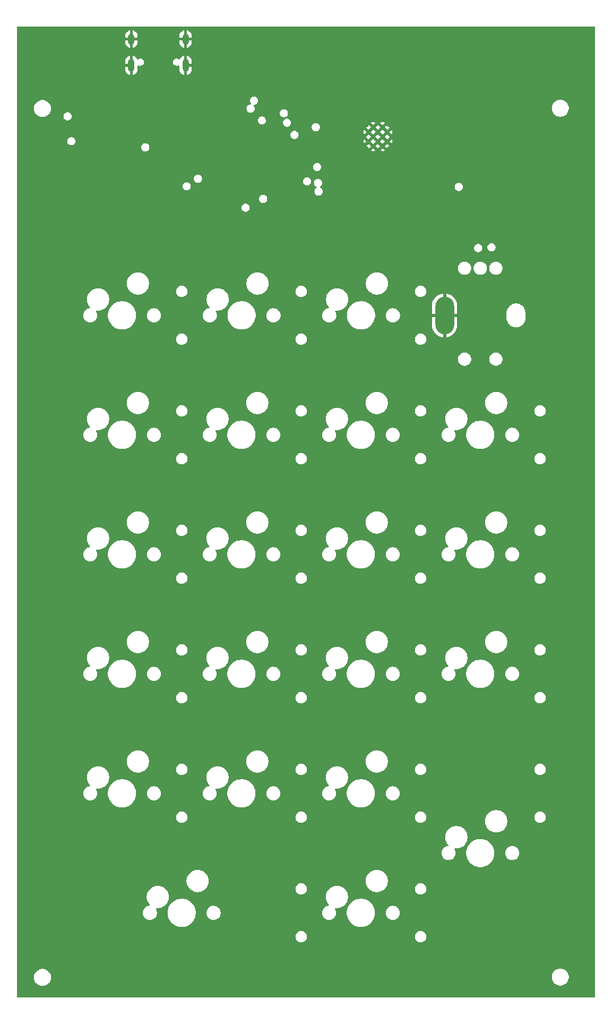
<source format=gbr>
%TF.GenerationSoftware,KiCad,Pcbnew,8.0.6*%
%TF.CreationDate,2024-12-08T22:14:42-05:00*%
%TF.ProjectId,kiCAD Keypad,6b694341-4420-44b6-9579-7061642e6b69,rev?*%
%TF.SameCoordinates,Original*%
%TF.FileFunction,Copper,L2,Inr*%
%TF.FilePolarity,Positive*%
%FSLAX46Y46*%
G04 Gerber Fmt 4.6, Leading zero omitted, Abs format (unit mm)*
G04 Created by KiCad (PCBNEW 8.0.6) date 2024-12-08 22:14:42*
%MOMM*%
%LPD*%
G01*
G04 APERTURE LIST*
%TA.AperFunction,ComponentPad*%
%ADD10O,3.000000X6.000000*%
%TD*%
%TA.AperFunction,ComponentPad*%
%ADD11C,0.600000*%
%TD*%
%TA.AperFunction,ComponentPad*%
%ADD12O,1.000000X2.100000*%
%TD*%
%TA.AperFunction,ComponentPad*%
%ADD13O,1.000000X1.800000*%
%TD*%
%TA.AperFunction,ViaPad*%
%ADD14C,0.700000*%
%TD*%
G04 APERTURE END LIST*
D10*
%TO.N,GND*%
%TO.C,SW3*%
X101138750Y-80962500D03*
%TD*%
D11*
%TO.N,GND*%
%TO.C,U1*%
X89000000Y-51750000D03*
X89000000Y-53250000D03*
X89750000Y-51000000D03*
X89750000Y-52500000D03*
X89750000Y-54000000D03*
X90500000Y-51750000D03*
X90500000Y-53250000D03*
X91250000Y-51000000D03*
X91250000Y-52500000D03*
X91250000Y-54000000D03*
X92000000Y-51750000D03*
X92000000Y-53250000D03*
%TD*%
D12*
%TO.N,GND*%
%TO.C,J1*%
X59820000Y-41105000D03*
D13*
X59820000Y-36925000D03*
D12*
X51180000Y-41105000D03*
D13*
X51180000Y-36925000D03*
%TD*%
D14*
%TO.N,GND*%
X74200000Y-55600000D03*
X70400000Y-49400000D03*
X90425000Y-68000000D03*
X80800000Y-46400000D03*
X62000000Y-36500000D03*
X65000000Y-57200000D03*
X51600000Y-49200000D03*
X75750000Y-46400000D03*
X103200000Y-65250000D03*
X73200000Y-55600000D03*
X55500000Y-44425000D03*
X49181250Y-36250000D03*
X111000000Y-65600000D03*
X102000000Y-47000000D03*
X75600000Y-47400000D03*
X100250000Y-85000000D03*
X59200000Y-46600000D03*
X62500000Y-48400000D03*
X51750000Y-43250000D03*
X67250000Y-50750000D03*
X111200000Y-60400000D03*
X59500000Y-43250000D03*
%TD*%
%TA.AperFunction,Conductor*%
%TO.N,GND*%
G36*
X125092539Y-34920185D02*
G01*
X125138294Y-34972989D01*
X125149500Y-35024500D01*
X125149500Y-189575500D01*
X125129815Y-189642539D01*
X125077011Y-189688294D01*
X125025500Y-189699500D01*
X33024500Y-189699500D01*
X32957461Y-189679815D01*
X32911706Y-189627011D01*
X32900500Y-189575500D01*
X32900500Y-186393713D01*
X35649500Y-186393713D01*
X35649500Y-186606286D01*
X35682753Y-186816239D01*
X35748444Y-187018414D01*
X35844951Y-187207820D01*
X35969890Y-187379786D01*
X36120213Y-187530109D01*
X36292179Y-187655048D01*
X36292181Y-187655049D01*
X36292184Y-187655051D01*
X36481588Y-187751557D01*
X36683757Y-187817246D01*
X36893713Y-187850500D01*
X36893714Y-187850500D01*
X37106286Y-187850500D01*
X37106287Y-187850500D01*
X37316243Y-187817246D01*
X37518412Y-187751557D01*
X37707816Y-187655051D01*
X37776640Y-187605048D01*
X37879786Y-187530109D01*
X37879788Y-187530106D01*
X37879792Y-187530104D01*
X38030104Y-187379792D01*
X38030106Y-187379788D01*
X38030109Y-187379786D01*
X38155048Y-187207820D01*
X38155047Y-187207820D01*
X38155051Y-187207816D01*
X38251557Y-187018412D01*
X38317246Y-186816243D01*
X38350500Y-186606287D01*
X38350500Y-186393713D01*
X38342581Y-186343713D01*
X118249500Y-186343713D01*
X118249500Y-186556286D01*
X118282753Y-186766239D01*
X118348444Y-186968414D01*
X118444951Y-187157820D01*
X118569890Y-187329786D01*
X118720213Y-187480109D01*
X118892179Y-187605048D01*
X118892181Y-187605049D01*
X118892184Y-187605051D01*
X119081588Y-187701557D01*
X119283757Y-187767246D01*
X119493713Y-187800500D01*
X119493714Y-187800500D01*
X119706286Y-187800500D01*
X119706287Y-187800500D01*
X119916243Y-187767246D01*
X120118412Y-187701557D01*
X120307816Y-187605051D01*
X120410966Y-187530109D01*
X120479786Y-187480109D01*
X120479788Y-187480106D01*
X120479792Y-187480104D01*
X120630104Y-187329792D01*
X120630106Y-187329788D01*
X120630109Y-187329786D01*
X120755048Y-187157820D01*
X120755047Y-187157820D01*
X120755051Y-187157816D01*
X120851557Y-186968412D01*
X120917246Y-186766243D01*
X120950500Y-186556287D01*
X120950500Y-186343713D01*
X120917246Y-186133757D01*
X120851557Y-185931588D01*
X120755051Y-185742184D01*
X120755049Y-185742181D01*
X120755048Y-185742179D01*
X120630109Y-185570213D01*
X120479786Y-185419890D01*
X120307820Y-185294951D01*
X120118414Y-185198444D01*
X120118413Y-185198443D01*
X120118412Y-185198443D01*
X119916243Y-185132754D01*
X119916241Y-185132753D01*
X119916240Y-185132753D01*
X119754957Y-185107208D01*
X119706287Y-185099500D01*
X119493713Y-185099500D01*
X119445042Y-185107208D01*
X119283760Y-185132753D01*
X119081585Y-185198444D01*
X118892179Y-185294951D01*
X118720213Y-185419890D01*
X118569890Y-185570213D01*
X118444951Y-185742179D01*
X118348444Y-185931585D01*
X118282753Y-186133760D01*
X118249500Y-186343713D01*
X38342581Y-186343713D01*
X38317246Y-186183757D01*
X38251557Y-185981588D01*
X38155051Y-185792184D01*
X38155049Y-185792181D01*
X38155048Y-185792179D01*
X38030109Y-185620213D01*
X37879786Y-185469890D01*
X37707820Y-185344951D01*
X37518414Y-185248444D01*
X37518413Y-185248443D01*
X37518412Y-185248443D01*
X37316243Y-185182754D01*
X37316241Y-185182753D01*
X37316240Y-185182753D01*
X37154957Y-185157208D01*
X37106287Y-185149500D01*
X36893713Y-185149500D01*
X36845042Y-185157208D01*
X36683760Y-185182753D01*
X36481585Y-185248444D01*
X36292179Y-185344951D01*
X36120213Y-185469890D01*
X35969890Y-185620213D01*
X35844951Y-185792179D01*
X35748444Y-185981585D01*
X35682753Y-186183760D01*
X35649500Y-186393713D01*
X32900500Y-186393713D01*
X32900500Y-179933804D01*
X77363250Y-179933804D01*
X77363250Y-180111195D01*
X77397853Y-180285158D01*
X77397856Y-180285167D01*
X77465733Y-180449040D01*
X77465740Y-180449053D01*
X77564285Y-180596534D01*
X77564288Y-180596538D01*
X77689711Y-180721961D01*
X77689715Y-180721964D01*
X77837196Y-180820509D01*
X77837209Y-180820516D01*
X77960113Y-180871423D01*
X78001084Y-180888394D01*
X78001086Y-180888394D01*
X78001091Y-180888396D01*
X78175054Y-180922999D01*
X78175057Y-180923000D01*
X78175059Y-180923000D01*
X78352443Y-180923000D01*
X78352444Y-180922999D01*
X78410432Y-180911464D01*
X78526408Y-180888396D01*
X78526411Y-180888394D01*
X78526416Y-180888394D01*
X78690297Y-180820513D01*
X78837785Y-180721964D01*
X78963214Y-180596535D01*
X79061763Y-180449047D01*
X79129644Y-180285166D01*
X79164250Y-180111191D01*
X79164250Y-179933809D01*
X79164250Y-179933806D01*
X79164249Y-179933804D01*
X96413250Y-179933804D01*
X96413250Y-180111195D01*
X96447853Y-180285158D01*
X96447856Y-180285167D01*
X96515733Y-180449040D01*
X96515740Y-180449053D01*
X96614285Y-180596534D01*
X96614288Y-180596538D01*
X96739711Y-180721961D01*
X96739715Y-180721964D01*
X96887196Y-180820509D01*
X96887209Y-180820516D01*
X97010113Y-180871423D01*
X97051084Y-180888394D01*
X97051086Y-180888394D01*
X97051091Y-180888396D01*
X97225054Y-180922999D01*
X97225057Y-180923000D01*
X97225059Y-180923000D01*
X97402443Y-180923000D01*
X97402444Y-180922999D01*
X97460432Y-180911464D01*
X97576408Y-180888396D01*
X97576411Y-180888394D01*
X97576416Y-180888394D01*
X97740297Y-180820513D01*
X97887785Y-180721964D01*
X98013214Y-180596535D01*
X98111763Y-180449047D01*
X98179644Y-180285166D01*
X98214250Y-180111191D01*
X98214250Y-179933809D01*
X98214250Y-179933806D01*
X98214249Y-179933804D01*
X98179646Y-179759841D01*
X98179643Y-179759832D01*
X98111766Y-179595959D01*
X98111759Y-179595946D01*
X98013214Y-179448465D01*
X98013211Y-179448461D01*
X97887788Y-179323038D01*
X97887784Y-179323035D01*
X97740303Y-179224490D01*
X97740290Y-179224483D01*
X97576417Y-179156606D01*
X97576408Y-179156603D01*
X97402444Y-179122000D01*
X97402441Y-179122000D01*
X97225059Y-179122000D01*
X97225056Y-179122000D01*
X97051091Y-179156603D01*
X97051082Y-179156606D01*
X96887209Y-179224483D01*
X96887196Y-179224490D01*
X96739715Y-179323035D01*
X96739711Y-179323038D01*
X96614288Y-179448461D01*
X96614285Y-179448465D01*
X96515740Y-179595946D01*
X96515733Y-179595959D01*
X96447856Y-179759832D01*
X96447853Y-179759841D01*
X96413250Y-179933804D01*
X79164249Y-179933804D01*
X79129646Y-179759841D01*
X79129643Y-179759832D01*
X79061766Y-179595959D01*
X79061759Y-179595946D01*
X78963214Y-179448465D01*
X78963211Y-179448461D01*
X78837788Y-179323038D01*
X78837784Y-179323035D01*
X78690303Y-179224490D01*
X78690290Y-179224483D01*
X78526417Y-179156606D01*
X78526408Y-179156603D01*
X78352444Y-179122000D01*
X78352441Y-179122000D01*
X78175059Y-179122000D01*
X78175056Y-179122000D01*
X78001091Y-179156603D01*
X78001082Y-179156606D01*
X77837209Y-179224483D01*
X77837196Y-179224490D01*
X77689715Y-179323035D01*
X77689711Y-179323038D01*
X77564288Y-179448461D01*
X77564285Y-179448465D01*
X77465740Y-179595946D01*
X77465733Y-179595959D01*
X77397856Y-179759832D01*
X77397853Y-179759841D01*
X77363250Y-179933804D01*
X32900500Y-179933804D01*
X32900500Y-176123921D01*
X53008250Y-176123921D01*
X53008250Y-176301078D01*
X53035964Y-176476056D01*
X53090706Y-176644539D01*
X53090707Y-176644542D01*
X53171136Y-176802390D01*
X53275267Y-176945714D01*
X53400536Y-177070983D01*
X53543860Y-177175114D01*
X53612327Y-177210000D01*
X53701707Y-177255542D01*
X53701710Y-177255543D01*
X53785951Y-177282914D01*
X53870195Y-177310286D01*
X54045171Y-177338000D01*
X54045172Y-177338000D01*
X54222328Y-177338000D01*
X54222329Y-177338000D01*
X54397305Y-177310286D01*
X54565792Y-177255542D01*
X54723640Y-177175114D01*
X54866964Y-177070983D01*
X54992233Y-176945714D01*
X55096364Y-176802390D01*
X55176792Y-176644542D01*
X55231536Y-176476055D01*
X55259250Y-176301079D01*
X55259250Y-176123921D01*
X55249915Y-176064986D01*
X56963250Y-176064986D01*
X56963250Y-176360013D01*
X56978528Y-176476055D01*
X57001757Y-176652493D01*
X57078111Y-176937451D01*
X57078114Y-176937461D01*
X57191004Y-177210000D01*
X57191008Y-177210010D01*
X57338511Y-177465493D01*
X57518102Y-177699540D01*
X57518108Y-177699547D01*
X57726702Y-177908141D01*
X57726709Y-177908147D01*
X57960756Y-178087738D01*
X58216239Y-178235241D01*
X58216240Y-178235241D01*
X58216243Y-178235243D01*
X58488798Y-178348139D01*
X58773757Y-178424493D01*
X59066244Y-178463000D01*
X59066251Y-178463000D01*
X59361249Y-178463000D01*
X59361256Y-178463000D01*
X59653743Y-178424493D01*
X59938702Y-178348139D01*
X60211257Y-178235243D01*
X60466744Y-178087738D01*
X60700792Y-177908146D01*
X60909396Y-177699542D01*
X61088988Y-177465494D01*
X61236493Y-177210007D01*
X61349389Y-176937452D01*
X61425743Y-176652493D01*
X61464250Y-176360006D01*
X61464250Y-176123921D01*
X63168250Y-176123921D01*
X63168250Y-176301078D01*
X63195964Y-176476056D01*
X63250706Y-176644539D01*
X63250707Y-176644542D01*
X63331136Y-176802390D01*
X63435267Y-176945714D01*
X63560536Y-177070983D01*
X63703860Y-177175114D01*
X63772327Y-177210000D01*
X63861707Y-177255542D01*
X63861710Y-177255543D01*
X63945951Y-177282914D01*
X64030195Y-177310286D01*
X64205171Y-177338000D01*
X64205172Y-177338000D01*
X64382328Y-177338000D01*
X64382329Y-177338000D01*
X64557305Y-177310286D01*
X64725792Y-177255542D01*
X64883640Y-177175114D01*
X65026964Y-177070983D01*
X65152233Y-176945714D01*
X65256364Y-176802390D01*
X65336792Y-176644542D01*
X65391536Y-176476055D01*
X65419250Y-176301079D01*
X65419250Y-176123921D01*
X81583250Y-176123921D01*
X81583250Y-176301078D01*
X81610964Y-176476056D01*
X81665706Y-176644539D01*
X81665707Y-176644542D01*
X81746136Y-176802390D01*
X81850267Y-176945714D01*
X81975536Y-177070983D01*
X82118860Y-177175114D01*
X82187327Y-177210000D01*
X82276707Y-177255542D01*
X82276710Y-177255543D01*
X82360951Y-177282914D01*
X82445195Y-177310286D01*
X82620171Y-177338000D01*
X82620172Y-177338000D01*
X82797328Y-177338000D01*
X82797329Y-177338000D01*
X82972305Y-177310286D01*
X83140792Y-177255542D01*
X83298640Y-177175114D01*
X83441964Y-177070983D01*
X83567233Y-176945714D01*
X83671364Y-176802390D01*
X83751792Y-176644542D01*
X83806536Y-176476055D01*
X83834250Y-176301079D01*
X83834250Y-176123921D01*
X83824915Y-176064986D01*
X85538250Y-176064986D01*
X85538250Y-176360013D01*
X85553528Y-176476055D01*
X85576757Y-176652493D01*
X85653111Y-176937451D01*
X85653114Y-176937461D01*
X85766004Y-177210000D01*
X85766008Y-177210010D01*
X85913511Y-177465493D01*
X86093102Y-177699540D01*
X86093108Y-177699547D01*
X86301702Y-177908141D01*
X86301709Y-177908147D01*
X86535756Y-178087738D01*
X86791239Y-178235241D01*
X86791240Y-178235241D01*
X86791243Y-178235243D01*
X87063798Y-178348139D01*
X87348757Y-178424493D01*
X87641244Y-178463000D01*
X87641251Y-178463000D01*
X87936249Y-178463000D01*
X87936256Y-178463000D01*
X88228743Y-178424493D01*
X88513702Y-178348139D01*
X88786257Y-178235243D01*
X89041744Y-178087738D01*
X89275792Y-177908146D01*
X89484396Y-177699542D01*
X89663988Y-177465494D01*
X89811493Y-177210007D01*
X89924389Y-176937452D01*
X90000743Y-176652493D01*
X90039250Y-176360006D01*
X90039250Y-176123921D01*
X91743250Y-176123921D01*
X91743250Y-176301078D01*
X91770964Y-176476056D01*
X91825706Y-176644539D01*
X91825707Y-176644542D01*
X91906136Y-176802390D01*
X92010267Y-176945714D01*
X92135536Y-177070983D01*
X92278860Y-177175114D01*
X92347327Y-177210000D01*
X92436707Y-177255542D01*
X92436710Y-177255543D01*
X92520951Y-177282914D01*
X92605195Y-177310286D01*
X92780171Y-177338000D01*
X92780172Y-177338000D01*
X92957328Y-177338000D01*
X92957329Y-177338000D01*
X93132305Y-177310286D01*
X93300792Y-177255542D01*
X93458640Y-177175114D01*
X93601964Y-177070983D01*
X93727233Y-176945714D01*
X93831364Y-176802390D01*
X93911792Y-176644542D01*
X93966536Y-176476055D01*
X93994250Y-176301079D01*
X93994250Y-176123921D01*
X93966536Y-175948945D01*
X93911792Y-175780458D01*
X93911792Y-175780457D01*
X93831363Y-175622609D01*
X93828368Y-175618487D01*
X93727233Y-175479286D01*
X93601964Y-175354017D01*
X93458640Y-175249886D01*
X93300792Y-175169457D01*
X93300789Y-175169456D01*
X93132306Y-175114714D01*
X93044817Y-175100857D01*
X92957329Y-175087000D01*
X92780171Y-175087000D01*
X92721845Y-175096238D01*
X92605193Y-175114714D01*
X92436710Y-175169456D01*
X92436707Y-175169457D01*
X92278859Y-175249886D01*
X92197088Y-175309296D01*
X92135536Y-175354017D01*
X92135534Y-175354019D01*
X92135533Y-175354019D01*
X92010269Y-175479283D01*
X92010269Y-175479284D01*
X92010267Y-175479286D01*
X91965546Y-175540838D01*
X91906136Y-175622609D01*
X91825707Y-175780457D01*
X91825706Y-175780460D01*
X91770964Y-175948943D01*
X91743250Y-176123921D01*
X90039250Y-176123921D01*
X90039250Y-176064994D01*
X90000743Y-175772507D01*
X89924389Y-175487548D01*
X89923365Y-175485077D01*
X89869079Y-175354019D01*
X89811493Y-175214993D01*
X89785203Y-175169458D01*
X89663988Y-174959506D01*
X89484397Y-174725459D01*
X89484391Y-174725452D01*
X89275797Y-174516858D01*
X89275790Y-174516852D01*
X89041743Y-174337261D01*
X88786260Y-174189758D01*
X88786250Y-174189754D01*
X88513711Y-174076864D01*
X88513704Y-174076862D01*
X88513702Y-174076861D01*
X88228743Y-174000507D01*
X88179863Y-173994071D01*
X87936263Y-173962000D01*
X87936256Y-173962000D01*
X87641244Y-173962000D01*
X87641236Y-173962000D01*
X87362835Y-173998653D01*
X87348757Y-174000507D01*
X87063798Y-174076861D01*
X87063788Y-174076864D01*
X86791249Y-174189754D01*
X86791239Y-174189758D01*
X86535756Y-174337261D01*
X86301709Y-174516852D01*
X86301702Y-174516858D01*
X86093108Y-174725452D01*
X86093102Y-174725459D01*
X85913511Y-174959506D01*
X85766008Y-175214989D01*
X85766004Y-175214999D01*
X85653114Y-175487538D01*
X85653111Y-175487548D01*
X85616922Y-175622610D01*
X85576758Y-175772504D01*
X85576756Y-175772515D01*
X85538250Y-176064986D01*
X83824915Y-176064986D01*
X83806536Y-175948945D01*
X83751792Y-175780458D01*
X83751790Y-175780452D01*
X83669263Y-175618487D01*
X83656366Y-175549817D01*
X83682642Y-175485077D01*
X83739748Y-175444819D01*
X83795931Y-175439252D01*
X83855314Y-175447070D01*
X83862362Y-175447998D01*
X83862378Y-175448000D01*
X83862385Y-175448000D01*
X84095115Y-175448000D01*
X84095122Y-175448000D01*
X84325876Y-175417621D01*
X84550690Y-175357382D01*
X84608703Y-175333352D01*
X84765710Y-175268319D01*
X84765713Y-175268317D01*
X84765719Y-175268315D01*
X84967282Y-175151942D01*
X85151931Y-175010256D01*
X85316506Y-174845681D01*
X85458192Y-174661032D01*
X85574565Y-174459469D01*
X85663632Y-174244440D01*
X85723871Y-174019626D01*
X85754250Y-173788872D01*
X85754250Y-173556128D01*
X85723871Y-173325374D01*
X85663632Y-173100560D01*
X85612260Y-172976535D01*
X85574569Y-172885539D01*
X85574561Y-172885523D01*
X85458196Y-172683975D01*
X85458192Y-172683968D01*
X85316506Y-172499319D01*
X85316501Y-172499313D01*
X85151936Y-172334748D01*
X85151929Y-172334742D01*
X84967290Y-172193064D01*
X84967288Y-172193062D01*
X84967282Y-172193058D01*
X84967277Y-172193055D01*
X84967274Y-172193053D01*
X84765726Y-172076688D01*
X84765710Y-172076680D01*
X84550697Y-171987620D01*
X84507155Y-171975953D01*
X84325876Y-171927379D01*
X84325875Y-171927378D01*
X84325872Y-171927378D01*
X84095132Y-171897001D01*
X84095127Y-171897000D01*
X84095122Y-171897000D01*
X83862378Y-171897000D01*
X83862372Y-171897000D01*
X83862367Y-171897001D01*
X83631627Y-171927378D01*
X83406802Y-171987620D01*
X83191789Y-172076680D01*
X83191773Y-172076688D01*
X82990225Y-172193053D01*
X82990209Y-172193064D01*
X82805570Y-172334742D01*
X82805563Y-172334748D01*
X82640998Y-172499313D01*
X82640992Y-172499320D01*
X82499314Y-172683959D01*
X82499303Y-172683975D01*
X82382938Y-172885523D01*
X82382930Y-172885539D01*
X82293870Y-173100552D01*
X82233628Y-173325377D01*
X82203251Y-173556117D01*
X82203250Y-173556134D01*
X82203250Y-173788865D01*
X82203251Y-173788882D01*
X82233628Y-174019622D01*
X82293870Y-174244447D01*
X82382930Y-174459460D01*
X82382938Y-174459476D01*
X82499303Y-174661024D01*
X82499314Y-174661040D01*
X82640992Y-174845679D01*
X82640998Y-174845686D01*
X82674386Y-174879074D01*
X82707871Y-174940397D01*
X82702887Y-175010089D01*
X82661015Y-175066022D01*
X82606103Y-175089228D01*
X82445193Y-175114714D01*
X82276710Y-175169456D01*
X82276707Y-175169457D01*
X82118859Y-175249886D01*
X82037088Y-175309296D01*
X81975536Y-175354017D01*
X81975534Y-175354019D01*
X81975533Y-175354019D01*
X81850269Y-175479283D01*
X81850269Y-175479284D01*
X81850267Y-175479286D01*
X81805546Y-175540838D01*
X81746136Y-175622609D01*
X81665707Y-175780457D01*
X81665706Y-175780460D01*
X81610964Y-175948943D01*
X81583250Y-176123921D01*
X65419250Y-176123921D01*
X65391536Y-175948945D01*
X65336792Y-175780458D01*
X65336792Y-175780457D01*
X65256363Y-175622609D01*
X65253368Y-175618487D01*
X65152233Y-175479286D01*
X65026964Y-175354017D01*
X64883640Y-175249886D01*
X64725792Y-175169457D01*
X64725789Y-175169456D01*
X64557306Y-175114714D01*
X64469817Y-175100857D01*
X64382329Y-175087000D01*
X64205171Y-175087000D01*
X64146845Y-175096238D01*
X64030193Y-175114714D01*
X63861710Y-175169456D01*
X63861707Y-175169457D01*
X63703859Y-175249886D01*
X63622088Y-175309296D01*
X63560536Y-175354017D01*
X63560534Y-175354019D01*
X63560533Y-175354019D01*
X63435269Y-175479283D01*
X63435269Y-175479284D01*
X63435267Y-175479286D01*
X63390546Y-175540838D01*
X63331136Y-175622609D01*
X63250707Y-175780457D01*
X63250706Y-175780460D01*
X63195964Y-175948943D01*
X63168250Y-176123921D01*
X61464250Y-176123921D01*
X61464250Y-176064994D01*
X61425743Y-175772507D01*
X61349389Y-175487548D01*
X61348365Y-175485077D01*
X61294079Y-175354019D01*
X61236493Y-175214993D01*
X61210203Y-175169458D01*
X61088988Y-174959506D01*
X60909397Y-174725459D01*
X60909391Y-174725452D01*
X60700797Y-174516858D01*
X60700790Y-174516852D01*
X60466743Y-174337261D01*
X60211260Y-174189758D01*
X60211250Y-174189754D01*
X59938711Y-174076864D01*
X59938704Y-174076862D01*
X59938702Y-174076861D01*
X59653743Y-174000507D01*
X59604863Y-173994071D01*
X59361263Y-173962000D01*
X59361256Y-173962000D01*
X59066244Y-173962000D01*
X59066236Y-173962000D01*
X58787835Y-173998653D01*
X58773757Y-174000507D01*
X58488798Y-174076861D01*
X58488788Y-174076864D01*
X58216249Y-174189754D01*
X58216239Y-174189758D01*
X57960756Y-174337261D01*
X57726709Y-174516852D01*
X57726702Y-174516858D01*
X57518108Y-174725452D01*
X57518102Y-174725459D01*
X57338511Y-174959506D01*
X57191008Y-175214989D01*
X57191004Y-175214999D01*
X57078114Y-175487538D01*
X57078111Y-175487548D01*
X57041922Y-175622610D01*
X57001758Y-175772504D01*
X57001756Y-175772515D01*
X56963250Y-176064986D01*
X55249915Y-176064986D01*
X55231536Y-175948945D01*
X55176792Y-175780458D01*
X55176790Y-175780452D01*
X55094263Y-175618487D01*
X55081366Y-175549817D01*
X55107642Y-175485077D01*
X55164748Y-175444819D01*
X55220931Y-175439252D01*
X55280314Y-175447070D01*
X55287362Y-175447998D01*
X55287378Y-175448000D01*
X55287385Y-175448000D01*
X55520115Y-175448000D01*
X55520122Y-175448000D01*
X55750876Y-175417621D01*
X55975690Y-175357382D01*
X56033703Y-175333352D01*
X56190710Y-175268319D01*
X56190713Y-175268317D01*
X56190719Y-175268315D01*
X56392282Y-175151942D01*
X56576931Y-175010256D01*
X56741506Y-174845681D01*
X56883192Y-174661032D01*
X56999565Y-174459469D01*
X57088632Y-174244440D01*
X57148871Y-174019626D01*
X57179250Y-173788872D01*
X57179250Y-173556128D01*
X57148871Y-173325374D01*
X57088632Y-173100560D01*
X57037260Y-172976535D01*
X56999569Y-172885539D01*
X56999561Y-172885523D01*
X56883196Y-172683975D01*
X56883192Y-172683968D01*
X56741506Y-172499319D01*
X56741501Y-172499313D01*
X56576936Y-172334748D01*
X56576929Y-172334742D01*
X56392290Y-172193064D01*
X56392288Y-172193062D01*
X56392282Y-172193058D01*
X56392277Y-172193055D01*
X56392274Y-172193053D01*
X56190726Y-172076688D01*
X56190710Y-172076680D01*
X55975697Y-171987620D01*
X55932155Y-171975953D01*
X55750876Y-171927379D01*
X55750875Y-171927378D01*
X55750872Y-171927378D01*
X55520132Y-171897001D01*
X55520127Y-171897000D01*
X55520122Y-171897000D01*
X55287378Y-171897000D01*
X55287372Y-171897000D01*
X55287367Y-171897001D01*
X55056627Y-171927378D01*
X54831802Y-171987620D01*
X54616789Y-172076680D01*
X54616773Y-172076688D01*
X54415225Y-172193053D01*
X54415209Y-172193064D01*
X54230570Y-172334742D01*
X54230563Y-172334748D01*
X54065998Y-172499313D01*
X54065992Y-172499320D01*
X53924314Y-172683959D01*
X53924303Y-172683975D01*
X53807938Y-172885523D01*
X53807930Y-172885539D01*
X53718870Y-173100552D01*
X53658628Y-173325377D01*
X53628251Y-173556117D01*
X53628250Y-173556134D01*
X53628250Y-173788865D01*
X53628251Y-173788882D01*
X53658628Y-174019622D01*
X53718870Y-174244447D01*
X53807930Y-174459460D01*
X53807938Y-174459476D01*
X53924303Y-174661024D01*
X53924314Y-174661040D01*
X54065992Y-174845679D01*
X54065998Y-174845686D01*
X54099386Y-174879074D01*
X54132871Y-174940397D01*
X54127887Y-175010089D01*
X54086015Y-175066022D01*
X54031103Y-175089228D01*
X53870193Y-175114714D01*
X53701710Y-175169456D01*
X53701707Y-175169457D01*
X53543859Y-175249886D01*
X53462088Y-175309296D01*
X53400536Y-175354017D01*
X53400534Y-175354019D01*
X53400533Y-175354019D01*
X53275269Y-175479283D01*
X53275269Y-175479284D01*
X53275267Y-175479286D01*
X53230546Y-175540838D01*
X53171136Y-175622609D01*
X53090707Y-175780457D01*
X53090706Y-175780460D01*
X53035964Y-175948943D01*
X53008250Y-176123921D01*
X32900500Y-176123921D01*
X32900500Y-171016128D01*
X59978250Y-171016128D01*
X59978250Y-171248872D01*
X60008629Y-171479626D01*
X60042084Y-171604483D01*
X60068870Y-171704447D01*
X60157930Y-171919460D01*
X60157938Y-171919476D01*
X60274303Y-172121024D01*
X60274314Y-172121040D01*
X60415992Y-172305679D01*
X60415998Y-172305686D01*
X60580563Y-172470251D01*
X60580570Y-172470257D01*
X60618446Y-172499320D01*
X60765218Y-172611942D01*
X60765225Y-172611946D01*
X60966773Y-172728311D01*
X60966789Y-172728319D01*
X61181802Y-172817379D01*
X61181804Y-172817379D01*
X61181810Y-172817382D01*
X61406624Y-172877621D01*
X61637378Y-172908000D01*
X61637385Y-172908000D01*
X61870115Y-172908000D01*
X61870122Y-172908000D01*
X62100876Y-172877621D01*
X62325690Y-172817382D01*
X62383703Y-172793352D01*
X62540710Y-172728319D01*
X62540713Y-172728317D01*
X62540719Y-172728315D01*
X62742282Y-172611942D01*
X62926931Y-172470256D01*
X63083383Y-172313804D01*
X77363250Y-172313804D01*
X77363250Y-172491195D01*
X77397853Y-172665158D01*
X77397856Y-172665167D01*
X77465733Y-172829040D01*
X77465740Y-172829053D01*
X77564285Y-172976534D01*
X77564288Y-172976538D01*
X77689711Y-173101961D01*
X77689715Y-173101964D01*
X77837196Y-173200509D01*
X77837209Y-173200516D01*
X77960113Y-173251423D01*
X78001084Y-173268394D01*
X78001086Y-173268394D01*
X78001091Y-173268396D01*
X78175054Y-173302999D01*
X78175057Y-173303000D01*
X78175059Y-173303000D01*
X78352443Y-173303000D01*
X78352444Y-173302999D01*
X78410432Y-173291464D01*
X78526408Y-173268396D01*
X78526411Y-173268394D01*
X78526416Y-173268394D01*
X78690297Y-173200513D01*
X78837785Y-173101964D01*
X78963214Y-172976535D01*
X79061763Y-172829047D01*
X79129644Y-172665166D01*
X79140233Y-172611935D01*
X79164249Y-172491195D01*
X79164250Y-172491193D01*
X79164250Y-172313806D01*
X79164249Y-172313804D01*
X79129646Y-172139841D01*
X79129643Y-172139832D01*
X79061766Y-171975959D01*
X79061759Y-171975946D01*
X78963214Y-171828465D01*
X78963211Y-171828461D01*
X78837788Y-171703038D01*
X78837784Y-171703035D01*
X78690303Y-171604490D01*
X78690290Y-171604483D01*
X78526417Y-171536606D01*
X78526408Y-171536603D01*
X78352444Y-171502000D01*
X78352441Y-171502000D01*
X78175059Y-171502000D01*
X78175056Y-171502000D01*
X78001091Y-171536603D01*
X78001082Y-171536606D01*
X77837209Y-171604483D01*
X77837196Y-171604490D01*
X77689715Y-171703035D01*
X77689711Y-171703038D01*
X77564288Y-171828461D01*
X77564285Y-171828465D01*
X77465740Y-171975946D01*
X77465733Y-171975959D01*
X77397856Y-172139832D01*
X77397853Y-172139841D01*
X77363250Y-172313804D01*
X63083383Y-172313804D01*
X63091506Y-172305681D01*
X63233192Y-172121032D01*
X63349565Y-171919469D01*
X63358872Y-171897001D01*
X63438629Y-171704447D01*
X63438628Y-171704447D01*
X63438632Y-171704440D01*
X63498871Y-171479626D01*
X63529250Y-171248872D01*
X63529250Y-171016128D01*
X88553250Y-171016128D01*
X88553250Y-171248872D01*
X88583629Y-171479626D01*
X88617084Y-171604483D01*
X88643870Y-171704447D01*
X88732930Y-171919460D01*
X88732938Y-171919476D01*
X88849303Y-172121024D01*
X88849314Y-172121040D01*
X88990992Y-172305679D01*
X88990998Y-172305686D01*
X89155563Y-172470251D01*
X89155570Y-172470257D01*
X89193446Y-172499320D01*
X89340218Y-172611942D01*
X89340225Y-172611946D01*
X89541773Y-172728311D01*
X89541789Y-172728319D01*
X89756802Y-172817379D01*
X89756804Y-172817379D01*
X89756810Y-172817382D01*
X89981624Y-172877621D01*
X90212378Y-172908000D01*
X90212385Y-172908000D01*
X90445115Y-172908000D01*
X90445122Y-172908000D01*
X90675876Y-172877621D01*
X90900690Y-172817382D01*
X90958703Y-172793352D01*
X91115710Y-172728319D01*
X91115713Y-172728317D01*
X91115719Y-172728315D01*
X91317282Y-172611942D01*
X91501931Y-172470256D01*
X91658383Y-172313804D01*
X96413250Y-172313804D01*
X96413250Y-172491195D01*
X96447853Y-172665158D01*
X96447856Y-172665167D01*
X96515733Y-172829040D01*
X96515740Y-172829053D01*
X96614285Y-172976534D01*
X96614288Y-172976538D01*
X96739711Y-173101961D01*
X96739715Y-173101964D01*
X96887196Y-173200509D01*
X96887209Y-173200516D01*
X97010113Y-173251423D01*
X97051084Y-173268394D01*
X97051086Y-173268394D01*
X97051091Y-173268396D01*
X97225054Y-173302999D01*
X97225057Y-173303000D01*
X97225059Y-173303000D01*
X97402443Y-173303000D01*
X97402444Y-173302999D01*
X97460432Y-173291464D01*
X97576408Y-173268396D01*
X97576411Y-173268394D01*
X97576416Y-173268394D01*
X97740297Y-173200513D01*
X97887785Y-173101964D01*
X98013214Y-172976535D01*
X98111763Y-172829047D01*
X98179644Y-172665166D01*
X98190233Y-172611935D01*
X98214249Y-172491195D01*
X98214250Y-172491193D01*
X98214250Y-172313806D01*
X98214249Y-172313804D01*
X98179646Y-172139841D01*
X98179643Y-172139832D01*
X98111766Y-171975959D01*
X98111759Y-171975946D01*
X98013214Y-171828465D01*
X98013211Y-171828461D01*
X97887788Y-171703038D01*
X97887784Y-171703035D01*
X97740303Y-171604490D01*
X97740290Y-171604483D01*
X97576417Y-171536606D01*
X97576408Y-171536603D01*
X97402444Y-171502000D01*
X97402441Y-171502000D01*
X97225059Y-171502000D01*
X97225056Y-171502000D01*
X97051091Y-171536603D01*
X97051082Y-171536606D01*
X96887209Y-171604483D01*
X96887196Y-171604490D01*
X96739715Y-171703035D01*
X96739711Y-171703038D01*
X96614288Y-171828461D01*
X96614285Y-171828465D01*
X96515740Y-171975946D01*
X96515733Y-171975959D01*
X96447856Y-172139832D01*
X96447853Y-172139841D01*
X96413250Y-172313804D01*
X91658383Y-172313804D01*
X91666506Y-172305681D01*
X91808192Y-172121032D01*
X91924565Y-171919469D01*
X91933872Y-171897001D01*
X92013629Y-171704447D01*
X92013628Y-171704447D01*
X92013632Y-171704440D01*
X92073871Y-171479626D01*
X92104250Y-171248872D01*
X92104250Y-171016128D01*
X92073871Y-170785374D01*
X92013632Y-170560560D01*
X92013629Y-170560552D01*
X91924569Y-170345539D01*
X91924561Y-170345523D01*
X91808196Y-170143975D01*
X91808192Y-170143968D01*
X91666506Y-169959319D01*
X91666501Y-169959313D01*
X91501936Y-169794748D01*
X91501929Y-169794742D01*
X91317290Y-169653064D01*
X91317288Y-169653062D01*
X91317282Y-169653058D01*
X91317277Y-169653055D01*
X91317274Y-169653053D01*
X91115726Y-169536688D01*
X91115710Y-169536680D01*
X90900697Y-169447620D01*
X90675872Y-169387378D01*
X90445132Y-169357001D01*
X90445127Y-169357000D01*
X90445122Y-169357000D01*
X90212378Y-169357000D01*
X90212372Y-169357000D01*
X90212367Y-169357001D01*
X89981627Y-169387378D01*
X89756802Y-169447620D01*
X89541789Y-169536680D01*
X89541773Y-169536688D01*
X89340225Y-169653053D01*
X89340209Y-169653064D01*
X89155570Y-169794742D01*
X89155563Y-169794748D01*
X88990998Y-169959313D01*
X88990992Y-169959320D01*
X88849314Y-170143959D01*
X88849303Y-170143975D01*
X88732938Y-170345523D01*
X88732930Y-170345539D01*
X88643870Y-170560552D01*
X88583628Y-170785377D01*
X88553251Y-171016117D01*
X88553250Y-171016128D01*
X63529250Y-171016128D01*
X63498871Y-170785374D01*
X63438632Y-170560560D01*
X63438629Y-170560552D01*
X63349569Y-170345539D01*
X63349561Y-170345523D01*
X63233196Y-170143975D01*
X63233192Y-170143968D01*
X63091506Y-169959319D01*
X63091501Y-169959313D01*
X62926936Y-169794748D01*
X62926929Y-169794742D01*
X62742290Y-169653064D01*
X62742288Y-169653062D01*
X62742282Y-169653058D01*
X62742277Y-169653055D01*
X62742274Y-169653053D01*
X62540726Y-169536688D01*
X62540710Y-169536680D01*
X62325697Y-169447620D01*
X62100872Y-169387378D01*
X61870132Y-169357001D01*
X61870127Y-169357000D01*
X61870122Y-169357000D01*
X61637378Y-169357000D01*
X61637372Y-169357000D01*
X61637367Y-169357001D01*
X61406627Y-169387378D01*
X61181802Y-169447620D01*
X60966789Y-169536680D01*
X60966773Y-169536688D01*
X60765225Y-169653053D01*
X60765209Y-169653064D01*
X60580570Y-169794742D01*
X60580563Y-169794748D01*
X60415998Y-169959313D01*
X60415992Y-169959320D01*
X60274314Y-170143959D01*
X60274303Y-170143975D01*
X60157938Y-170345523D01*
X60157930Y-170345539D01*
X60068870Y-170560552D01*
X60008628Y-170785377D01*
X59978251Y-171016117D01*
X59978250Y-171016128D01*
X32900500Y-171016128D01*
X32900500Y-166598921D01*
X100633250Y-166598921D01*
X100633250Y-166776078D01*
X100660964Y-166951056D01*
X100715706Y-167119539D01*
X100715707Y-167119542D01*
X100796136Y-167277390D01*
X100900267Y-167420714D01*
X101025536Y-167545983D01*
X101168860Y-167650114D01*
X101237327Y-167685000D01*
X101326707Y-167730542D01*
X101326710Y-167730543D01*
X101410951Y-167757914D01*
X101495195Y-167785286D01*
X101670171Y-167813000D01*
X101670172Y-167813000D01*
X101847328Y-167813000D01*
X101847329Y-167813000D01*
X102022305Y-167785286D01*
X102190792Y-167730542D01*
X102348640Y-167650114D01*
X102491964Y-167545983D01*
X102617233Y-167420714D01*
X102721364Y-167277390D01*
X102801792Y-167119542D01*
X102856536Y-166951055D01*
X102884250Y-166776079D01*
X102884250Y-166598921D01*
X102874915Y-166539986D01*
X104588250Y-166539986D01*
X104588250Y-166835013D01*
X104603528Y-166951055D01*
X104626757Y-167127493D01*
X104703111Y-167412451D01*
X104703114Y-167412461D01*
X104816004Y-167685000D01*
X104816008Y-167685010D01*
X104963511Y-167940493D01*
X105143102Y-168174540D01*
X105143108Y-168174547D01*
X105351702Y-168383141D01*
X105351709Y-168383147D01*
X105585756Y-168562738D01*
X105841239Y-168710241D01*
X105841240Y-168710241D01*
X105841243Y-168710243D01*
X106113798Y-168823139D01*
X106398757Y-168899493D01*
X106691244Y-168938000D01*
X106691251Y-168938000D01*
X106986249Y-168938000D01*
X106986256Y-168938000D01*
X107278743Y-168899493D01*
X107563702Y-168823139D01*
X107836257Y-168710243D01*
X108091744Y-168562738D01*
X108325792Y-168383146D01*
X108534396Y-168174542D01*
X108713988Y-167940494D01*
X108861493Y-167685007D01*
X108974389Y-167412452D01*
X109050743Y-167127493D01*
X109089250Y-166835006D01*
X109089250Y-166598921D01*
X110793250Y-166598921D01*
X110793250Y-166776078D01*
X110820964Y-166951056D01*
X110875706Y-167119539D01*
X110875707Y-167119542D01*
X110956136Y-167277390D01*
X111060267Y-167420714D01*
X111185536Y-167545983D01*
X111328860Y-167650114D01*
X111397327Y-167685000D01*
X111486707Y-167730542D01*
X111486710Y-167730543D01*
X111570951Y-167757914D01*
X111655195Y-167785286D01*
X111830171Y-167813000D01*
X111830172Y-167813000D01*
X112007328Y-167813000D01*
X112007329Y-167813000D01*
X112182305Y-167785286D01*
X112350792Y-167730542D01*
X112508640Y-167650114D01*
X112651964Y-167545983D01*
X112777233Y-167420714D01*
X112881364Y-167277390D01*
X112961792Y-167119542D01*
X113016536Y-166951055D01*
X113044250Y-166776079D01*
X113044250Y-166598921D01*
X113016536Y-166423945D01*
X112961792Y-166255458D01*
X112961792Y-166255457D01*
X112881363Y-166097609D01*
X112878368Y-166093487D01*
X112777233Y-165954286D01*
X112651964Y-165829017D01*
X112508640Y-165724886D01*
X112350792Y-165644457D01*
X112350789Y-165644456D01*
X112182306Y-165589714D01*
X112094817Y-165575857D01*
X112007329Y-165562000D01*
X111830171Y-165562000D01*
X111771845Y-165571238D01*
X111655193Y-165589714D01*
X111486710Y-165644456D01*
X111486707Y-165644457D01*
X111328859Y-165724886D01*
X111247088Y-165784296D01*
X111185536Y-165829017D01*
X111185534Y-165829019D01*
X111185533Y-165829019D01*
X111060269Y-165954283D01*
X111060269Y-165954284D01*
X111060267Y-165954286D01*
X111015546Y-166015838D01*
X110956136Y-166097609D01*
X110875707Y-166255457D01*
X110875706Y-166255460D01*
X110820964Y-166423943D01*
X110793250Y-166598921D01*
X109089250Y-166598921D01*
X109089250Y-166539994D01*
X109050743Y-166247507D01*
X108974389Y-165962548D01*
X108973365Y-165960077D01*
X108919079Y-165829019D01*
X108861493Y-165689993D01*
X108835203Y-165644458D01*
X108713988Y-165434506D01*
X108534397Y-165200459D01*
X108534391Y-165200452D01*
X108325797Y-164991858D01*
X108325790Y-164991852D01*
X108091743Y-164812261D01*
X107836260Y-164664758D01*
X107836250Y-164664754D01*
X107563711Y-164551864D01*
X107563704Y-164551862D01*
X107563702Y-164551861D01*
X107278743Y-164475507D01*
X107229863Y-164469071D01*
X106986263Y-164437000D01*
X106986256Y-164437000D01*
X106691244Y-164437000D01*
X106691236Y-164437000D01*
X106412835Y-164473653D01*
X106398757Y-164475507D01*
X106113798Y-164551861D01*
X106113788Y-164551864D01*
X105841249Y-164664754D01*
X105841239Y-164664758D01*
X105585756Y-164812261D01*
X105351709Y-164991852D01*
X105351702Y-164991858D01*
X105143108Y-165200452D01*
X105143102Y-165200459D01*
X104963511Y-165434506D01*
X104816008Y-165689989D01*
X104816004Y-165689999D01*
X104703114Y-165962538D01*
X104703111Y-165962548D01*
X104666922Y-166097610D01*
X104626758Y-166247504D01*
X104626756Y-166247515D01*
X104588250Y-166539986D01*
X102874915Y-166539986D01*
X102856536Y-166423945D01*
X102801792Y-166255458D01*
X102801790Y-166255452D01*
X102719263Y-166093487D01*
X102706366Y-166024817D01*
X102732642Y-165960077D01*
X102789748Y-165919819D01*
X102845931Y-165914252D01*
X102905314Y-165922070D01*
X102912362Y-165922998D01*
X102912378Y-165923000D01*
X102912385Y-165923000D01*
X103145115Y-165923000D01*
X103145122Y-165923000D01*
X103375876Y-165892621D01*
X103600690Y-165832382D01*
X103658703Y-165808352D01*
X103815710Y-165743319D01*
X103815713Y-165743317D01*
X103815719Y-165743315D01*
X104017282Y-165626942D01*
X104201931Y-165485256D01*
X104366506Y-165320681D01*
X104508192Y-165136032D01*
X104624565Y-164934469D01*
X104713632Y-164719440D01*
X104773871Y-164494626D01*
X104804250Y-164263872D01*
X104804250Y-164031128D01*
X104773871Y-163800374D01*
X104713632Y-163575560D01*
X104713629Y-163575552D01*
X104624569Y-163360539D01*
X104624561Y-163360523D01*
X104508196Y-163158975D01*
X104508192Y-163158968D01*
X104366506Y-162974319D01*
X104366501Y-162974313D01*
X104201936Y-162809748D01*
X104201929Y-162809742D01*
X104017290Y-162668064D01*
X104017288Y-162668062D01*
X104017282Y-162668058D01*
X104017277Y-162668055D01*
X104017274Y-162668053D01*
X103815726Y-162551688D01*
X103815710Y-162551680D01*
X103600697Y-162462620D01*
X103375872Y-162402378D01*
X103145132Y-162372001D01*
X103145127Y-162372000D01*
X103145122Y-162372000D01*
X102912378Y-162372000D01*
X102912372Y-162372000D01*
X102912367Y-162372001D01*
X102681627Y-162402378D01*
X102456802Y-162462620D01*
X102241789Y-162551680D01*
X102241773Y-162551688D01*
X102040225Y-162668053D01*
X102040209Y-162668064D01*
X101855570Y-162809742D01*
X101855563Y-162809748D01*
X101690998Y-162974313D01*
X101690992Y-162974320D01*
X101549314Y-163158959D01*
X101549303Y-163158975D01*
X101432938Y-163360523D01*
X101432930Y-163360539D01*
X101343870Y-163575552D01*
X101283628Y-163800377D01*
X101253251Y-164031117D01*
X101253250Y-164031134D01*
X101253250Y-164263865D01*
X101253251Y-164263882D01*
X101283628Y-164494622D01*
X101343870Y-164719447D01*
X101432930Y-164934460D01*
X101432938Y-164934476D01*
X101549303Y-165136024D01*
X101549314Y-165136040D01*
X101690992Y-165320679D01*
X101690998Y-165320686D01*
X101724386Y-165354074D01*
X101757871Y-165415397D01*
X101752887Y-165485089D01*
X101711015Y-165541022D01*
X101656103Y-165564228D01*
X101495193Y-165589714D01*
X101326710Y-165644456D01*
X101326707Y-165644457D01*
X101168859Y-165724886D01*
X101087088Y-165784296D01*
X101025536Y-165829017D01*
X101025534Y-165829019D01*
X101025533Y-165829019D01*
X100900269Y-165954283D01*
X100900269Y-165954284D01*
X100900267Y-165954286D01*
X100855546Y-166015838D01*
X100796136Y-166097609D01*
X100715707Y-166255457D01*
X100715706Y-166255460D01*
X100660964Y-166423943D01*
X100633250Y-166598921D01*
X32900500Y-166598921D01*
X32900500Y-160883804D01*
X58313250Y-160883804D01*
X58313250Y-161061195D01*
X58347853Y-161235158D01*
X58347856Y-161235167D01*
X58415733Y-161399040D01*
X58415740Y-161399053D01*
X58514285Y-161546534D01*
X58514288Y-161546538D01*
X58639711Y-161671961D01*
X58639715Y-161671964D01*
X58787196Y-161770509D01*
X58787209Y-161770516D01*
X58910113Y-161821423D01*
X58951084Y-161838394D01*
X58951086Y-161838394D01*
X58951091Y-161838396D01*
X59125054Y-161872999D01*
X59125057Y-161873000D01*
X59125059Y-161873000D01*
X59302443Y-161873000D01*
X59302444Y-161872999D01*
X59360432Y-161861464D01*
X59476408Y-161838396D01*
X59476411Y-161838394D01*
X59476416Y-161838394D01*
X59640297Y-161770513D01*
X59787785Y-161671964D01*
X59913214Y-161546535D01*
X60011763Y-161399047D01*
X60079644Y-161235166D01*
X60114250Y-161061191D01*
X60114250Y-160883809D01*
X60114250Y-160883806D01*
X60114249Y-160883804D01*
X77363250Y-160883804D01*
X77363250Y-161061195D01*
X77397853Y-161235158D01*
X77397856Y-161235167D01*
X77465733Y-161399040D01*
X77465740Y-161399053D01*
X77564285Y-161546534D01*
X77564288Y-161546538D01*
X77689711Y-161671961D01*
X77689715Y-161671964D01*
X77837196Y-161770509D01*
X77837209Y-161770516D01*
X77960113Y-161821423D01*
X78001084Y-161838394D01*
X78001086Y-161838394D01*
X78001091Y-161838396D01*
X78175054Y-161872999D01*
X78175057Y-161873000D01*
X78175059Y-161873000D01*
X78352443Y-161873000D01*
X78352444Y-161872999D01*
X78410432Y-161861464D01*
X78526408Y-161838396D01*
X78526411Y-161838394D01*
X78526416Y-161838394D01*
X78690297Y-161770513D01*
X78837785Y-161671964D01*
X78963214Y-161546535D01*
X79061763Y-161399047D01*
X79129644Y-161235166D01*
X79164250Y-161061191D01*
X79164250Y-160883809D01*
X79164250Y-160883806D01*
X79164249Y-160883804D01*
X96413250Y-160883804D01*
X96413250Y-161061195D01*
X96447853Y-161235158D01*
X96447856Y-161235167D01*
X96515733Y-161399040D01*
X96515740Y-161399053D01*
X96614285Y-161546534D01*
X96614288Y-161546538D01*
X96739711Y-161671961D01*
X96739715Y-161671964D01*
X96887196Y-161770509D01*
X96887209Y-161770516D01*
X97010113Y-161821423D01*
X97051084Y-161838394D01*
X97051086Y-161838394D01*
X97051091Y-161838396D01*
X97225054Y-161872999D01*
X97225057Y-161873000D01*
X97225059Y-161873000D01*
X97402443Y-161873000D01*
X97402444Y-161872999D01*
X97460432Y-161861464D01*
X97576408Y-161838396D01*
X97576411Y-161838394D01*
X97576416Y-161838394D01*
X97740297Y-161770513D01*
X97887785Y-161671964D01*
X98013214Y-161546535D01*
X98050232Y-161491134D01*
X107603250Y-161491134D01*
X107603250Y-161723865D01*
X107603251Y-161723882D01*
X107633628Y-161954622D01*
X107693870Y-162179447D01*
X107782930Y-162394460D01*
X107782938Y-162394476D01*
X107899303Y-162596024D01*
X107899314Y-162596040D01*
X108040992Y-162780679D01*
X108040998Y-162780686D01*
X108205563Y-162945251D01*
X108205570Y-162945257D01*
X108243446Y-162974320D01*
X108390218Y-163086942D01*
X108390225Y-163086946D01*
X108591773Y-163203311D01*
X108591789Y-163203319D01*
X108806802Y-163292379D01*
X108806804Y-163292379D01*
X108806810Y-163292382D01*
X109031624Y-163352621D01*
X109262378Y-163383000D01*
X109262385Y-163383000D01*
X109495115Y-163383000D01*
X109495122Y-163383000D01*
X109725876Y-163352621D01*
X109950690Y-163292382D01*
X110008703Y-163268352D01*
X110165710Y-163203319D01*
X110165713Y-163203317D01*
X110165719Y-163203315D01*
X110367282Y-163086942D01*
X110551931Y-162945256D01*
X110716506Y-162780681D01*
X110858192Y-162596032D01*
X110974565Y-162394469D01*
X110983872Y-162372001D01*
X111063629Y-162179447D01*
X111063628Y-162179447D01*
X111063632Y-162179440D01*
X111123871Y-161954626D01*
X111154250Y-161723872D01*
X111154250Y-161491128D01*
X111123871Y-161260374D01*
X111063632Y-161035560D01*
X111063629Y-161035552D01*
X111000774Y-160883804D01*
X115463250Y-160883804D01*
X115463250Y-161061195D01*
X115497853Y-161235158D01*
X115497856Y-161235167D01*
X115565733Y-161399040D01*
X115565740Y-161399053D01*
X115664285Y-161546534D01*
X115664288Y-161546538D01*
X115789711Y-161671961D01*
X115789715Y-161671964D01*
X115937196Y-161770509D01*
X115937209Y-161770516D01*
X116060113Y-161821423D01*
X116101084Y-161838394D01*
X116101086Y-161838394D01*
X116101091Y-161838396D01*
X116275054Y-161872999D01*
X116275057Y-161873000D01*
X116275059Y-161873000D01*
X116452443Y-161873000D01*
X116452444Y-161872999D01*
X116510432Y-161861464D01*
X116626408Y-161838396D01*
X116626411Y-161838394D01*
X116626416Y-161838394D01*
X116790297Y-161770513D01*
X116937785Y-161671964D01*
X117063214Y-161546535D01*
X117161763Y-161399047D01*
X117229644Y-161235166D01*
X117264250Y-161061191D01*
X117264250Y-160883809D01*
X117264250Y-160883806D01*
X117264249Y-160883804D01*
X117229646Y-160709841D01*
X117229643Y-160709832D01*
X117161766Y-160545959D01*
X117161759Y-160545946D01*
X117063214Y-160398465D01*
X117063211Y-160398461D01*
X116937788Y-160273038D01*
X116937784Y-160273035D01*
X116790303Y-160174490D01*
X116790290Y-160174483D01*
X116626417Y-160106606D01*
X116626408Y-160106603D01*
X116452444Y-160072000D01*
X116452441Y-160072000D01*
X116275059Y-160072000D01*
X116275056Y-160072000D01*
X116101091Y-160106603D01*
X116101082Y-160106606D01*
X115937209Y-160174483D01*
X115937196Y-160174490D01*
X115789715Y-160273035D01*
X115789711Y-160273038D01*
X115664288Y-160398461D01*
X115664285Y-160398465D01*
X115565740Y-160545946D01*
X115565733Y-160545959D01*
X115497856Y-160709832D01*
X115497853Y-160709841D01*
X115463250Y-160883804D01*
X111000774Y-160883804D01*
X110974569Y-160820539D01*
X110974561Y-160820523D01*
X110858196Y-160618975D01*
X110858192Y-160618968D01*
X110716506Y-160434319D01*
X110716501Y-160434313D01*
X110551936Y-160269748D01*
X110551929Y-160269742D01*
X110367290Y-160128064D01*
X110367288Y-160128062D01*
X110367282Y-160128058D01*
X110367277Y-160128055D01*
X110367274Y-160128053D01*
X110165726Y-160011688D01*
X110165710Y-160011680D01*
X109950697Y-159922620D01*
X109725872Y-159862378D01*
X109495132Y-159832001D01*
X109495127Y-159832000D01*
X109495122Y-159832000D01*
X109262378Y-159832000D01*
X109262372Y-159832000D01*
X109262367Y-159832001D01*
X109031627Y-159862378D01*
X108806802Y-159922620D01*
X108591789Y-160011680D01*
X108591773Y-160011688D01*
X108390225Y-160128053D01*
X108390209Y-160128064D01*
X108205570Y-160269742D01*
X108205563Y-160269748D01*
X108040998Y-160434313D01*
X108040992Y-160434320D01*
X107899314Y-160618959D01*
X107899303Y-160618975D01*
X107782938Y-160820523D01*
X107782930Y-160820539D01*
X107693870Y-161035552D01*
X107633628Y-161260377D01*
X107603251Y-161491117D01*
X107603250Y-161491134D01*
X98050232Y-161491134D01*
X98111763Y-161399047D01*
X98179644Y-161235166D01*
X98214250Y-161061191D01*
X98214250Y-160883809D01*
X98214250Y-160883806D01*
X98214249Y-160883804D01*
X98179646Y-160709841D01*
X98179643Y-160709832D01*
X98111766Y-160545959D01*
X98111759Y-160545946D01*
X98013214Y-160398465D01*
X98013211Y-160398461D01*
X97887788Y-160273038D01*
X97887784Y-160273035D01*
X97740303Y-160174490D01*
X97740290Y-160174483D01*
X97576417Y-160106606D01*
X97576408Y-160106603D01*
X97402444Y-160072000D01*
X97402441Y-160072000D01*
X97225059Y-160072000D01*
X97225056Y-160072000D01*
X97051091Y-160106603D01*
X97051082Y-160106606D01*
X96887209Y-160174483D01*
X96887196Y-160174490D01*
X96739715Y-160273035D01*
X96739711Y-160273038D01*
X96614288Y-160398461D01*
X96614285Y-160398465D01*
X96515740Y-160545946D01*
X96515733Y-160545959D01*
X96447856Y-160709832D01*
X96447853Y-160709841D01*
X96413250Y-160883804D01*
X79164249Y-160883804D01*
X79129646Y-160709841D01*
X79129643Y-160709832D01*
X79061766Y-160545959D01*
X79061759Y-160545946D01*
X78963214Y-160398465D01*
X78963211Y-160398461D01*
X78837788Y-160273038D01*
X78837784Y-160273035D01*
X78690303Y-160174490D01*
X78690290Y-160174483D01*
X78526417Y-160106606D01*
X78526408Y-160106603D01*
X78352444Y-160072000D01*
X78352441Y-160072000D01*
X78175059Y-160072000D01*
X78175056Y-160072000D01*
X78001091Y-160106603D01*
X78001082Y-160106606D01*
X77837209Y-160174483D01*
X77837196Y-160174490D01*
X77689715Y-160273035D01*
X77689711Y-160273038D01*
X77564288Y-160398461D01*
X77564285Y-160398465D01*
X77465740Y-160545946D01*
X77465733Y-160545959D01*
X77397856Y-160709832D01*
X77397853Y-160709841D01*
X77363250Y-160883804D01*
X60114249Y-160883804D01*
X60079646Y-160709841D01*
X60079643Y-160709832D01*
X60011766Y-160545959D01*
X60011759Y-160545946D01*
X59913214Y-160398465D01*
X59913211Y-160398461D01*
X59787788Y-160273038D01*
X59787784Y-160273035D01*
X59640303Y-160174490D01*
X59640290Y-160174483D01*
X59476417Y-160106606D01*
X59476408Y-160106603D01*
X59302444Y-160072000D01*
X59302441Y-160072000D01*
X59125059Y-160072000D01*
X59125056Y-160072000D01*
X58951091Y-160106603D01*
X58951082Y-160106606D01*
X58787209Y-160174483D01*
X58787196Y-160174490D01*
X58639715Y-160273035D01*
X58639711Y-160273038D01*
X58514288Y-160398461D01*
X58514285Y-160398465D01*
X58415740Y-160545946D01*
X58415733Y-160545959D01*
X58347856Y-160709832D01*
X58347853Y-160709841D01*
X58313250Y-160883804D01*
X32900500Y-160883804D01*
X32900500Y-157073921D01*
X43483250Y-157073921D01*
X43483250Y-157251078D01*
X43510964Y-157426056D01*
X43565706Y-157594539D01*
X43565707Y-157594542D01*
X43646136Y-157752390D01*
X43750267Y-157895714D01*
X43875536Y-158020983D01*
X44018860Y-158125114D01*
X44087327Y-158160000D01*
X44176707Y-158205542D01*
X44176710Y-158205543D01*
X44260951Y-158232914D01*
X44345195Y-158260286D01*
X44520171Y-158288000D01*
X44520172Y-158288000D01*
X44697328Y-158288000D01*
X44697329Y-158288000D01*
X44872305Y-158260286D01*
X45040792Y-158205542D01*
X45198640Y-158125114D01*
X45341964Y-158020983D01*
X45467233Y-157895714D01*
X45571364Y-157752390D01*
X45651792Y-157594542D01*
X45706536Y-157426055D01*
X45734250Y-157251079D01*
X45734250Y-157073921D01*
X45724915Y-157014986D01*
X47438250Y-157014986D01*
X47438250Y-157310013D01*
X47453528Y-157426055D01*
X47476757Y-157602493D01*
X47553111Y-157887451D01*
X47553114Y-157887461D01*
X47666004Y-158160000D01*
X47666008Y-158160010D01*
X47813511Y-158415493D01*
X47993102Y-158649540D01*
X47993108Y-158649547D01*
X48201702Y-158858141D01*
X48201709Y-158858147D01*
X48435756Y-159037738D01*
X48691239Y-159185241D01*
X48691240Y-159185241D01*
X48691243Y-159185243D01*
X48963798Y-159298139D01*
X49248757Y-159374493D01*
X49541244Y-159413000D01*
X49541251Y-159413000D01*
X49836249Y-159413000D01*
X49836256Y-159413000D01*
X50128743Y-159374493D01*
X50413702Y-159298139D01*
X50686257Y-159185243D01*
X50941744Y-159037738D01*
X51175792Y-158858146D01*
X51384396Y-158649542D01*
X51563988Y-158415494D01*
X51711493Y-158160007D01*
X51824389Y-157887452D01*
X51900743Y-157602493D01*
X51939250Y-157310006D01*
X51939250Y-157073921D01*
X53643250Y-157073921D01*
X53643250Y-157251078D01*
X53670964Y-157426056D01*
X53725706Y-157594539D01*
X53725707Y-157594542D01*
X53806136Y-157752390D01*
X53910267Y-157895714D01*
X54035536Y-158020983D01*
X54178860Y-158125114D01*
X54247327Y-158160000D01*
X54336707Y-158205542D01*
X54336710Y-158205543D01*
X54420951Y-158232914D01*
X54505195Y-158260286D01*
X54680171Y-158288000D01*
X54680172Y-158288000D01*
X54857328Y-158288000D01*
X54857329Y-158288000D01*
X55032305Y-158260286D01*
X55200792Y-158205542D01*
X55358640Y-158125114D01*
X55501964Y-158020983D01*
X55627233Y-157895714D01*
X55731364Y-157752390D01*
X55811792Y-157594542D01*
X55866536Y-157426055D01*
X55894250Y-157251079D01*
X55894250Y-157073921D01*
X62533250Y-157073921D01*
X62533250Y-157251078D01*
X62560964Y-157426056D01*
X62615706Y-157594539D01*
X62615707Y-157594542D01*
X62696136Y-157752390D01*
X62800267Y-157895714D01*
X62925536Y-158020983D01*
X63068860Y-158125114D01*
X63137327Y-158160000D01*
X63226707Y-158205542D01*
X63226710Y-158205543D01*
X63310951Y-158232914D01*
X63395195Y-158260286D01*
X63570171Y-158288000D01*
X63570172Y-158288000D01*
X63747328Y-158288000D01*
X63747329Y-158288000D01*
X63922305Y-158260286D01*
X64090792Y-158205542D01*
X64248640Y-158125114D01*
X64391964Y-158020983D01*
X64517233Y-157895714D01*
X64621364Y-157752390D01*
X64701792Y-157594542D01*
X64756536Y-157426055D01*
X64784250Y-157251079D01*
X64784250Y-157073921D01*
X64774915Y-157014986D01*
X66488250Y-157014986D01*
X66488250Y-157310013D01*
X66503528Y-157426055D01*
X66526757Y-157602493D01*
X66603111Y-157887451D01*
X66603114Y-157887461D01*
X66716004Y-158160000D01*
X66716008Y-158160010D01*
X66863511Y-158415493D01*
X67043102Y-158649540D01*
X67043108Y-158649547D01*
X67251702Y-158858141D01*
X67251709Y-158858147D01*
X67485756Y-159037738D01*
X67741239Y-159185241D01*
X67741240Y-159185241D01*
X67741243Y-159185243D01*
X68013798Y-159298139D01*
X68298757Y-159374493D01*
X68591244Y-159413000D01*
X68591251Y-159413000D01*
X68886249Y-159413000D01*
X68886256Y-159413000D01*
X69178743Y-159374493D01*
X69463702Y-159298139D01*
X69736257Y-159185243D01*
X69991744Y-159037738D01*
X70225792Y-158858146D01*
X70434396Y-158649542D01*
X70613988Y-158415494D01*
X70761493Y-158160007D01*
X70874389Y-157887452D01*
X70950743Y-157602493D01*
X70989250Y-157310006D01*
X70989250Y-157073921D01*
X72693250Y-157073921D01*
X72693250Y-157251078D01*
X72720964Y-157426056D01*
X72775706Y-157594539D01*
X72775707Y-157594542D01*
X72856136Y-157752390D01*
X72960267Y-157895714D01*
X73085536Y-158020983D01*
X73228860Y-158125114D01*
X73297327Y-158160000D01*
X73386707Y-158205542D01*
X73386710Y-158205543D01*
X73470951Y-158232914D01*
X73555195Y-158260286D01*
X73730171Y-158288000D01*
X73730172Y-158288000D01*
X73907328Y-158288000D01*
X73907329Y-158288000D01*
X74082305Y-158260286D01*
X74250792Y-158205542D01*
X74408640Y-158125114D01*
X74551964Y-158020983D01*
X74677233Y-157895714D01*
X74781364Y-157752390D01*
X74861792Y-157594542D01*
X74916536Y-157426055D01*
X74944250Y-157251079D01*
X74944250Y-157073921D01*
X81583250Y-157073921D01*
X81583250Y-157251078D01*
X81610964Y-157426056D01*
X81665706Y-157594539D01*
X81665707Y-157594542D01*
X81746136Y-157752390D01*
X81850267Y-157895714D01*
X81975536Y-158020983D01*
X82118860Y-158125114D01*
X82187327Y-158160000D01*
X82276707Y-158205542D01*
X82276710Y-158205543D01*
X82360951Y-158232914D01*
X82445195Y-158260286D01*
X82620171Y-158288000D01*
X82620172Y-158288000D01*
X82797328Y-158288000D01*
X82797329Y-158288000D01*
X82972305Y-158260286D01*
X83140792Y-158205542D01*
X83298640Y-158125114D01*
X83441964Y-158020983D01*
X83567233Y-157895714D01*
X83671364Y-157752390D01*
X83751792Y-157594542D01*
X83806536Y-157426055D01*
X83834250Y-157251079D01*
X83834250Y-157073921D01*
X83824915Y-157014986D01*
X85538250Y-157014986D01*
X85538250Y-157310013D01*
X85553528Y-157426055D01*
X85576757Y-157602493D01*
X85653111Y-157887451D01*
X85653114Y-157887461D01*
X85766004Y-158160000D01*
X85766008Y-158160010D01*
X85913511Y-158415493D01*
X86093102Y-158649540D01*
X86093108Y-158649547D01*
X86301702Y-158858141D01*
X86301709Y-158858147D01*
X86535756Y-159037738D01*
X86791239Y-159185241D01*
X86791240Y-159185241D01*
X86791243Y-159185243D01*
X87063798Y-159298139D01*
X87348757Y-159374493D01*
X87641244Y-159413000D01*
X87641251Y-159413000D01*
X87936249Y-159413000D01*
X87936256Y-159413000D01*
X88228743Y-159374493D01*
X88513702Y-159298139D01*
X88786257Y-159185243D01*
X89041744Y-159037738D01*
X89275792Y-158858146D01*
X89484396Y-158649542D01*
X89663988Y-158415494D01*
X89811493Y-158160007D01*
X89924389Y-157887452D01*
X90000743Y-157602493D01*
X90039250Y-157310006D01*
X90039250Y-157073921D01*
X91743250Y-157073921D01*
X91743250Y-157251078D01*
X91770964Y-157426056D01*
X91825706Y-157594539D01*
X91825707Y-157594542D01*
X91906136Y-157752390D01*
X92010267Y-157895714D01*
X92135536Y-158020983D01*
X92278860Y-158125114D01*
X92347327Y-158160000D01*
X92436707Y-158205542D01*
X92436710Y-158205543D01*
X92520951Y-158232914D01*
X92605195Y-158260286D01*
X92780171Y-158288000D01*
X92780172Y-158288000D01*
X92957328Y-158288000D01*
X92957329Y-158288000D01*
X93132305Y-158260286D01*
X93300792Y-158205542D01*
X93458640Y-158125114D01*
X93601964Y-158020983D01*
X93727233Y-157895714D01*
X93831364Y-157752390D01*
X93911792Y-157594542D01*
X93966536Y-157426055D01*
X93994250Y-157251079D01*
X93994250Y-157073921D01*
X93966536Y-156898945D01*
X93911792Y-156730458D01*
X93911792Y-156730457D01*
X93831363Y-156572609D01*
X93828368Y-156568487D01*
X93727233Y-156429286D01*
X93601964Y-156304017D01*
X93458640Y-156199886D01*
X93300792Y-156119457D01*
X93300789Y-156119456D01*
X93132306Y-156064714D01*
X93044817Y-156050857D01*
X92957329Y-156037000D01*
X92780171Y-156037000D01*
X92721845Y-156046238D01*
X92605193Y-156064714D01*
X92436710Y-156119456D01*
X92436707Y-156119457D01*
X92278859Y-156199886D01*
X92197088Y-156259296D01*
X92135536Y-156304017D01*
X92135534Y-156304019D01*
X92135533Y-156304019D01*
X92010269Y-156429283D01*
X92010269Y-156429284D01*
X92010267Y-156429286D01*
X91965546Y-156490838D01*
X91906136Y-156572609D01*
X91825707Y-156730457D01*
X91825706Y-156730460D01*
X91770964Y-156898943D01*
X91743250Y-157073921D01*
X90039250Y-157073921D01*
X90039250Y-157014994D01*
X90000743Y-156722507D01*
X89924389Y-156437548D01*
X89923365Y-156435077D01*
X89869079Y-156304019D01*
X89811493Y-156164993D01*
X89785203Y-156119458D01*
X89663988Y-155909506D01*
X89484397Y-155675459D01*
X89484391Y-155675452D01*
X89275797Y-155466858D01*
X89275790Y-155466852D01*
X89041743Y-155287261D01*
X88786260Y-155139758D01*
X88786250Y-155139754D01*
X88513711Y-155026864D01*
X88513704Y-155026862D01*
X88513702Y-155026861D01*
X88228743Y-154950507D01*
X88179863Y-154944071D01*
X87936263Y-154912000D01*
X87936256Y-154912000D01*
X87641244Y-154912000D01*
X87641236Y-154912000D01*
X87362835Y-154948653D01*
X87348757Y-154950507D01*
X87063798Y-155026861D01*
X87063788Y-155026864D01*
X86791249Y-155139754D01*
X86791239Y-155139758D01*
X86535756Y-155287261D01*
X86301709Y-155466852D01*
X86301702Y-155466858D01*
X86093108Y-155675452D01*
X86093102Y-155675459D01*
X85913511Y-155909506D01*
X85766008Y-156164989D01*
X85766004Y-156164999D01*
X85653114Y-156437538D01*
X85653111Y-156437548D01*
X85616922Y-156572610D01*
X85576758Y-156722504D01*
X85576756Y-156722515D01*
X85538250Y-157014986D01*
X83824915Y-157014986D01*
X83806536Y-156898945D01*
X83751792Y-156730458D01*
X83751790Y-156730452D01*
X83669263Y-156568487D01*
X83656366Y-156499817D01*
X83682642Y-156435077D01*
X83739748Y-156394819D01*
X83795931Y-156389252D01*
X83855314Y-156397070D01*
X83862362Y-156397998D01*
X83862378Y-156398000D01*
X83862385Y-156398000D01*
X84095115Y-156398000D01*
X84095122Y-156398000D01*
X84325876Y-156367621D01*
X84550690Y-156307382D01*
X84608703Y-156283352D01*
X84765710Y-156218319D01*
X84765713Y-156218317D01*
X84765719Y-156218315D01*
X84967282Y-156101942D01*
X85151931Y-155960256D01*
X85316506Y-155795681D01*
X85458192Y-155611032D01*
X85574565Y-155409469D01*
X85663632Y-155194440D01*
X85723871Y-154969626D01*
X85754250Y-154738872D01*
X85754250Y-154506128D01*
X85723871Y-154275374D01*
X85663632Y-154050560D01*
X85612260Y-153926535D01*
X85574569Y-153835539D01*
X85574561Y-153835523D01*
X85458196Y-153633975D01*
X85458192Y-153633968D01*
X85316506Y-153449319D01*
X85316501Y-153449313D01*
X85151936Y-153284748D01*
X85151929Y-153284742D01*
X84967290Y-153143064D01*
X84967288Y-153143062D01*
X84967282Y-153143058D01*
X84967277Y-153143055D01*
X84967274Y-153143053D01*
X84765726Y-153026688D01*
X84765710Y-153026680D01*
X84550697Y-152937620D01*
X84507155Y-152925953D01*
X84325876Y-152877379D01*
X84325875Y-152877378D01*
X84325872Y-152877378D01*
X84095132Y-152847001D01*
X84095127Y-152847000D01*
X84095122Y-152847000D01*
X83862378Y-152847000D01*
X83862372Y-152847000D01*
X83862367Y-152847001D01*
X83631627Y-152877378D01*
X83406802Y-152937620D01*
X83191789Y-153026680D01*
X83191773Y-153026688D01*
X82990225Y-153143053D01*
X82990209Y-153143064D01*
X82805570Y-153284742D01*
X82805563Y-153284748D01*
X82640998Y-153449313D01*
X82640992Y-153449320D01*
X82499314Y-153633959D01*
X82499303Y-153633975D01*
X82382938Y-153835523D01*
X82382930Y-153835539D01*
X82293870Y-154050552D01*
X82233628Y-154275377D01*
X82203251Y-154506117D01*
X82203250Y-154506134D01*
X82203250Y-154738865D01*
X82203251Y-154738882D01*
X82233628Y-154969622D01*
X82293870Y-155194447D01*
X82382930Y-155409460D01*
X82382938Y-155409476D01*
X82499303Y-155611024D01*
X82499314Y-155611040D01*
X82640992Y-155795679D01*
X82640998Y-155795686D01*
X82674386Y-155829074D01*
X82707871Y-155890397D01*
X82702887Y-155960089D01*
X82661015Y-156016022D01*
X82606103Y-156039228D01*
X82445193Y-156064714D01*
X82276710Y-156119456D01*
X82276707Y-156119457D01*
X82118859Y-156199886D01*
X82037088Y-156259296D01*
X81975536Y-156304017D01*
X81975534Y-156304019D01*
X81975533Y-156304019D01*
X81850269Y-156429283D01*
X81850269Y-156429284D01*
X81850267Y-156429286D01*
X81805546Y-156490838D01*
X81746136Y-156572609D01*
X81665707Y-156730457D01*
X81665706Y-156730460D01*
X81610964Y-156898943D01*
X81583250Y-157073921D01*
X74944250Y-157073921D01*
X74916536Y-156898945D01*
X74861792Y-156730458D01*
X74861792Y-156730457D01*
X74781363Y-156572609D01*
X74778368Y-156568487D01*
X74677233Y-156429286D01*
X74551964Y-156304017D01*
X74408640Y-156199886D01*
X74250792Y-156119457D01*
X74250789Y-156119456D01*
X74082306Y-156064714D01*
X73994817Y-156050857D01*
X73907329Y-156037000D01*
X73730171Y-156037000D01*
X73671845Y-156046238D01*
X73555193Y-156064714D01*
X73386710Y-156119456D01*
X73386707Y-156119457D01*
X73228859Y-156199886D01*
X73147088Y-156259296D01*
X73085536Y-156304017D01*
X73085534Y-156304019D01*
X73085533Y-156304019D01*
X72960269Y-156429283D01*
X72960269Y-156429284D01*
X72960267Y-156429286D01*
X72915546Y-156490838D01*
X72856136Y-156572609D01*
X72775707Y-156730457D01*
X72775706Y-156730460D01*
X72720964Y-156898943D01*
X72693250Y-157073921D01*
X70989250Y-157073921D01*
X70989250Y-157014994D01*
X70950743Y-156722507D01*
X70874389Y-156437548D01*
X70873365Y-156435077D01*
X70819079Y-156304019D01*
X70761493Y-156164993D01*
X70735203Y-156119458D01*
X70613988Y-155909506D01*
X70434397Y-155675459D01*
X70434391Y-155675452D01*
X70225797Y-155466858D01*
X70225790Y-155466852D01*
X69991743Y-155287261D01*
X69736260Y-155139758D01*
X69736250Y-155139754D01*
X69463711Y-155026864D01*
X69463704Y-155026862D01*
X69463702Y-155026861D01*
X69178743Y-154950507D01*
X69129863Y-154944071D01*
X68886263Y-154912000D01*
X68886256Y-154912000D01*
X68591244Y-154912000D01*
X68591236Y-154912000D01*
X68312835Y-154948653D01*
X68298757Y-154950507D01*
X68013798Y-155026861D01*
X68013788Y-155026864D01*
X67741249Y-155139754D01*
X67741239Y-155139758D01*
X67485756Y-155287261D01*
X67251709Y-155466852D01*
X67251702Y-155466858D01*
X67043108Y-155675452D01*
X67043102Y-155675459D01*
X66863511Y-155909506D01*
X66716008Y-156164989D01*
X66716004Y-156164999D01*
X66603114Y-156437538D01*
X66603111Y-156437548D01*
X66566922Y-156572610D01*
X66526758Y-156722504D01*
X66526756Y-156722515D01*
X66488250Y-157014986D01*
X64774915Y-157014986D01*
X64756536Y-156898945D01*
X64701792Y-156730458D01*
X64701790Y-156730452D01*
X64619263Y-156568487D01*
X64606366Y-156499817D01*
X64632642Y-156435077D01*
X64689748Y-156394819D01*
X64745931Y-156389252D01*
X64805314Y-156397070D01*
X64812362Y-156397998D01*
X64812378Y-156398000D01*
X64812385Y-156398000D01*
X65045115Y-156398000D01*
X65045122Y-156398000D01*
X65275876Y-156367621D01*
X65500690Y-156307382D01*
X65558703Y-156283352D01*
X65715710Y-156218319D01*
X65715713Y-156218317D01*
X65715719Y-156218315D01*
X65917282Y-156101942D01*
X66101931Y-155960256D01*
X66266506Y-155795681D01*
X66408192Y-155611032D01*
X66524565Y-155409469D01*
X66613632Y-155194440D01*
X66673871Y-154969626D01*
X66704250Y-154738872D01*
X66704250Y-154506128D01*
X66673871Y-154275374D01*
X66613632Y-154050560D01*
X66562260Y-153926535D01*
X66524569Y-153835539D01*
X66524561Y-153835523D01*
X66408196Y-153633975D01*
X66408192Y-153633968D01*
X66266506Y-153449319D01*
X66266501Y-153449313D01*
X66101936Y-153284748D01*
X66101929Y-153284742D01*
X65917290Y-153143064D01*
X65917288Y-153143062D01*
X65917282Y-153143058D01*
X65917277Y-153143055D01*
X65917274Y-153143053D01*
X65715726Y-153026688D01*
X65715710Y-153026680D01*
X65500697Y-152937620D01*
X65457155Y-152925953D01*
X65275876Y-152877379D01*
X65275875Y-152877378D01*
X65275872Y-152877378D01*
X65045132Y-152847001D01*
X65045127Y-152847000D01*
X65045122Y-152847000D01*
X64812378Y-152847000D01*
X64812372Y-152847000D01*
X64812367Y-152847001D01*
X64581627Y-152877378D01*
X64356802Y-152937620D01*
X64141789Y-153026680D01*
X64141773Y-153026688D01*
X63940225Y-153143053D01*
X63940209Y-153143064D01*
X63755570Y-153284742D01*
X63755563Y-153284748D01*
X63590998Y-153449313D01*
X63590992Y-153449320D01*
X63449314Y-153633959D01*
X63449303Y-153633975D01*
X63332938Y-153835523D01*
X63332930Y-153835539D01*
X63243870Y-154050552D01*
X63183628Y-154275377D01*
X63153251Y-154506117D01*
X63153250Y-154506134D01*
X63153250Y-154738865D01*
X63153251Y-154738882D01*
X63183628Y-154969622D01*
X63243870Y-155194447D01*
X63332930Y-155409460D01*
X63332938Y-155409476D01*
X63449303Y-155611024D01*
X63449314Y-155611040D01*
X63590992Y-155795679D01*
X63590998Y-155795686D01*
X63624386Y-155829074D01*
X63657871Y-155890397D01*
X63652887Y-155960089D01*
X63611015Y-156016022D01*
X63556103Y-156039228D01*
X63395193Y-156064714D01*
X63226710Y-156119456D01*
X63226707Y-156119457D01*
X63068859Y-156199886D01*
X62987088Y-156259296D01*
X62925536Y-156304017D01*
X62925534Y-156304019D01*
X62925533Y-156304019D01*
X62800269Y-156429283D01*
X62800269Y-156429284D01*
X62800267Y-156429286D01*
X62755546Y-156490838D01*
X62696136Y-156572609D01*
X62615707Y-156730457D01*
X62615706Y-156730460D01*
X62560964Y-156898943D01*
X62533250Y-157073921D01*
X55894250Y-157073921D01*
X55866536Y-156898945D01*
X55811792Y-156730458D01*
X55811792Y-156730457D01*
X55731363Y-156572609D01*
X55728368Y-156568487D01*
X55627233Y-156429286D01*
X55501964Y-156304017D01*
X55358640Y-156199886D01*
X55200792Y-156119457D01*
X55200789Y-156119456D01*
X55032306Y-156064714D01*
X54944817Y-156050857D01*
X54857329Y-156037000D01*
X54680171Y-156037000D01*
X54621845Y-156046238D01*
X54505193Y-156064714D01*
X54336710Y-156119456D01*
X54336707Y-156119457D01*
X54178859Y-156199886D01*
X54097088Y-156259296D01*
X54035536Y-156304017D01*
X54035534Y-156304019D01*
X54035533Y-156304019D01*
X53910269Y-156429283D01*
X53910269Y-156429284D01*
X53910267Y-156429286D01*
X53865546Y-156490838D01*
X53806136Y-156572609D01*
X53725707Y-156730457D01*
X53725706Y-156730460D01*
X53670964Y-156898943D01*
X53643250Y-157073921D01*
X51939250Y-157073921D01*
X51939250Y-157014994D01*
X51900743Y-156722507D01*
X51824389Y-156437548D01*
X51823365Y-156435077D01*
X51769079Y-156304019D01*
X51711493Y-156164993D01*
X51685203Y-156119458D01*
X51563988Y-155909506D01*
X51384397Y-155675459D01*
X51384391Y-155675452D01*
X51175797Y-155466858D01*
X51175790Y-155466852D01*
X50941743Y-155287261D01*
X50686260Y-155139758D01*
X50686250Y-155139754D01*
X50413711Y-155026864D01*
X50413704Y-155026862D01*
X50413702Y-155026861D01*
X50128743Y-154950507D01*
X50079863Y-154944071D01*
X49836263Y-154912000D01*
X49836256Y-154912000D01*
X49541244Y-154912000D01*
X49541236Y-154912000D01*
X49262835Y-154948653D01*
X49248757Y-154950507D01*
X48963798Y-155026861D01*
X48963788Y-155026864D01*
X48691249Y-155139754D01*
X48691239Y-155139758D01*
X48435756Y-155287261D01*
X48201709Y-155466852D01*
X48201702Y-155466858D01*
X47993108Y-155675452D01*
X47993102Y-155675459D01*
X47813511Y-155909506D01*
X47666008Y-156164989D01*
X47666004Y-156164999D01*
X47553114Y-156437538D01*
X47553111Y-156437548D01*
X47516922Y-156572610D01*
X47476758Y-156722504D01*
X47476756Y-156722515D01*
X47438250Y-157014986D01*
X45724915Y-157014986D01*
X45706536Y-156898945D01*
X45651792Y-156730458D01*
X45651790Y-156730452D01*
X45569263Y-156568487D01*
X45556366Y-156499817D01*
X45582642Y-156435077D01*
X45639748Y-156394819D01*
X45695931Y-156389252D01*
X45755314Y-156397070D01*
X45762362Y-156397998D01*
X45762378Y-156398000D01*
X45762385Y-156398000D01*
X45995115Y-156398000D01*
X45995122Y-156398000D01*
X46225876Y-156367621D01*
X46450690Y-156307382D01*
X46508703Y-156283352D01*
X46665710Y-156218319D01*
X46665713Y-156218317D01*
X46665719Y-156218315D01*
X46867282Y-156101942D01*
X47051931Y-155960256D01*
X47216506Y-155795681D01*
X47358192Y-155611032D01*
X47474565Y-155409469D01*
X47563632Y-155194440D01*
X47623871Y-154969626D01*
X47654250Y-154738872D01*
X47654250Y-154506128D01*
X47623871Y-154275374D01*
X47563632Y-154050560D01*
X47512260Y-153926535D01*
X47474569Y-153835539D01*
X47474561Y-153835523D01*
X47358196Y-153633975D01*
X47358192Y-153633968D01*
X47216506Y-153449319D01*
X47216501Y-153449313D01*
X47051936Y-153284748D01*
X47051929Y-153284742D01*
X46867290Y-153143064D01*
X46867288Y-153143062D01*
X46867282Y-153143058D01*
X46867277Y-153143055D01*
X46867274Y-153143053D01*
X46665726Y-153026688D01*
X46665710Y-153026680D01*
X46450697Y-152937620D01*
X46407155Y-152925953D01*
X46225876Y-152877379D01*
X46225875Y-152877378D01*
X46225872Y-152877378D01*
X45995132Y-152847001D01*
X45995127Y-152847000D01*
X45995122Y-152847000D01*
X45762378Y-152847000D01*
X45762372Y-152847000D01*
X45762367Y-152847001D01*
X45531627Y-152877378D01*
X45306802Y-152937620D01*
X45091789Y-153026680D01*
X45091773Y-153026688D01*
X44890225Y-153143053D01*
X44890209Y-153143064D01*
X44705570Y-153284742D01*
X44705563Y-153284748D01*
X44540998Y-153449313D01*
X44540992Y-153449320D01*
X44399314Y-153633959D01*
X44399303Y-153633975D01*
X44282938Y-153835523D01*
X44282930Y-153835539D01*
X44193870Y-154050552D01*
X44133628Y-154275377D01*
X44103251Y-154506117D01*
X44103250Y-154506134D01*
X44103250Y-154738865D01*
X44103251Y-154738882D01*
X44133628Y-154969622D01*
X44193870Y-155194447D01*
X44282930Y-155409460D01*
X44282938Y-155409476D01*
X44399303Y-155611024D01*
X44399314Y-155611040D01*
X44540992Y-155795679D01*
X44540998Y-155795686D01*
X44574386Y-155829074D01*
X44607871Y-155890397D01*
X44602887Y-155960089D01*
X44561015Y-156016022D01*
X44506103Y-156039228D01*
X44345193Y-156064714D01*
X44176710Y-156119456D01*
X44176707Y-156119457D01*
X44018859Y-156199886D01*
X43937088Y-156259296D01*
X43875536Y-156304017D01*
X43875534Y-156304019D01*
X43875533Y-156304019D01*
X43750269Y-156429283D01*
X43750269Y-156429284D01*
X43750267Y-156429286D01*
X43705546Y-156490838D01*
X43646136Y-156572609D01*
X43565707Y-156730457D01*
X43565706Y-156730460D01*
X43510964Y-156898943D01*
X43483250Y-157073921D01*
X32900500Y-157073921D01*
X32900500Y-151966128D01*
X50453250Y-151966128D01*
X50453250Y-152198872D01*
X50483629Y-152429626D01*
X50517084Y-152554483D01*
X50543870Y-152654447D01*
X50632930Y-152869460D01*
X50632938Y-152869476D01*
X50749303Y-153071024D01*
X50749314Y-153071040D01*
X50890992Y-153255679D01*
X50890998Y-153255686D01*
X51055563Y-153420251D01*
X51055570Y-153420257D01*
X51093446Y-153449320D01*
X51240218Y-153561942D01*
X51240225Y-153561946D01*
X51441773Y-153678311D01*
X51441789Y-153678319D01*
X51656802Y-153767379D01*
X51656804Y-153767379D01*
X51656810Y-153767382D01*
X51881624Y-153827621D01*
X52112378Y-153858000D01*
X52112385Y-153858000D01*
X52345115Y-153858000D01*
X52345122Y-153858000D01*
X52575876Y-153827621D01*
X52800690Y-153767382D01*
X52858703Y-153743352D01*
X53015710Y-153678319D01*
X53015713Y-153678317D01*
X53015719Y-153678315D01*
X53217282Y-153561942D01*
X53401931Y-153420256D01*
X53558383Y-153263804D01*
X58313250Y-153263804D01*
X58313250Y-153441195D01*
X58347853Y-153615158D01*
X58347856Y-153615167D01*
X58415733Y-153779040D01*
X58415740Y-153779053D01*
X58514285Y-153926534D01*
X58514288Y-153926538D01*
X58639711Y-154051961D01*
X58639715Y-154051964D01*
X58787196Y-154150509D01*
X58787209Y-154150516D01*
X58910113Y-154201423D01*
X58951084Y-154218394D01*
X58951086Y-154218394D01*
X58951091Y-154218396D01*
X59125054Y-154252999D01*
X59125057Y-154253000D01*
X59125059Y-154253000D01*
X59302443Y-154253000D01*
X59302444Y-154252999D01*
X59360432Y-154241464D01*
X59476408Y-154218396D01*
X59476411Y-154218394D01*
X59476416Y-154218394D01*
X59640297Y-154150513D01*
X59787785Y-154051964D01*
X59913214Y-153926535D01*
X60011763Y-153779047D01*
X60079644Y-153615166D01*
X60090233Y-153561935D01*
X60114249Y-153441195D01*
X60114250Y-153441193D01*
X60114250Y-153263806D01*
X60114249Y-153263804D01*
X60079646Y-153089841D01*
X60079643Y-153089832D01*
X60011766Y-152925959D01*
X60011759Y-152925946D01*
X59913214Y-152778465D01*
X59913211Y-152778461D01*
X59787788Y-152653038D01*
X59787784Y-152653035D01*
X59640303Y-152554490D01*
X59640290Y-152554483D01*
X59476417Y-152486606D01*
X59476408Y-152486603D01*
X59302444Y-152452000D01*
X59302441Y-152452000D01*
X59125059Y-152452000D01*
X59125056Y-152452000D01*
X58951091Y-152486603D01*
X58951082Y-152486606D01*
X58787209Y-152554483D01*
X58787196Y-152554490D01*
X58639715Y-152653035D01*
X58639711Y-152653038D01*
X58514288Y-152778461D01*
X58514285Y-152778465D01*
X58415740Y-152925946D01*
X58415733Y-152925959D01*
X58347856Y-153089832D01*
X58347853Y-153089841D01*
X58313250Y-153263804D01*
X53558383Y-153263804D01*
X53566506Y-153255681D01*
X53708192Y-153071032D01*
X53824565Y-152869469D01*
X53833872Y-152847001D01*
X53913629Y-152654447D01*
X53913628Y-152654447D01*
X53913632Y-152654440D01*
X53973871Y-152429626D01*
X54004250Y-152198872D01*
X54004250Y-151966128D01*
X69503250Y-151966128D01*
X69503250Y-152198872D01*
X69533629Y-152429626D01*
X69567084Y-152554483D01*
X69593870Y-152654447D01*
X69682930Y-152869460D01*
X69682938Y-152869476D01*
X69799303Y-153071024D01*
X69799314Y-153071040D01*
X69940992Y-153255679D01*
X69940998Y-153255686D01*
X70105563Y-153420251D01*
X70105570Y-153420257D01*
X70143446Y-153449320D01*
X70290218Y-153561942D01*
X70290225Y-153561946D01*
X70491773Y-153678311D01*
X70491789Y-153678319D01*
X70706802Y-153767379D01*
X70706804Y-153767379D01*
X70706810Y-153767382D01*
X70931624Y-153827621D01*
X71162378Y-153858000D01*
X71162385Y-153858000D01*
X71395115Y-153858000D01*
X71395122Y-153858000D01*
X71625876Y-153827621D01*
X71850690Y-153767382D01*
X71908703Y-153743352D01*
X72065710Y-153678319D01*
X72065713Y-153678317D01*
X72065719Y-153678315D01*
X72267282Y-153561942D01*
X72451931Y-153420256D01*
X72608383Y-153263804D01*
X77363250Y-153263804D01*
X77363250Y-153441195D01*
X77397853Y-153615158D01*
X77397856Y-153615167D01*
X77465733Y-153779040D01*
X77465740Y-153779053D01*
X77564285Y-153926534D01*
X77564288Y-153926538D01*
X77689711Y-154051961D01*
X77689715Y-154051964D01*
X77837196Y-154150509D01*
X77837209Y-154150516D01*
X77960113Y-154201423D01*
X78001084Y-154218394D01*
X78001086Y-154218394D01*
X78001091Y-154218396D01*
X78175054Y-154252999D01*
X78175057Y-154253000D01*
X78175059Y-154253000D01*
X78352443Y-154253000D01*
X78352444Y-154252999D01*
X78410432Y-154241464D01*
X78526408Y-154218396D01*
X78526411Y-154218394D01*
X78526416Y-154218394D01*
X78690297Y-154150513D01*
X78837785Y-154051964D01*
X78963214Y-153926535D01*
X79061763Y-153779047D01*
X79129644Y-153615166D01*
X79140233Y-153561935D01*
X79164249Y-153441195D01*
X79164250Y-153441193D01*
X79164250Y-153263806D01*
X79164249Y-153263804D01*
X79129646Y-153089841D01*
X79129643Y-153089832D01*
X79061766Y-152925959D01*
X79061759Y-152925946D01*
X78963214Y-152778465D01*
X78963211Y-152778461D01*
X78837788Y-152653038D01*
X78837784Y-152653035D01*
X78690303Y-152554490D01*
X78690290Y-152554483D01*
X78526417Y-152486606D01*
X78526408Y-152486603D01*
X78352444Y-152452000D01*
X78352441Y-152452000D01*
X78175059Y-152452000D01*
X78175056Y-152452000D01*
X78001091Y-152486603D01*
X78001082Y-152486606D01*
X77837209Y-152554483D01*
X77837196Y-152554490D01*
X77689715Y-152653035D01*
X77689711Y-152653038D01*
X77564288Y-152778461D01*
X77564285Y-152778465D01*
X77465740Y-152925946D01*
X77465733Y-152925959D01*
X77397856Y-153089832D01*
X77397853Y-153089841D01*
X77363250Y-153263804D01*
X72608383Y-153263804D01*
X72616506Y-153255681D01*
X72758192Y-153071032D01*
X72874565Y-152869469D01*
X72883872Y-152847001D01*
X72963629Y-152654447D01*
X72963628Y-152654447D01*
X72963632Y-152654440D01*
X73023871Y-152429626D01*
X73054250Y-152198872D01*
X73054250Y-151966128D01*
X88553250Y-151966128D01*
X88553250Y-152198872D01*
X88583629Y-152429626D01*
X88617084Y-152554483D01*
X88643870Y-152654447D01*
X88732930Y-152869460D01*
X88732938Y-152869476D01*
X88849303Y-153071024D01*
X88849314Y-153071040D01*
X88990992Y-153255679D01*
X88990998Y-153255686D01*
X89155563Y-153420251D01*
X89155570Y-153420257D01*
X89193446Y-153449320D01*
X89340218Y-153561942D01*
X89340225Y-153561946D01*
X89541773Y-153678311D01*
X89541789Y-153678319D01*
X89756802Y-153767379D01*
X89756804Y-153767379D01*
X89756810Y-153767382D01*
X89981624Y-153827621D01*
X90212378Y-153858000D01*
X90212385Y-153858000D01*
X90445115Y-153858000D01*
X90445122Y-153858000D01*
X90675876Y-153827621D01*
X90900690Y-153767382D01*
X90958703Y-153743352D01*
X91115710Y-153678319D01*
X91115713Y-153678317D01*
X91115719Y-153678315D01*
X91317282Y-153561942D01*
X91501931Y-153420256D01*
X91658383Y-153263804D01*
X96413250Y-153263804D01*
X96413250Y-153441195D01*
X96447853Y-153615158D01*
X96447856Y-153615167D01*
X96515733Y-153779040D01*
X96515740Y-153779053D01*
X96614285Y-153926534D01*
X96614288Y-153926538D01*
X96739711Y-154051961D01*
X96739715Y-154051964D01*
X96887196Y-154150509D01*
X96887209Y-154150516D01*
X97010113Y-154201423D01*
X97051084Y-154218394D01*
X97051086Y-154218394D01*
X97051091Y-154218396D01*
X97225054Y-154252999D01*
X97225057Y-154253000D01*
X97225059Y-154253000D01*
X97402443Y-154253000D01*
X97402444Y-154252999D01*
X97460432Y-154241464D01*
X97576408Y-154218396D01*
X97576411Y-154218394D01*
X97576416Y-154218394D01*
X97740297Y-154150513D01*
X97887785Y-154051964D01*
X98013214Y-153926535D01*
X98111763Y-153779047D01*
X98179644Y-153615166D01*
X98190233Y-153561935D01*
X98214249Y-153441195D01*
X98214250Y-153441193D01*
X98214250Y-153263806D01*
X98214249Y-153263804D01*
X115463250Y-153263804D01*
X115463250Y-153441195D01*
X115497853Y-153615158D01*
X115497856Y-153615167D01*
X115565733Y-153779040D01*
X115565740Y-153779053D01*
X115664285Y-153926534D01*
X115664288Y-153926538D01*
X115789711Y-154051961D01*
X115789715Y-154051964D01*
X115937196Y-154150509D01*
X115937209Y-154150516D01*
X116060113Y-154201423D01*
X116101084Y-154218394D01*
X116101086Y-154218394D01*
X116101091Y-154218396D01*
X116275054Y-154252999D01*
X116275057Y-154253000D01*
X116275059Y-154253000D01*
X116452443Y-154253000D01*
X116452444Y-154252999D01*
X116510432Y-154241464D01*
X116626408Y-154218396D01*
X116626411Y-154218394D01*
X116626416Y-154218394D01*
X116790297Y-154150513D01*
X116937785Y-154051964D01*
X117063214Y-153926535D01*
X117161763Y-153779047D01*
X117229644Y-153615166D01*
X117240233Y-153561935D01*
X117264249Y-153441195D01*
X117264250Y-153441193D01*
X117264250Y-153263806D01*
X117264249Y-153263804D01*
X117229646Y-153089841D01*
X117229643Y-153089832D01*
X117161766Y-152925959D01*
X117161759Y-152925946D01*
X117063214Y-152778465D01*
X117063211Y-152778461D01*
X116937788Y-152653038D01*
X116937784Y-152653035D01*
X116790303Y-152554490D01*
X116790290Y-152554483D01*
X116626417Y-152486606D01*
X116626408Y-152486603D01*
X116452444Y-152452000D01*
X116452441Y-152452000D01*
X116275059Y-152452000D01*
X116275056Y-152452000D01*
X116101091Y-152486603D01*
X116101082Y-152486606D01*
X115937209Y-152554483D01*
X115937196Y-152554490D01*
X115789715Y-152653035D01*
X115789711Y-152653038D01*
X115664288Y-152778461D01*
X115664285Y-152778465D01*
X115565740Y-152925946D01*
X115565733Y-152925959D01*
X115497856Y-153089832D01*
X115497853Y-153089841D01*
X115463250Y-153263804D01*
X98214249Y-153263804D01*
X98179646Y-153089841D01*
X98179643Y-153089832D01*
X98111766Y-152925959D01*
X98111759Y-152925946D01*
X98013214Y-152778465D01*
X98013211Y-152778461D01*
X97887788Y-152653038D01*
X97887784Y-152653035D01*
X97740303Y-152554490D01*
X97740290Y-152554483D01*
X97576417Y-152486606D01*
X97576408Y-152486603D01*
X97402444Y-152452000D01*
X97402441Y-152452000D01*
X97225059Y-152452000D01*
X97225056Y-152452000D01*
X97051091Y-152486603D01*
X97051082Y-152486606D01*
X96887209Y-152554483D01*
X96887196Y-152554490D01*
X96739715Y-152653035D01*
X96739711Y-152653038D01*
X96614288Y-152778461D01*
X96614285Y-152778465D01*
X96515740Y-152925946D01*
X96515733Y-152925959D01*
X96447856Y-153089832D01*
X96447853Y-153089841D01*
X96413250Y-153263804D01*
X91658383Y-153263804D01*
X91666506Y-153255681D01*
X91808192Y-153071032D01*
X91924565Y-152869469D01*
X91933872Y-152847001D01*
X92013629Y-152654447D01*
X92013628Y-152654447D01*
X92013632Y-152654440D01*
X92073871Y-152429626D01*
X92104250Y-152198872D01*
X92104250Y-151966128D01*
X92073871Y-151735374D01*
X92013632Y-151510560D01*
X92013629Y-151510552D01*
X91924569Y-151295539D01*
X91924561Y-151295523D01*
X91808196Y-151093975D01*
X91808192Y-151093968D01*
X91666506Y-150909319D01*
X91666501Y-150909313D01*
X91501936Y-150744748D01*
X91501929Y-150744742D01*
X91317290Y-150603064D01*
X91317288Y-150603062D01*
X91317282Y-150603058D01*
X91317277Y-150603055D01*
X91317274Y-150603053D01*
X91115726Y-150486688D01*
X91115710Y-150486680D01*
X90900697Y-150397620D01*
X90675872Y-150337378D01*
X90445132Y-150307001D01*
X90445127Y-150307000D01*
X90445122Y-150307000D01*
X90212378Y-150307000D01*
X90212372Y-150307000D01*
X90212367Y-150307001D01*
X89981627Y-150337378D01*
X89756802Y-150397620D01*
X89541789Y-150486680D01*
X89541773Y-150486688D01*
X89340225Y-150603053D01*
X89340209Y-150603064D01*
X89155570Y-150744742D01*
X89155563Y-150744748D01*
X88990998Y-150909313D01*
X88990992Y-150909320D01*
X88849314Y-151093959D01*
X88849303Y-151093975D01*
X88732938Y-151295523D01*
X88732930Y-151295539D01*
X88643870Y-151510552D01*
X88583628Y-151735377D01*
X88553251Y-151966117D01*
X88553250Y-151966128D01*
X73054250Y-151966128D01*
X73023871Y-151735374D01*
X72963632Y-151510560D01*
X72963629Y-151510552D01*
X72874569Y-151295539D01*
X72874561Y-151295523D01*
X72758196Y-151093975D01*
X72758192Y-151093968D01*
X72616506Y-150909319D01*
X72616501Y-150909313D01*
X72451936Y-150744748D01*
X72451929Y-150744742D01*
X72267290Y-150603064D01*
X72267288Y-150603062D01*
X72267282Y-150603058D01*
X72267277Y-150603055D01*
X72267274Y-150603053D01*
X72065726Y-150486688D01*
X72065710Y-150486680D01*
X71850697Y-150397620D01*
X71625872Y-150337378D01*
X71395132Y-150307001D01*
X71395127Y-150307000D01*
X71395122Y-150307000D01*
X71162378Y-150307000D01*
X71162372Y-150307000D01*
X71162367Y-150307001D01*
X70931627Y-150337378D01*
X70706802Y-150397620D01*
X70491789Y-150486680D01*
X70491773Y-150486688D01*
X70290225Y-150603053D01*
X70290209Y-150603064D01*
X70105570Y-150744742D01*
X70105563Y-150744748D01*
X69940998Y-150909313D01*
X69940992Y-150909320D01*
X69799314Y-151093959D01*
X69799303Y-151093975D01*
X69682938Y-151295523D01*
X69682930Y-151295539D01*
X69593870Y-151510552D01*
X69533628Y-151735377D01*
X69503251Y-151966117D01*
X69503250Y-151966128D01*
X54004250Y-151966128D01*
X53973871Y-151735374D01*
X53913632Y-151510560D01*
X53913629Y-151510552D01*
X53824569Y-151295539D01*
X53824561Y-151295523D01*
X53708196Y-151093975D01*
X53708192Y-151093968D01*
X53566506Y-150909319D01*
X53566501Y-150909313D01*
X53401936Y-150744748D01*
X53401929Y-150744742D01*
X53217290Y-150603064D01*
X53217288Y-150603062D01*
X53217282Y-150603058D01*
X53217277Y-150603055D01*
X53217274Y-150603053D01*
X53015726Y-150486688D01*
X53015710Y-150486680D01*
X52800697Y-150397620D01*
X52575872Y-150337378D01*
X52345132Y-150307001D01*
X52345127Y-150307000D01*
X52345122Y-150307000D01*
X52112378Y-150307000D01*
X52112372Y-150307000D01*
X52112367Y-150307001D01*
X51881627Y-150337378D01*
X51656802Y-150397620D01*
X51441789Y-150486680D01*
X51441773Y-150486688D01*
X51240225Y-150603053D01*
X51240209Y-150603064D01*
X51055570Y-150744742D01*
X51055563Y-150744748D01*
X50890998Y-150909313D01*
X50890992Y-150909320D01*
X50749314Y-151093959D01*
X50749303Y-151093975D01*
X50632938Y-151295523D01*
X50632930Y-151295539D01*
X50543870Y-151510552D01*
X50483628Y-151735377D01*
X50453251Y-151966117D01*
X50453250Y-151966128D01*
X32900500Y-151966128D01*
X32900500Y-141833804D01*
X58313250Y-141833804D01*
X58313250Y-142011195D01*
X58347853Y-142185158D01*
X58347856Y-142185167D01*
X58415733Y-142349040D01*
X58415740Y-142349053D01*
X58514285Y-142496534D01*
X58514288Y-142496538D01*
X58639711Y-142621961D01*
X58639715Y-142621964D01*
X58787196Y-142720509D01*
X58787209Y-142720516D01*
X58910113Y-142771423D01*
X58951084Y-142788394D01*
X58951086Y-142788394D01*
X58951091Y-142788396D01*
X59125054Y-142822999D01*
X59125057Y-142823000D01*
X59125059Y-142823000D01*
X59302443Y-142823000D01*
X59302444Y-142822999D01*
X59360432Y-142811464D01*
X59476408Y-142788396D01*
X59476411Y-142788394D01*
X59476416Y-142788394D01*
X59640297Y-142720513D01*
X59787785Y-142621964D01*
X59913214Y-142496535D01*
X60011763Y-142349047D01*
X60079644Y-142185166D01*
X60114250Y-142011191D01*
X60114250Y-141833809D01*
X60114250Y-141833806D01*
X60114249Y-141833804D01*
X77363250Y-141833804D01*
X77363250Y-142011195D01*
X77397853Y-142185158D01*
X77397856Y-142185167D01*
X77465733Y-142349040D01*
X77465740Y-142349053D01*
X77564285Y-142496534D01*
X77564288Y-142496538D01*
X77689711Y-142621961D01*
X77689715Y-142621964D01*
X77837196Y-142720509D01*
X77837209Y-142720516D01*
X77960113Y-142771423D01*
X78001084Y-142788394D01*
X78001086Y-142788394D01*
X78001091Y-142788396D01*
X78175054Y-142822999D01*
X78175057Y-142823000D01*
X78175059Y-142823000D01*
X78352443Y-142823000D01*
X78352444Y-142822999D01*
X78410432Y-142811464D01*
X78526408Y-142788396D01*
X78526411Y-142788394D01*
X78526416Y-142788394D01*
X78690297Y-142720513D01*
X78837785Y-142621964D01*
X78963214Y-142496535D01*
X79061763Y-142349047D01*
X79129644Y-142185166D01*
X79164250Y-142011191D01*
X79164250Y-141833809D01*
X79164250Y-141833806D01*
X79164249Y-141833804D01*
X96413250Y-141833804D01*
X96413250Y-142011195D01*
X96447853Y-142185158D01*
X96447856Y-142185167D01*
X96515733Y-142349040D01*
X96515740Y-142349053D01*
X96614285Y-142496534D01*
X96614288Y-142496538D01*
X96739711Y-142621961D01*
X96739715Y-142621964D01*
X96887196Y-142720509D01*
X96887209Y-142720516D01*
X97010113Y-142771423D01*
X97051084Y-142788394D01*
X97051086Y-142788394D01*
X97051091Y-142788396D01*
X97225054Y-142822999D01*
X97225057Y-142823000D01*
X97225059Y-142823000D01*
X97402443Y-142823000D01*
X97402444Y-142822999D01*
X97460432Y-142811464D01*
X97576408Y-142788396D01*
X97576411Y-142788394D01*
X97576416Y-142788394D01*
X97740297Y-142720513D01*
X97887785Y-142621964D01*
X98013214Y-142496535D01*
X98111763Y-142349047D01*
X98179644Y-142185166D01*
X98214250Y-142011191D01*
X98214250Y-141833809D01*
X98214250Y-141833806D01*
X98214249Y-141833804D01*
X115463250Y-141833804D01*
X115463250Y-142011195D01*
X115497853Y-142185158D01*
X115497856Y-142185167D01*
X115565733Y-142349040D01*
X115565740Y-142349053D01*
X115664285Y-142496534D01*
X115664288Y-142496538D01*
X115789711Y-142621961D01*
X115789715Y-142621964D01*
X115937196Y-142720509D01*
X115937209Y-142720516D01*
X116060113Y-142771423D01*
X116101084Y-142788394D01*
X116101086Y-142788394D01*
X116101091Y-142788396D01*
X116275054Y-142822999D01*
X116275057Y-142823000D01*
X116275059Y-142823000D01*
X116452443Y-142823000D01*
X116452444Y-142822999D01*
X116510432Y-142811464D01*
X116626408Y-142788396D01*
X116626411Y-142788394D01*
X116626416Y-142788394D01*
X116790297Y-142720513D01*
X116937785Y-142621964D01*
X117063214Y-142496535D01*
X117161763Y-142349047D01*
X117229644Y-142185166D01*
X117264250Y-142011191D01*
X117264250Y-141833809D01*
X117264250Y-141833806D01*
X117264249Y-141833804D01*
X117229646Y-141659841D01*
X117229643Y-141659832D01*
X117161766Y-141495959D01*
X117161759Y-141495946D01*
X117063214Y-141348465D01*
X117063211Y-141348461D01*
X116937788Y-141223038D01*
X116937784Y-141223035D01*
X116790303Y-141124490D01*
X116790290Y-141124483D01*
X116626417Y-141056606D01*
X116626408Y-141056603D01*
X116452444Y-141022000D01*
X116452441Y-141022000D01*
X116275059Y-141022000D01*
X116275056Y-141022000D01*
X116101091Y-141056603D01*
X116101082Y-141056606D01*
X115937209Y-141124483D01*
X115937196Y-141124490D01*
X115789715Y-141223035D01*
X115789711Y-141223038D01*
X115664288Y-141348461D01*
X115664285Y-141348465D01*
X115565740Y-141495946D01*
X115565733Y-141495959D01*
X115497856Y-141659832D01*
X115497853Y-141659841D01*
X115463250Y-141833804D01*
X98214249Y-141833804D01*
X98179646Y-141659841D01*
X98179643Y-141659832D01*
X98111766Y-141495959D01*
X98111759Y-141495946D01*
X98013214Y-141348465D01*
X98013211Y-141348461D01*
X97887788Y-141223038D01*
X97887784Y-141223035D01*
X97740303Y-141124490D01*
X97740290Y-141124483D01*
X97576417Y-141056606D01*
X97576408Y-141056603D01*
X97402444Y-141022000D01*
X97402441Y-141022000D01*
X97225059Y-141022000D01*
X97225056Y-141022000D01*
X97051091Y-141056603D01*
X97051082Y-141056606D01*
X96887209Y-141124483D01*
X96887196Y-141124490D01*
X96739715Y-141223035D01*
X96739711Y-141223038D01*
X96614288Y-141348461D01*
X96614285Y-141348465D01*
X96515740Y-141495946D01*
X96515733Y-141495959D01*
X96447856Y-141659832D01*
X96447853Y-141659841D01*
X96413250Y-141833804D01*
X79164249Y-141833804D01*
X79129646Y-141659841D01*
X79129643Y-141659832D01*
X79061766Y-141495959D01*
X79061759Y-141495946D01*
X78963214Y-141348465D01*
X78963211Y-141348461D01*
X78837788Y-141223038D01*
X78837784Y-141223035D01*
X78690303Y-141124490D01*
X78690290Y-141124483D01*
X78526417Y-141056606D01*
X78526408Y-141056603D01*
X78352444Y-141022000D01*
X78352441Y-141022000D01*
X78175059Y-141022000D01*
X78175056Y-141022000D01*
X78001091Y-141056603D01*
X78001082Y-141056606D01*
X77837209Y-141124483D01*
X77837196Y-141124490D01*
X77689715Y-141223035D01*
X77689711Y-141223038D01*
X77564288Y-141348461D01*
X77564285Y-141348465D01*
X77465740Y-141495946D01*
X77465733Y-141495959D01*
X77397856Y-141659832D01*
X77397853Y-141659841D01*
X77363250Y-141833804D01*
X60114249Y-141833804D01*
X60079646Y-141659841D01*
X60079643Y-141659832D01*
X60011766Y-141495959D01*
X60011759Y-141495946D01*
X59913214Y-141348465D01*
X59913211Y-141348461D01*
X59787788Y-141223038D01*
X59787784Y-141223035D01*
X59640303Y-141124490D01*
X59640290Y-141124483D01*
X59476417Y-141056606D01*
X59476408Y-141056603D01*
X59302444Y-141022000D01*
X59302441Y-141022000D01*
X59125059Y-141022000D01*
X59125056Y-141022000D01*
X58951091Y-141056603D01*
X58951082Y-141056606D01*
X58787209Y-141124483D01*
X58787196Y-141124490D01*
X58639715Y-141223035D01*
X58639711Y-141223038D01*
X58514288Y-141348461D01*
X58514285Y-141348465D01*
X58415740Y-141495946D01*
X58415733Y-141495959D01*
X58347856Y-141659832D01*
X58347853Y-141659841D01*
X58313250Y-141833804D01*
X32900500Y-141833804D01*
X32900500Y-138023921D01*
X43483250Y-138023921D01*
X43483250Y-138201078D01*
X43510964Y-138376056D01*
X43565706Y-138544539D01*
X43565707Y-138544542D01*
X43646136Y-138702390D01*
X43750267Y-138845714D01*
X43875536Y-138970983D01*
X44018860Y-139075114D01*
X44087327Y-139110000D01*
X44176707Y-139155542D01*
X44176710Y-139155543D01*
X44260951Y-139182914D01*
X44345195Y-139210286D01*
X44520171Y-139238000D01*
X44520172Y-139238000D01*
X44697328Y-139238000D01*
X44697329Y-139238000D01*
X44872305Y-139210286D01*
X45040792Y-139155542D01*
X45198640Y-139075114D01*
X45341964Y-138970983D01*
X45467233Y-138845714D01*
X45571364Y-138702390D01*
X45651792Y-138544542D01*
X45706536Y-138376055D01*
X45734250Y-138201079D01*
X45734250Y-138023921D01*
X45724915Y-137964986D01*
X47438250Y-137964986D01*
X47438250Y-138260013D01*
X47453528Y-138376055D01*
X47476757Y-138552493D01*
X47553111Y-138837451D01*
X47553114Y-138837461D01*
X47666004Y-139110000D01*
X47666008Y-139110010D01*
X47813511Y-139365493D01*
X47993102Y-139599540D01*
X47993108Y-139599547D01*
X48201702Y-139808141D01*
X48201709Y-139808147D01*
X48435756Y-139987738D01*
X48691239Y-140135241D01*
X48691240Y-140135241D01*
X48691243Y-140135243D01*
X48963798Y-140248139D01*
X49248757Y-140324493D01*
X49541244Y-140363000D01*
X49541251Y-140363000D01*
X49836249Y-140363000D01*
X49836256Y-140363000D01*
X50128743Y-140324493D01*
X50413702Y-140248139D01*
X50686257Y-140135243D01*
X50941744Y-139987738D01*
X51175792Y-139808146D01*
X51384396Y-139599542D01*
X51563988Y-139365494D01*
X51711493Y-139110007D01*
X51824389Y-138837452D01*
X51900743Y-138552493D01*
X51939250Y-138260006D01*
X51939250Y-138023921D01*
X53643250Y-138023921D01*
X53643250Y-138201078D01*
X53670964Y-138376056D01*
X53725706Y-138544539D01*
X53725707Y-138544542D01*
X53806136Y-138702390D01*
X53910267Y-138845714D01*
X54035536Y-138970983D01*
X54178860Y-139075114D01*
X54247327Y-139110000D01*
X54336707Y-139155542D01*
X54336710Y-139155543D01*
X54420951Y-139182914D01*
X54505195Y-139210286D01*
X54680171Y-139238000D01*
X54680172Y-139238000D01*
X54857328Y-139238000D01*
X54857329Y-139238000D01*
X55032305Y-139210286D01*
X55200792Y-139155542D01*
X55358640Y-139075114D01*
X55501964Y-138970983D01*
X55627233Y-138845714D01*
X55731364Y-138702390D01*
X55811792Y-138544542D01*
X55866536Y-138376055D01*
X55894250Y-138201079D01*
X55894250Y-138023921D01*
X62533250Y-138023921D01*
X62533250Y-138201078D01*
X62560964Y-138376056D01*
X62615706Y-138544539D01*
X62615707Y-138544542D01*
X62696136Y-138702390D01*
X62800267Y-138845714D01*
X62925536Y-138970983D01*
X63068860Y-139075114D01*
X63137327Y-139110000D01*
X63226707Y-139155542D01*
X63226710Y-139155543D01*
X63310951Y-139182914D01*
X63395195Y-139210286D01*
X63570171Y-139238000D01*
X63570172Y-139238000D01*
X63747328Y-139238000D01*
X63747329Y-139238000D01*
X63922305Y-139210286D01*
X64090792Y-139155542D01*
X64248640Y-139075114D01*
X64391964Y-138970983D01*
X64517233Y-138845714D01*
X64621364Y-138702390D01*
X64701792Y-138544542D01*
X64756536Y-138376055D01*
X64784250Y-138201079D01*
X64784250Y-138023921D01*
X64774915Y-137964986D01*
X66488250Y-137964986D01*
X66488250Y-138260013D01*
X66503528Y-138376055D01*
X66526757Y-138552493D01*
X66603111Y-138837451D01*
X66603114Y-138837461D01*
X66716004Y-139110000D01*
X66716008Y-139110010D01*
X66863511Y-139365493D01*
X67043102Y-139599540D01*
X67043108Y-139599547D01*
X67251702Y-139808141D01*
X67251709Y-139808147D01*
X67485756Y-139987738D01*
X67741239Y-140135241D01*
X67741240Y-140135241D01*
X67741243Y-140135243D01*
X68013798Y-140248139D01*
X68298757Y-140324493D01*
X68591244Y-140363000D01*
X68591251Y-140363000D01*
X68886249Y-140363000D01*
X68886256Y-140363000D01*
X69178743Y-140324493D01*
X69463702Y-140248139D01*
X69736257Y-140135243D01*
X69991744Y-139987738D01*
X70225792Y-139808146D01*
X70434396Y-139599542D01*
X70613988Y-139365494D01*
X70761493Y-139110007D01*
X70874389Y-138837452D01*
X70950743Y-138552493D01*
X70989250Y-138260006D01*
X70989250Y-138023921D01*
X72693250Y-138023921D01*
X72693250Y-138201078D01*
X72720964Y-138376056D01*
X72775706Y-138544539D01*
X72775707Y-138544542D01*
X72856136Y-138702390D01*
X72960267Y-138845714D01*
X73085536Y-138970983D01*
X73228860Y-139075114D01*
X73297327Y-139110000D01*
X73386707Y-139155542D01*
X73386710Y-139155543D01*
X73470951Y-139182914D01*
X73555195Y-139210286D01*
X73730171Y-139238000D01*
X73730172Y-139238000D01*
X73907328Y-139238000D01*
X73907329Y-139238000D01*
X74082305Y-139210286D01*
X74250792Y-139155542D01*
X74408640Y-139075114D01*
X74551964Y-138970983D01*
X74677233Y-138845714D01*
X74781364Y-138702390D01*
X74861792Y-138544542D01*
X74916536Y-138376055D01*
X74944250Y-138201079D01*
X74944250Y-138023921D01*
X81583250Y-138023921D01*
X81583250Y-138201078D01*
X81610964Y-138376056D01*
X81665706Y-138544539D01*
X81665707Y-138544542D01*
X81746136Y-138702390D01*
X81850267Y-138845714D01*
X81975536Y-138970983D01*
X82118860Y-139075114D01*
X82187327Y-139110000D01*
X82276707Y-139155542D01*
X82276710Y-139155543D01*
X82360951Y-139182914D01*
X82445195Y-139210286D01*
X82620171Y-139238000D01*
X82620172Y-139238000D01*
X82797328Y-139238000D01*
X82797329Y-139238000D01*
X82972305Y-139210286D01*
X83140792Y-139155542D01*
X83298640Y-139075114D01*
X83441964Y-138970983D01*
X83567233Y-138845714D01*
X83671364Y-138702390D01*
X83751792Y-138544542D01*
X83806536Y-138376055D01*
X83834250Y-138201079D01*
X83834250Y-138023921D01*
X83824915Y-137964986D01*
X85538250Y-137964986D01*
X85538250Y-138260013D01*
X85553528Y-138376055D01*
X85576757Y-138552493D01*
X85653111Y-138837451D01*
X85653114Y-138837461D01*
X85766004Y-139110000D01*
X85766008Y-139110010D01*
X85913511Y-139365493D01*
X86093102Y-139599540D01*
X86093108Y-139599547D01*
X86301702Y-139808141D01*
X86301709Y-139808147D01*
X86535756Y-139987738D01*
X86791239Y-140135241D01*
X86791240Y-140135241D01*
X86791243Y-140135243D01*
X87063798Y-140248139D01*
X87348757Y-140324493D01*
X87641244Y-140363000D01*
X87641251Y-140363000D01*
X87936249Y-140363000D01*
X87936256Y-140363000D01*
X88228743Y-140324493D01*
X88513702Y-140248139D01*
X88786257Y-140135243D01*
X89041744Y-139987738D01*
X89275792Y-139808146D01*
X89484396Y-139599542D01*
X89663988Y-139365494D01*
X89811493Y-139110007D01*
X89924389Y-138837452D01*
X90000743Y-138552493D01*
X90039250Y-138260006D01*
X90039250Y-138023921D01*
X91743250Y-138023921D01*
X91743250Y-138201078D01*
X91770964Y-138376056D01*
X91825706Y-138544539D01*
X91825707Y-138544542D01*
X91906136Y-138702390D01*
X92010267Y-138845714D01*
X92135536Y-138970983D01*
X92278860Y-139075114D01*
X92347327Y-139110000D01*
X92436707Y-139155542D01*
X92436710Y-139155543D01*
X92520951Y-139182914D01*
X92605195Y-139210286D01*
X92780171Y-139238000D01*
X92780172Y-139238000D01*
X92957328Y-139238000D01*
X92957329Y-139238000D01*
X93132305Y-139210286D01*
X93300792Y-139155542D01*
X93458640Y-139075114D01*
X93601964Y-138970983D01*
X93727233Y-138845714D01*
X93831364Y-138702390D01*
X93911792Y-138544542D01*
X93966536Y-138376055D01*
X93994250Y-138201079D01*
X93994250Y-138023921D01*
X100633250Y-138023921D01*
X100633250Y-138201078D01*
X100660964Y-138376056D01*
X100715706Y-138544539D01*
X100715707Y-138544542D01*
X100796136Y-138702390D01*
X100900267Y-138845714D01*
X101025536Y-138970983D01*
X101168860Y-139075114D01*
X101237327Y-139110000D01*
X101326707Y-139155542D01*
X101326710Y-139155543D01*
X101410951Y-139182914D01*
X101495195Y-139210286D01*
X101670171Y-139238000D01*
X101670172Y-139238000D01*
X101847328Y-139238000D01*
X101847329Y-139238000D01*
X102022305Y-139210286D01*
X102190792Y-139155542D01*
X102348640Y-139075114D01*
X102491964Y-138970983D01*
X102617233Y-138845714D01*
X102721364Y-138702390D01*
X102801792Y-138544542D01*
X102856536Y-138376055D01*
X102884250Y-138201079D01*
X102884250Y-138023921D01*
X102874915Y-137964986D01*
X104588250Y-137964986D01*
X104588250Y-138260013D01*
X104603528Y-138376055D01*
X104626757Y-138552493D01*
X104703111Y-138837451D01*
X104703114Y-138837461D01*
X104816004Y-139110000D01*
X104816008Y-139110010D01*
X104963511Y-139365493D01*
X105143102Y-139599540D01*
X105143108Y-139599547D01*
X105351702Y-139808141D01*
X105351709Y-139808147D01*
X105585756Y-139987738D01*
X105841239Y-140135241D01*
X105841240Y-140135241D01*
X105841243Y-140135243D01*
X106113798Y-140248139D01*
X106398757Y-140324493D01*
X106691244Y-140363000D01*
X106691251Y-140363000D01*
X106986249Y-140363000D01*
X106986256Y-140363000D01*
X107278743Y-140324493D01*
X107563702Y-140248139D01*
X107836257Y-140135243D01*
X108091744Y-139987738D01*
X108325792Y-139808146D01*
X108534396Y-139599542D01*
X108713988Y-139365494D01*
X108861493Y-139110007D01*
X108974389Y-138837452D01*
X109050743Y-138552493D01*
X109089250Y-138260006D01*
X109089250Y-138023921D01*
X110793250Y-138023921D01*
X110793250Y-138201078D01*
X110820964Y-138376056D01*
X110875706Y-138544539D01*
X110875707Y-138544542D01*
X110956136Y-138702390D01*
X111060267Y-138845714D01*
X111185536Y-138970983D01*
X111328860Y-139075114D01*
X111397327Y-139110000D01*
X111486707Y-139155542D01*
X111486710Y-139155543D01*
X111570951Y-139182914D01*
X111655195Y-139210286D01*
X111830171Y-139238000D01*
X111830172Y-139238000D01*
X112007328Y-139238000D01*
X112007329Y-139238000D01*
X112182305Y-139210286D01*
X112350792Y-139155542D01*
X112508640Y-139075114D01*
X112651964Y-138970983D01*
X112777233Y-138845714D01*
X112881364Y-138702390D01*
X112961792Y-138544542D01*
X113016536Y-138376055D01*
X113044250Y-138201079D01*
X113044250Y-138023921D01*
X113016536Y-137848945D01*
X112961792Y-137680458D01*
X112961792Y-137680457D01*
X112881363Y-137522609D01*
X112878368Y-137518487D01*
X112777233Y-137379286D01*
X112651964Y-137254017D01*
X112508640Y-137149886D01*
X112350792Y-137069457D01*
X112350789Y-137069456D01*
X112182306Y-137014714D01*
X112094817Y-137000857D01*
X112007329Y-136987000D01*
X111830171Y-136987000D01*
X111771845Y-136996238D01*
X111655193Y-137014714D01*
X111486710Y-137069456D01*
X111486707Y-137069457D01*
X111328859Y-137149886D01*
X111247088Y-137209296D01*
X111185536Y-137254017D01*
X111185534Y-137254019D01*
X111185533Y-137254019D01*
X111060269Y-137379283D01*
X111060269Y-137379284D01*
X111060267Y-137379286D01*
X111015546Y-137440838D01*
X110956136Y-137522609D01*
X110875707Y-137680457D01*
X110875706Y-137680460D01*
X110820964Y-137848943D01*
X110793250Y-138023921D01*
X109089250Y-138023921D01*
X109089250Y-137964994D01*
X109050743Y-137672507D01*
X108974389Y-137387548D01*
X108973365Y-137385077D01*
X108919079Y-137254019D01*
X108861493Y-137114993D01*
X108835203Y-137069458D01*
X108713988Y-136859506D01*
X108534397Y-136625459D01*
X108534391Y-136625452D01*
X108325797Y-136416858D01*
X108325790Y-136416852D01*
X108091743Y-136237261D01*
X107836260Y-136089758D01*
X107836250Y-136089754D01*
X107563711Y-135976864D01*
X107563704Y-135976862D01*
X107563702Y-135976861D01*
X107278743Y-135900507D01*
X107229863Y-135894071D01*
X106986263Y-135862000D01*
X106986256Y-135862000D01*
X106691244Y-135862000D01*
X106691236Y-135862000D01*
X106412835Y-135898653D01*
X106398757Y-135900507D01*
X106113798Y-135976861D01*
X106113788Y-135976864D01*
X105841249Y-136089754D01*
X105841239Y-136089758D01*
X105585756Y-136237261D01*
X105351709Y-136416852D01*
X105351702Y-136416858D01*
X105143108Y-136625452D01*
X105143102Y-136625459D01*
X104963511Y-136859506D01*
X104816008Y-137114989D01*
X104816004Y-137114999D01*
X104703114Y-137387538D01*
X104703111Y-137387548D01*
X104666922Y-137522610D01*
X104626758Y-137672504D01*
X104626756Y-137672515D01*
X104588250Y-137964986D01*
X102874915Y-137964986D01*
X102856536Y-137848945D01*
X102801792Y-137680458D01*
X102801790Y-137680452D01*
X102719263Y-137518487D01*
X102706366Y-137449817D01*
X102732642Y-137385077D01*
X102789748Y-137344819D01*
X102845931Y-137339252D01*
X102905314Y-137347070D01*
X102912362Y-137347998D01*
X102912378Y-137348000D01*
X102912385Y-137348000D01*
X103145115Y-137348000D01*
X103145122Y-137348000D01*
X103375876Y-137317621D01*
X103600690Y-137257382D01*
X103658703Y-137233352D01*
X103815710Y-137168319D01*
X103815713Y-137168317D01*
X103815719Y-137168315D01*
X104017282Y-137051942D01*
X104201931Y-136910256D01*
X104366506Y-136745681D01*
X104508192Y-136561032D01*
X104624565Y-136359469D01*
X104713632Y-136144440D01*
X104773871Y-135919626D01*
X104804250Y-135688872D01*
X104804250Y-135456128D01*
X104773871Y-135225374D01*
X104713632Y-135000560D01*
X104662260Y-134876535D01*
X104624569Y-134785539D01*
X104624561Y-134785523D01*
X104508196Y-134583975D01*
X104508192Y-134583968D01*
X104366506Y-134399319D01*
X104366501Y-134399313D01*
X104201936Y-134234748D01*
X104201929Y-134234742D01*
X104017290Y-134093064D01*
X104017288Y-134093062D01*
X104017282Y-134093058D01*
X104017277Y-134093055D01*
X104017274Y-134093053D01*
X103815726Y-133976688D01*
X103815710Y-133976680D01*
X103600697Y-133887620D01*
X103557155Y-133875953D01*
X103375876Y-133827379D01*
X103375875Y-133827378D01*
X103375872Y-133827378D01*
X103145132Y-133797001D01*
X103145127Y-133797000D01*
X103145122Y-133797000D01*
X102912378Y-133797000D01*
X102912372Y-133797000D01*
X102912367Y-133797001D01*
X102681627Y-133827378D01*
X102456802Y-133887620D01*
X102241789Y-133976680D01*
X102241773Y-133976688D01*
X102040225Y-134093053D01*
X102040209Y-134093064D01*
X101855570Y-134234742D01*
X101855563Y-134234748D01*
X101690998Y-134399313D01*
X101690992Y-134399320D01*
X101549314Y-134583959D01*
X101549303Y-134583975D01*
X101432938Y-134785523D01*
X101432930Y-134785539D01*
X101343870Y-135000552D01*
X101283628Y-135225377D01*
X101253251Y-135456117D01*
X101253250Y-135456134D01*
X101253250Y-135688865D01*
X101253251Y-135688882D01*
X101283628Y-135919622D01*
X101343870Y-136144447D01*
X101432930Y-136359460D01*
X101432938Y-136359476D01*
X101549303Y-136561024D01*
X101549314Y-136561040D01*
X101690992Y-136745679D01*
X101690998Y-136745686D01*
X101724386Y-136779074D01*
X101757871Y-136840397D01*
X101752887Y-136910089D01*
X101711015Y-136966022D01*
X101656103Y-136989228D01*
X101495193Y-137014714D01*
X101326710Y-137069456D01*
X101326707Y-137069457D01*
X101168859Y-137149886D01*
X101087088Y-137209296D01*
X101025536Y-137254017D01*
X101025534Y-137254019D01*
X101025533Y-137254019D01*
X100900269Y-137379283D01*
X100900269Y-137379284D01*
X100900267Y-137379286D01*
X100855546Y-137440838D01*
X100796136Y-137522609D01*
X100715707Y-137680457D01*
X100715706Y-137680460D01*
X100660964Y-137848943D01*
X100633250Y-138023921D01*
X93994250Y-138023921D01*
X93966536Y-137848945D01*
X93911792Y-137680458D01*
X93911792Y-137680457D01*
X93831363Y-137522609D01*
X93828368Y-137518487D01*
X93727233Y-137379286D01*
X93601964Y-137254017D01*
X93458640Y-137149886D01*
X93300792Y-137069457D01*
X93300789Y-137069456D01*
X93132306Y-137014714D01*
X93044817Y-137000857D01*
X92957329Y-136987000D01*
X92780171Y-136987000D01*
X92721845Y-136996238D01*
X92605193Y-137014714D01*
X92436710Y-137069456D01*
X92436707Y-137069457D01*
X92278859Y-137149886D01*
X92197088Y-137209296D01*
X92135536Y-137254017D01*
X92135534Y-137254019D01*
X92135533Y-137254019D01*
X92010269Y-137379283D01*
X92010269Y-137379284D01*
X92010267Y-137379286D01*
X91965546Y-137440838D01*
X91906136Y-137522609D01*
X91825707Y-137680457D01*
X91825706Y-137680460D01*
X91770964Y-137848943D01*
X91743250Y-138023921D01*
X90039250Y-138023921D01*
X90039250Y-137964994D01*
X90000743Y-137672507D01*
X89924389Y-137387548D01*
X89923365Y-137385077D01*
X89869079Y-137254019D01*
X89811493Y-137114993D01*
X89785203Y-137069458D01*
X89663988Y-136859506D01*
X89484397Y-136625459D01*
X89484391Y-136625452D01*
X89275797Y-136416858D01*
X89275790Y-136416852D01*
X89041743Y-136237261D01*
X88786260Y-136089758D01*
X88786250Y-136089754D01*
X88513711Y-135976864D01*
X88513704Y-135976862D01*
X88513702Y-135976861D01*
X88228743Y-135900507D01*
X88179863Y-135894071D01*
X87936263Y-135862000D01*
X87936256Y-135862000D01*
X87641244Y-135862000D01*
X87641236Y-135862000D01*
X87362835Y-135898653D01*
X87348757Y-135900507D01*
X87063798Y-135976861D01*
X87063788Y-135976864D01*
X86791249Y-136089754D01*
X86791239Y-136089758D01*
X86535756Y-136237261D01*
X86301709Y-136416852D01*
X86301702Y-136416858D01*
X86093108Y-136625452D01*
X86093102Y-136625459D01*
X85913511Y-136859506D01*
X85766008Y-137114989D01*
X85766004Y-137114999D01*
X85653114Y-137387538D01*
X85653111Y-137387548D01*
X85616922Y-137522610D01*
X85576758Y-137672504D01*
X85576756Y-137672515D01*
X85538250Y-137964986D01*
X83824915Y-137964986D01*
X83806536Y-137848945D01*
X83751792Y-137680458D01*
X83751790Y-137680452D01*
X83669263Y-137518487D01*
X83656366Y-137449817D01*
X83682642Y-137385077D01*
X83739748Y-137344819D01*
X83795931Y-137339252D01*
X83855314Y-137347070D01*
X83862362Y-137347998D01*
X83862378Y-137348000D01*
X83862385Y-137348000D01*
X84095115Y-137348000D01*
X84095122Y-137348000D01*
X84325876Y-137317621D01*
X84550690Y-137257382D01*
X84608703Y-137233352D01*
X84765710Y-137168319D01*
X84765713Y-137168317D01*
X84765719Y-137168315D01*
X84967282Y-137051942D01*
X85151931Y-136910256D01*
X85316506Y-136745681D01*
X85458192Y-136561032D01*
X85574565Y-136359469D01*
X85663632Y-136144440D01*
X85723871Y-135919626D01*
X85754250Y-135688872D01*
X85754250Y-135456128D01*
X85723871Y-135225374D01*
X85663632Y-135000560D01*
X85612260Y-134876535D01*
X85574569Y-134785539D01*
X85574561Y-134785523D01*
X85458196Y-134583975D01*
X85458192Y-134583968D01*
X85316506Y-134399319D01*
X85316501Y-134399313D01*
X85151936Y-134234748D01*
X85151929Y-134234742D01*
X84967290Y-134093064D01*
X84967288Y-134093062D01*
X84967282Y-134093058D01*
X84967277Y-134093055D01*
X84967274Y-134093053D01*
X84765726Y-133976688D01*
X84765710Y-133976680D01*
X84550697Y-133887620D01*
X84507155Y-133875953D01*
X84325876Y-133827379D01*
X84325875Y-133827378D01*
X84325872Y-133827378D01*
X84095132Y-133797001D01*
X84095127Y-133797000D01*
X84095122Y-133797000D01*
X83862378Y-133797000D01*
X83862372Y-133797000D01*
X83862367Y-133797001D01*
X83631627Y-133827378D01*
X83406802Y-133887620D01*
X83191789Y-133976680D01*
X83191773Y-133976688D01*
X82990225Y-134093053D01*
X82990209Y-134093064D01*
X82805570Y-134234742D01*
X82805563Y-134234748D01*
X82640998Y-134399313D01*
X82640992Y-134399320D01*
X82499314Y-134583959D01*
X82499303Y-134583975D01*
X82382938Y-134785523D01*
X82382930Y-134785539D01*
X82293870Y-135000552D01*
X82233628Y-135225377D01*
X82203251Y-135456117D01*
X82203250Y-135456134D01*
X82203250Y-135688865D01*
X82203251Y-135688882D01*
X82233628Y-135919622D01*
X82293870Y-136144447D01*
X82382930Y-136359460D01*
X82382938Y-136359476D01*
X82499303Y-136561024D01*
X82499314Y-136561040D01*
X82640992Y-136745679D01*
X82640998Y-136745686D01*
X82674386Y-136779074D01*
X82707871Y-136840397D01*
X82702887Y-136910089D01*
X82661015Y-136966022D01*
X82606103Y-136989228D01*
X82445193Y-137014714D01*
X82276710Y-137069456D01*
X82276707Y-137069457D01*
X82118859Y-137149886D01*
X82037088Y-137209296D01*
X81975536Y-137254017D01*
X81975534Y-137254019D01*
X81975533Y-137254019D01*
X81850269Y-137379283D01*
X81850269Y-137379284D01*
X81850267Y-137379286D01*
X81805546Y-137440838D01*
X81746136Y-137522609D01*
X81665707Y-137680457D01*
X81665706Y-137680460D01*
X81610964Y-137848943D01*
X81583250Y-138023921D01*
X74944250Y-138023921D01*
X74916536Y-137848945D01*
X74861792Y-137680458D01*
X74861792Y-137680457D01*
X74781363Y-137522609D01*
X74778368Y-137518487D01*
X74677233Y-137379286D01*
X74551964Y-137254017D01*
X74408640Y-137149886D01*
X74250792Y-137069457D01*
X74250789Y-137069456D01*
X74082306Y-137014714D01*
X73994817Y-137000857D01*
X73907329Y-136987000D01*
X73730171Y-136987000D01*
X73671845Y-136996238D01*
X73555193Y-137014714D01*
X73386710Y-137069456D01*
X73386707Y-137069457D01*
X73228859Y-137149886D01*
X73147088Y-137209296D01*
X73085536Y-137254017D01*
X73085534Y-137254019D01*
X73085533Y-137254019D01*
X72960269Y-137379283D01*
X72960269Y-137379284D01*
X72960267Y-137379286D01*
X72915546Y-137440838D01*
X72856136Y-137522609D01*
X72775707Y-137680457D01*
X72775706Y-137680460D01*
X72720964Y-137848943D01*
X72693250Y-138023921D01*
X70989250Y-138023921D01*
X70989250Y-137964994D01*
X70950743Y-137672507D01*
X70874389Y-137387548D01*
X70873365Y-137385077D01*
X70819079Y-137254019D01*
X70761493Y-137114993D01*
X70735203Y-137069458D01*
X70613988Y-136859506D01*
X70434397Y-136625459D01*
X70434391Y-136625452D01*
X70225797Y-136416858D01*
X70225790Y-136416852D01*
X69991743Y-136237261D01*
X69736260Y-136089758D01*
X69736250Y-136089754D01*
X69463711Y-135976864D01*
X69463704Y-135976862D01*
X69463702Y-135976861D01*
X69178743Y-135900507D01*
X69129863Y-135894071D01*
X68886263Y-135862000D01*
X68886256Y-135862000D01*
X68591244Y-135862000D01*
X68591236Y-135862000D01*
X68312835Y-135898653D01*
X68298757Y-135900507D01*
X68013798Y-135976861D01*
X68013788Y-135976864D01*
X67741249Y-136089754D01*
X67741239Y-136089758D01*
X67485756Y-136237261D01*
X67251709Y-136416852D01*
X67251702Y-136416858D01*
X67043108Y-136625452D01*
X67043102Y-136625459D01*
X66863511Y-136859506D01*
X66716008Y-137114989D01*
X66716004Y-137114999D01*
X66603114Y-137387538D01*
X66603111Y-137387548D01*
X66566922Y-137522610D01*
X66526758Y-137672504D01*
X66526756Y-137672515D01*
X66488250Y-137964986D01*
X64774915Y-137964986D01*
X64756536Y-137848945D01*
X64701792Y-137680458D01*
X64701790Y-137680452D01*
X64619263Y-137518487D01*
X64606366Y-137449817D01*
X64632642Y-137385077D01*
X64689748Y-137344819D01*
X64745931Y-137339252D01*
X64805314Y-137347070D01*
X64812362Y-137347998D01*
X64812378Y-137348000D01*
X64812385Y-137348000D01*
X65045115Y-137348000D01*
X65045122Y-137348000D01*
X65275876Y-137317621D01*
X65500690Y-137257382D01*
X65558703Y-137233352D01*
X65715710Y-137168319D01*
X65715713Y-137168317D01*
X65715719Y-137168315D01*
X65917282Y-137051942D01*
X66101931Y-136910256D01*
X66266506Y-136745681D01*
X66408192Y-136561032D01*
X66524565Y-136359469D01*
X66613632Y-136144440D01*
X66673871Y-135919626D01*
X66704250Y-135688872D01*
X66704250Y-135456128D01*
X66673871Y-135225374D01*
X66613632Y-135000560D01*
X66562260Y-134876535D01*
X66524569Y-134785539D01*
X66524561Y-134785523D01*
X66408196Y-134583975D01*
X66408192Y-134583968D01*
X66266506Y-134399319D01*
X66266501Y-134399313D01*
X66101936Y-134234748D01*
X66101929Y-134234742D01*
X65917290Y-134093064D01*
X65917288Y-134093062D01*
X65917282Y-134093058D01*
X65917277Y-134093055D01*
X65917274Y-134093053D01*
X65715726Y-133976688D01*
X65715710Y-133976680D01*
X65500697Y-133887620D01*
X65457155Y-133875953D01*
X65275876Y-133827379D01*
X65275875Y-133827378D01*
X65275872Y-133827378D01*
X65045132Y-133797001D01*
X65045127Y-133797000D01*
X65045122Y-133797000D01*
X64812378Y-133797000D01*
X64812372Y-133797000D01*
X64812367Y-133797001D01*
X64581627Y-133827378D01*
X64356802Y-133887620D01*
X64141789Y-133976680D01*
X64141773Y-133976688D01*
X63940225Y-134093053D01*
X63940209Y-134093064D01*
X63755570Y-134234742D01*
X63755563Y-134234748D01*
X63590998Y-134399313D01*
X63590992Y-134399320D01*
X63449314Y-134583959D01*
X63449303Y-134583975D01*
X63332938Y-134785523D01*
X63332930Y-134785539D01*
X63243870Y-135000552D01*
X63183628Y-135225377D01*
X63153251Y-135456117D01*
X63153250Y-135456134D01*
X63153250Y-135688865D01*
X63153251Y-135688882D01*
X63183628Y-135919622D01*
X63243870Y-136144447D01*
X63332930Y-136359460D01*
X63332938Y-136359476D01*
X63449303Y-136561024D01*
X63449314Y-136561040D01*
X63590992Y-136745679D01*
X63590998Y-136745686D01*
X63624386Y-136779074D01*
X63657871Y-136840397D01*
X63652887Y-136910089D01*
X63611015Y-136966022D01*
X63556103Y-136989228D01*
X63395193Y-137014714D01*
X63226710Y-137069456D01*
X63226707Y-137069457D01*
X63068859Y-137149886D01*
X62987088Y-137209296D01*
X62925536Y-137254017D01*
X62925534Y-137254019D01*
X62925533Y-137254019D01*
X62800269Y-137379283D01*
X62800269Y-137379284D01*
X62800267Y-137379286D01*
X62755546Y-137440838D01*
X62696136Y-137522609D01*
X62615707Y-137680457D01*
X62615706Y-137680460D01*
X62560964Y-137848943D01*
X62533250Y-138023921D01*
X55894250Y-138023921D01*
X55866536Y-137848945D01*
X55811792Y-137680458D01*
X55811792Y-137680457D01*
X55731363Y-137522609D01*
X55728368Y-137518487D01*
X55627233Y-137379286D01*
X55501964Y-137254017D01*
X55358640Y-137149886D01*
X55200792Y-137069457D01*
X55200789Y-137069456D01*
X55032306Y-137014714D01*
X54944817Y-137000857D01*
X54857329Y-136987000D01*
X54680171Y-136987000D01*
X54621845Y-136996238D01*
X54505193Y-137014714D01*
X54336710Y-137069456D01*
X54336707Y-137069457D01*
X54178859Y-137149886D01*
X54097088Y-137209296D01*
X54035536Y-137254017D01*
X54035534Y-137254019D01*
X54035533Y-137254019D01*
X53910269Y-137379283D01*
X53910269Y-137379284D01*
X53910267Y-137379286D01*
X53865546Y-137440838D01*
X53806136Y-137522609D01*
X53725707Y-137680457D01*
X53725706Y-137680460D01*
X53670964Y-137848943D01*
X53643250Y-138023921D01*
X51939250Y-138023921D01*
X51939250Y-137964994D01*
X51900743Y-137672507D01*
X51824389Y-137387548D01*
X51823365Y-137385077D01*
X51769079Y-137254019D01*
X51711493Y-137114993D01*
X51685203Y-137069458D01*
X51563988Y-136859506D01*
X51384397Y-136625459D01*
X51384391Y-136625452D01*
X51175797Y-136416858D01*
X51175790Y-136416852D01*
X50941743Y-136237261D01*
X50686260Y-136089758D01*
X50686250Y-136089754D01*
X50413711Y-135976864D01*
X50413704Y-135976862D01*
X50413702Y-135976861D01*
X50128743Y-135900507D01*
X50079863Y-135894071D01*
X49836263Y-135862000D01*
X49836256Y-135862000D01*
X49541244Y-135862000D01*
X49541236Y-135862000D01*
X49262835Y-135898653D01*
X49248757Y-135900507D01*
X48963798Y-135976861D01*
X48963788Y-135976864D01*
X48691249Y-136089754D01*
X48691239Y-136089758D01*
X48435756Y-136237261D01*
X48201709Y-136416852D01*
X48201702Y-136416858D01*
X47993108Y-136625452D01*
X47993102Y-136625459D01*
X47813511Y-136859506D01*
X47666008Y-137114989D01*
X47666004Y-137114999D01*
X47553114Y-137387538D01*
X47553111Y-137387548D01*
X47516922Y-137522610D01*
X47476758Y-137672504D01*
X47476756Y-137672515D01*
X47438250Y-137964986D01*
X45724915Y-137964986D01*
X45706536Y-137848945D01*
X45651792Y-137680458D01*
X45651790Y-137680452D01*
X45569263Y-137518487D01*
X45556366Y-137449817D01*
X45582642Y-137385077D01*
X45639748Y-137344819D01*
X45695931Y-137339252D01*
X45755314Y-137347070D01*
X45762362Y-137347998D01*
X45762378Y-137348000D01*
X45762385Y-137348000D01*
X45995115Y-137348000D01*
X45995122Y-137348000D01*
X46225876Y-137317621D01*
X46450690Y-137257382D01*
X46508703Y-137233352D01*
X46665710Y-137168319D01*
X46665713Y-137168317D01*
X46665719Y-137168315D01*
X46867282Y-137051942D01*
X47051931Y-136910256D01*
X47216506Y-136745681D01*
X47358192Y-136561032D01*
X47474565Y-136359469D01*
X47563632Y-136144440D01*
X47623871Y-135919626D01*
X47654250Y-135688872D01*
X47654250Y-135456128D01*
X47623871Y-135225374D01*
X47563632Y-135000560D01*
X47512260Y-134876535D01*
X47474569Y-134785539D01*
X47474561Y-134785523D01*
X47358196Y-134583975D01*
X47358192Y-134583968D01*
X47216506Y-134399319D01*
X47216501Y-134399313D01*
X47051936Y-134234748D01*
X47051929Y-134234742D01*
X46867290Y-134093064D01*
X46867288Y-134093062D01*
X46867282Y-134093058D01*
X46867277Y-134093055D01*
X46867274Y-134093053D01*
X46665726Y-133976688D01*
X46665710Y-133976680D01*
X46450697Y-133887620D01*
X46407155Y-133875953D01*
X46225876Y-133827379D01*
X46225875Y-133827378D01*
X46225872Y-133827378D01*
X45995132Y-133797001D01*
X45995127Y-133797000D01*
X45995122Y-133797000D01*
X45762378Y-133797000D01*
X45762372Y-133797000D01*
X45762367Y-133797001D01*
X45531627Y-133827378D01*
X45306802Y-133887620D01*
X45091789Y-133976680D01*
X45091773Y-133976688D01*
X44890225Y-134093053D01*
X44890209Y-134093064D01*
X44705570Y-134234742D01*
X44705563Y-134234748D01*
X44540998Y-134399313D01*
X44540992Y-134399320D01*
X44399314Y-134583959D01*
X44399303Y-134583975D01*
X44282938Y-134785523D01*
X44282930Y-134785539D01*
X44193870Y-135000552D01*
X44133628Y-135225377D01*
X44103251Y-135456117D01*
X44103250Y-135456134D01*
X44103250Y-135688865D01*
X44103251Y-135688882D01*
X44133628Y-135919622D01*
X44193870Y-136144447D01*
X44282930Y-136359460D01*
X44282938Y-136359476D01*
X44399303Y-136561024D01*
X44399314Y-136561040D01*
X44540992Y-136745679D01*
X44540998Y-136745686D01*
X44574386Y-136779074D01*
X44607871Y-136840397D01*
X44602887Y-136910089D01*
X44561015Y-136966022D01*
X44506103Y-136989228D01*
X44345193Y-137014714D01*
X44176710Y-137069456D01*
X44176707Y-137069457D01*
X44018859Y-137149886D01*
X43937088Y-137209296D01*
X43875536Y-137254017D01*
X43875534Y-137254019D01*
X43875533Y-137254019D01*
X43750269Y-137379283D01*
X43750269Y-137379284D01*
X43750267Y-137379286D01*
X43705546Y-137440838D01*
X43646136Y-137522609D01*
X43565707Y-137680457D01*
X43565706Y-137680460D01*
X43510964Y-137848943D01*
X43483250Y-138023921D01*
X32900500Y-138023921D01*
X32900500Y-132916128D01*
X50453250Y-132916128D01*
X50453250Y-133148872D01*
X50483629Y-133379626D01*
X50517084Y-133504483D01*
X50543870Y-133604447D01*
X50632930Y-133819460D01*
X50632938Y-133819476D01*
X50749303Y-134021024D01*
X50749314Y-134021040D01*
X50890992Y-134205679D01*
X50890998Y-134205686D01*
X51055563Y-134370251D01*
X51055570Y-134370257D01*
X51093446Y-134399320D01*
X51240218Y-134511942D01*
X51240225Y-134511946D01*
X51441773Y-134628311D01*
X51441789Y-134628319D01*
X51656802Y-134717379D01*
X51656804Y-134717379D01*
X51656810Y-134717382D01*
X51881624Y-134777621D01*
X52112378Y-134808000D01*
X52112385Y-134808000D01*
X52345115Y-134808000D01*
X52345122Y-134808000D01*
X52575876Y-134777621D01*
X52800690Y-134717382D01*
X52858703Y-134693352D01*
X53015710Y-134628319D01*
X53015713Y-134628317D01*
X53015719Y-134628315D01*
X53217282Y-134511942D01*
X53401931Y-134370256D01*
X53558383Y-134213804D01*
X58313250Y-134213804D01*
X58313250Y-134391195D01*
X58347853Y-134565158D01*
X58347856Y-134565167D01*
X58415733Y-134729040D01*
X58415740Y-134729053D01*
X58514285Y-134876534D01*
X58514288Y-134876538D01*
X58639711Y-135001961D01*
X58639715Y-135001964D01*
X58787196Y-135100509D01*
X58787209Y-135100516D01*
X58910113Y-135151423D01*
X58951084Y-135168394D01*
X58951086Y-135168394D01*
X58951091Y-135168396D01*
X59125054Y-135202999D01*
X59125057Y-135203000D01*
X59125059Y-135203000D01*
X59302443Y-135203000D01*
X59302444Y-135202999D01*
X59360432Y-135191464D01*
X59476408Y-135168396D01*
X59476411Y-135168394D01*
X59476416Y-135168394D01*
X59640297Y-135100513D01*
X59787785Y-135001964D01*
X59913214Y-134876535D01*
X60011763Y-134729047D01*
X60079644Y-134565166D01*
X60090233Y-134511935D01*
X60114249Y-134391195D01*
X60114250Y-134391193D01*
X60114250Y-134213806D01*
X60114249Y-134213804D01*
X60079646Y-134039841D01*
X60079643Y-134039832D01*
X60011766Y-133875959D01*
X60011759Y-133875946D01*
X59913214Y-133728465D01*
X59913211Y-133728461D01*
X59787788Y-133603038D01*
X59787784Y-133603035D01*
X59640303Y-133504490D01*
X59640290Y-133504483D01*
X59476417Y-133436606D01*
X59476408Y-133436603D01*
X59302444Y-133402000D01*
X59302441Y-133402000D01*
X59125059Y-133402000D01*
X59125056Y-133402000D01*
X58951091Y-133436603D01*
X58951082Y-133436606D01*
X58787209Y-133504483D01*
X58787196Y-133504490D01*
X58639715Y-133603035D01*
X58639711Y-133603038D01*
X58514288Y-133728461D01*
X58514285Y-133728465D01*
X58415740Y-133875946D01*
X58415733Y-133875959D01*
X58347856Y-134039832D01*
X58347853Y-134039841D01*
X58313250Y-134213804D01*
X53558383Y-134213804D01*
X53566506Y-134205681D01*
X53708192Y-134021032D01*
X53824565Y-133819469D01*
X53833872Y-133797001D01*
X53913629Y-133604447D01*
X53913628Y-133604447D01*
X53913632Y-133604440D01*
X53973871Y-133379626D01*
X54004250Y-133148872D01*
X54004250Y-132916128D01*
X69503250Y-132916128D01*
X69503250Y-133148872D01*
X69533629Y-133379626D01*
X69567084Y-133504483D01*
X69593870Y-133604447D01*
X69682930Y-133819460D01*
X69682938Y-133819476D01*
X69799303Y-134021024D01*
X69799314Y-134021040D01*
X69940992Y-134205679D01*
X69940998Y-134205686D01*
X70105563Y-134370251D01*
X70105570Y-134370257D01*
X70143446Y-134399320D01*
X70290218Y-134511942D01*
X70290225Y-134511946D01*
X70491773Y-134628311D01*
X70491789Y-134628319D01*
X70706802Y-134717379D01*
X70706804Y-134717379D01*
X70706810Y-134717382D01*
X70931624Y-134777621D01*
X71162378Y-134808000D01*
X71162385Y-134808000D01*
X71395115Y-134808000D01*
X71395122Y-134808000D01*
X71625876Y-134777621D01*
X71850690Y-134717382D01*
X71908703Y-134693352D01*
X72065710Y-134628319D01*
X72065713Y-134628317D01*
X72065719Y-134628315D01*
X72267282Y-134511942D01*
X72451931Y-134370256D01*
X72608383Y-134213804D01*
X77363250Y-134213804D01*
X77363250Y-134391195D01*
X77397853Y-134565158D01*
X77397856Y-134565167D01*
X77465733Y-134729040D01*
X77465740Y-134729053D01*
X77564285Y-134876534D01*
X77564288Y-134876538D01*
X77689711Y-135001961D01*
X77689715Y-135001964D01*
X77837196Y-135100509D01*
X77837209Y-135100516D01*
X77960113Y-135151423D01*
X78001084Y-135168394D01*
X78001086Y-135168394D01*
X78001091Y-135168396D01*
X78175054Y-135202999D01*
X78175057Y-135203000D01*
X78175059Y-135203000D01*
X78352443Y-135203000D01*
X78352444Y-135202999D01*
X78410432Y-135191464D01*
X78526408Y-135168396D01*
X78526411Y-135168394D01*
X78526416Y-135168394D01*
X78690297Y-135100513D01*
X78837785Y-135001964D01*
X78963214Y-134876535D01*
X79061763Y-134729047D01*
X79129644Y-134565166D01*
X79140233Y-134511935D01*
X79164249Y-134391195D01*
X79164250Y-134391193D01*
X79164250Y-134213806D01*
X79164249Y-134213804D01*
X79129646Y-134039841D01*
X79129643Y-134039832D01*
X79061766Y-133875959D01*
X79061759Y-133875946D01*
X78963214Y-133728465D01*
X78963211Y-133728461D01*
X78837788Y-133603038D01*
X78837784Y-133603035D01*
X78690303Y-133504490D01*
X78690290Y-133504483D01*
X78526417Y-133436606D01*
X78526408Y-133436603D01*
X78352444Y-133402000D01*
X78352441Y-133402000D01*
X78175059Y-133402000D01*
X78175056Y-133402000D01*
X78001091Y-133436603D01*
X78001082Y-133436606D01*
X77837209Y-133504483D01*
X77837196Y-133504490D01*
X77689715Y-133603035D01*
X77689711Y-133603038D01*
X77564288Y-133728461D01*
X77564285Y-133728465D01*
X77465740Y-133875946D01*
X77465733Y-133875959D01*
X77397856Y-134039832D01*
X77397853Y-134039841D01*
X77363250Y-134213804D01*
X72608383Y-134213804D01*
X72616506Y-134205681D01*
X72758192Y-134021032D01*
X72874565Y-133819469D01*
X72883872Y-133797001D01*
X72963629Y-133604447D01*
X72963628Y-133604447D01*
X72963632Y-133604440D01*
X73023871Y-133379626D01*
X73054250Y-133148872D01*
X73054250Y-132916128D01*
X88553250Y-132916128D01*
X88553250Y-133148872D01*
X88583629Y-133379626D01*
X88617084Y-133504483D01*
X88643870Y-133604447D01*
X88732930Y-133819460D01*
X88732938Y-133819476D01*
X88849303Y-134021024D01*
X88849314Y-134021040D01*
X88990992Y-134205679D01*
X88990998Y-134205686D01*
X89155563Y-134370251D01*
X89155570Y-134370257D01*
X89193446Y-134399320D01*
X89340218Y-134511942D01*
X89340225Y-134511946D01*
X89541773Y-134628311D01*
X89541789Y-134628319D01*
X89756802Y-134717379D01*
X89756804Y-134717379D01*
X89756810Y-134717382D01*
X89981624Y-134777621D01*
X90212378Y-134808000D01*
X90212385Y-134808000D01*
X90445115Y-134808000D01*
X90445122Y-134808000D01*
X90675876Y-134777621D01*
X90900690Y-134717382D01*
X90958703Y-134693352D01*
X91115710Y-134628319D01*
X91115713Y-134628317D01*
X91115719Y-134628315D01*
X91317282Y-134511942D01*
X91501931Y-134370256D01*
X91658383Y-134213804D01*
X96413250Y-134213804D01*
X96413250Y-134391195D01*
X96447853Y-134565158D01*
X96447856Y-134565167D01*
X96515733Y-134729040D01*
X96515740Y-134729053D01*
X96614285Y-134876534D01*
X96614288Y-134876538D01*
X96739711Y-135001961D01*
X96739715Y-135001964D01*
X96887196Y-135100509D01*
X96887209Y-135100516D01*
X97010113Y-135151423D01*
X97051084Y-135168394D01*
X97051086Y-135168394D01*
X97051091Y-135168396D01*
X97225054Y-135202999D01*
X97225057Y-135203000D01*
X97225059Y-135203000D01*
X97402443Y-135203000D01*
X97402444Y-135202999D01*
X97460432Y-135191464D01*
X97576408Y-135168396D01*
X97576411Y-135168394D01*
X97576416Y-135168394D01*
X97740297Y-135100513D01*
X97887785Y-135001964D01*
X98013214Y-134876535D01*
X98111763Y-134729047D01*
X98179644Y-134565166D01*
X98190233Y-134511935D01*
X98214249Y-134391195D01*
X98214250Y-134391193D01*
X98214250Y-134213806D01*
X98214249Y-134213804D01*
X98179646Y-134039841D01*
X98179643Y-134039832D01*
X98111766Y-133875959D01*
X98111759Y-133875946D01*
X98013214Y-133728465D01*
X98013211Y-133728461D01*
X97887788Y-133603038D01*
X97887784Y-133603035D01*
X97740303Y-133504490D01*
X97740290Y-133504483D01*
X97576417Y-133436606D01*
X97576408Y-133436603D01*
X97402444Y-133402000D01*
X97402441Y-133402000D01*
X97225059Y-133402000D01*
X97225056Y-133402000D01*
X97051091Y-133436603D01*
X97051082Y-133436606D01*
X96887209Y-133504483D01*
X96887196Y-133504490D01*
X96739715Y-133603035D01*
X96739711Y-133603038D01*
X96614288Y-133728461D01*
X96614285Y-133728465D01*
X96515740Y-133875946D01*
X96515733Y-133875959D01*
X96447856Y-134039832D01*
X96447853Y-134039841D01*
X96413250Y-134213804D01*
X91658383Y-134213804D01*
X91666506Y-134205681D01*
X91808192Y-134021032D01*
X91924565Y-133819469D01*
X91933872Y-133797001D01*
X92013629Y-133604447D01*
X92013628Y-133604447D01*
X92013632Y-133604440D01*
X92073871Y-133379626D01*
X92104250Y-133148872D01*
X92104250Y-132916128D01*
X107603250Y-132916128D01*
X107603250Y-133148872D01*
X107633629Y-133379626D01*
X107667084Y-133504483D01*
X107693870Y-133604447D01*
X107782930Y-133819460D01*
X107782938Y-133819476D01*
X107899303Y-134021024D01*
X107899314Y-134021040D01*
X108040992Y-134205679D01*
X108040998Y-134205686D01*
X108205563Y-134370251D01*
X108205570Y-134370257D01*
X108243446Y-134399320D01*
X108390218Y-134511942D01*
X108390225Y-134511946D01*
X108591773Y-134628311D01*
X108591789Y-134628319D01*
X108806802Y-134717379D01*
X108806804Y-134717379D01*
X108806810Y-134717382D01*
X109031624Y-134777621D01*
X109262378Y-134808000D01*
X109262385Y-134808000D01*
X109495115Y-134808000D01*
X109495122Y-134808000D01*
X109725876Y-134777621D01*
X109950690Y-134717382D01*
X110008703Y-134693352D01*
X110165710Y-134628319D01*
X110165713Y-134628317D01*
X110165719Y-134628315D01*
X110367282Y-134511942D01*
X110551931Y-134370256D01*
X110708383Y-134213804D01*
X115463250Y-134213804D01*
X115463250Y-134391195D01*
X115497853Y-134565158D01*
X115497856Y-134565167D01*
X115565733Y-134729040D01*
X115565740Y-134729053D01*
X115664285Y-134876534D01*
X115664288Y-134876538D01*
X115789711Y-135001961D01*
X115789715Y-135001964D01*
X115937196Y-135100509D01*
X115937209Y-135100516D01*
X116060113Y-135151423D01*
X116101084Y-135168394D01*
X116101086Y-135168394D01*
X116101091Y-135168396D01*
X116275054Y-135202999D01*
X116275057Y-135203000D01*
X116275059Y-135203000D01*
X116452443Y-135203000D01*
X116452444Y-135202999D01*
X116510432Y-135191464D01*
X116626408Y-135168396D01*
X116626411Y-135168394D01*
X116626416Y-135168394D01*
X116790297Y-135100513D01*
X116937785Y-135001964D01*
X117063214Y-134876535D01*
X117161763Y-134729047D01*
X117229644Y-134565166D01*
X117240233Y-134511935D01*
X117264249Y-134391195D01*
X117264250Y-134391193D01*
X117264250Y-134213806D01*
X117264249Y-134213804D01*
X117229646Y-134039841D01*
X117229643Y-134039832D01*
X117161766Y-133875959D01*
X117161759Y-133875946D01*
X117063214Y-133728465D01*
X117063211Y-133728461D01*
X116937788Y-133603038D01*
X116937784Y-133603035D01*
X116790303Y-133504490D01*
X116790290Y-133504483D01*
X116626417Y-133436606D01*
X116626408Y-133436603D01*
X116452444Y-133402000D01*
X116452441Y-133402000D01*
X116275059Y-133402000D01*
X116275056Y-133402000D01*
X116101091Y-133436603D01*
X116101082Y-133436606D01*
X115937209Y-133504483D01*
X115937196Y-133504490D01*
X115789715Y-133603035D01*
X115789711Y-133603038D01*
X115664288Y-133728461D01*
X115664285Y-133728465D01*
X115565740Y-133875946D01*
X115565733Y-133875959D01*
X115497856Y-134039832D01*
X115497853Y-134039841D01*
X115463250Y-134213804D01*
X110708383Y-134213804D01*
X110716506Y-134205681D01*
X110858192Y-134021032D01*
X110974565Y-133819469D01*
X110983872Y-133797001D01*
X111063629Y-133604447D01*
X111063628Y-133604447D01*
X111063632Y-133604440D01*
X111123871Y-133379626D01*
X111154250Y-133148872D01*
X111154250Y-132916128D01*
X111123871Y-132685374D01*
X111063632Y-132460560D01*
X111063629Y-132460552D01*
X110974569Y-132245539D01*
X110974561Y-132245523D01*
X110858196Y-132043975D01*
X110858192Y-132043968D01*
X110716506Y-131859319D01*
X110716501Y-131859313D01*
X110551936Y-131694748D01*
X110551929Y-131694742D01*
X110367290Y-131553064D01*
X110367288Y-131553062D01*
X110367282Y-131553058D01*
X110367277Y-131553055D01*
X110367274Y-131553053D01*
X110165726Y-131436688D01*
X110165710Y-131436680D01*
X109950697Y-131347620D01*
X109725872Y-131287378D01*
X109495132Y-131257001D01*
X109495127Y-131257000D01*
X109495122Y-131257000D01*
X109262378Y-131257000D01*
X109262372Y-131257000D01*
X109262367Y-131257001D01*
X109031627Y-131287378D01*
X108806802Y-131347620D01*
X108591789Y-131436680D01*
X108591773Y-131436688D01*
X108390225Y-131553053D01*
X108390209Y-131553064D01*
X108205570Y-131694742D01*
X108205563Y-131694748D01*
X108040998Y-131859313D01*
X108040992Y-131859320D01*
X107899314Y-132043959D01*
X107899303Y-132043975D01*
X107782938Y-132245523D01*
X107782930Y-132245539D01*
X107693870Y-132460552D01*
X107633628Y-132685377D01*
X107603251Y-132916117D01*
X107603250Y-132916128D01*
X92104250Y-132916128D01*
X92073871Y-132685374D01*
X92013632Y-132460560D01*
X92013629Y-132460552D01*
X91924569Y-132245539D01*
X91924561Y-132245523D01*
X91808196Y-132043975D01*
X91808192Y-132043968D01*
X91666506Y-131859319D01*
X91666501Y-131859313D01*
X91501936Y-131694748D01*
X91501929Y-131694742D01*
X91317290Y-131553064D01*
X91317288Y-131553062D01*
X91317282Y-131553058D01*
X91317277Y-131553055D01*
X91317274Y-131553053D01*
X91115726Y-131436688D01*
X91115710Y-131436680D01*
X90900697Y-131347620D01*
X90675872Y-131287378D01*
X90445132Y-131257001D01*
X90445127Y-131257000D01*
X90445122Y-131257000D01*
X90212378Y-131257000D01*
X90212372Y-131257000D01*
X90212367Y-131257001D01*
X89981627Y-131287378D01*
X89756802Y-131347620D01*
X89541789Y-131436680D01*
X89541773Y-131436688D01*
X89340225Y-131553053D01*
X89340209Y-131553064D01*
X89155570Y-131694742D01*
X89155563Y-131694748D01*
X88990998Y-131859313D01*
X88990992Y-131859320D01*
X88849314Y-132043959D01*
X88849303Y-132043975D01*
X88732938Y-132245523D01*
X88732930Y-132245539D01*
X88643870Y-132460552D01*
X88583628Y-132685377D01*
X88553251Y-132916117D01*
X88553250Y-132916128D01*
X73054250Y-132916128D01*
X73023871Y-132685374D01*
X72963632Y-132460560D01*
X72963629Y-132460552D01*
X72874569Y-132245539D01*
X72874561Y-132245523D01*
X72758196Y-132043975D01*
X72758192Y-132043968D01*
X72616506Y-131859319D01*
X72616501Y-131859313D01*
X72451936Y-131694748D01*
X72451929Y-131694742D01*
X72267290Y-131553064D01*
X72267288Y-131553062D01*
X72267282Y-131553058D01*
X72267277Y-131553055D01*
X72267274Y-131553053D01*
X72065726Y-131436688D01*
X72065710Y-131436680D01*
X71850697Y-131347620D01*
X71625872Y-131287378D01*
X71395132Y-131257001D01*
X71395127Y-131257000D01*
X71395122Y-131257000D01*
X71162378Y-131257000D01*
X71162372Y-131257000D01*
X71162367Y-131257001D01*
X70931627Y-131287378D01*
X70706802Y-131347620D01*
X70491789Y-131436680D01*
X70491773Y-131436688D01*
X70290225Y-131553053D01*
X70290209Y-131553064D01*
X70105570Y-131694742D01*
X70105563Y-131694748D01*
X69940998Y-131859313D01*
X69940992Y-131859320D01*
X69799314Y-132043959D01*
X69799303Y-132043975D01*
X69682938Y-132245523D01*
X69682930Y-132245539D01*
X69593870Y-132460552D01*
X69533628Y-132685377D01*
X69503251Y-132916117D01*
X69503250Y-132916128D01*
X54004250Y-132916128D01*
X53973871Y-132685374D01*
X53913632Y-132460560D01*
X53913629Y-132460552D01*
X53824569Y-132245539D01*
X53824561Y-132245523D01*
X53708196Y-132043975D01*
X53708192Y-132043968D01*
X53566506Y-131859319D01*
X53566501Y-131859313D01*
X53401936Y-131694748D01*
X53401929Y-131694742D01*
X53217290Y-131553064D01*
X53217288Y-131553062D01*
X53217282Y-131553058D01*
X53217277Y-131553055D01*
X53217274Y-131553053D01*
X53015726Y-131436688D01*
X53015710Y-131436680D01*
X52800697Y-131347620D01*
X52575872Y-131287378D01*
X52345132Y-131257001D01*
X52345127Y-131257000D01*
X52345122Y-131257000D01*
X52112378Y-131257000D01*
X52112372Y-131257000D01*
X52112367Y-131257001D01*
X51881627Y-131287378D01*
X51656802Y-131347620D01*
X51441789Y-131436680D01*
X51441773Y-131436688D01*
X51240225Y-131553053D01*
X51240209Y-131553064D01*
X51055570Y-131694742D01*
X51055563Y-131694748D01*
X50890998Y-131859313D01*
X50890992Y-131859320D01*
X50749314Y-132043959D01*
X50749303Y-132043975D01*
X50632938Y-132245523D01*
X50632930Y-132245539D01*
X50543870Y-132460552D01*
X50483628Y-132685377D01*
X50453251Y-132916117D01*
X50453250Y-132916128D01*
X32900500Y-132916128D01*
X32900500Y-122783804D01*
X58313250Y-122783804D01*
X58313250Y-122961195D01*
X58347853Y-123135158D01*
X58347856Y-123135167D01*
X58415733Y-123299040D01*
X58415740Y-123299053D01*
X58514285Y-123446534D01*
X58514288Y-123446538D01*
X58639711Y-123571961D01*
X58639715Y-123571964D01*
X58787196Y-123670509D01*
X58787209Y-123670516D01*
X58910113Y-123721423D01*
X58951084Y-123738394D01*
X58951086Y-123738394D01*
X58951091Y-123738396D01*
X59125054Y-123772999D01*
X59125057Y-123773000D01*
X59125059Y-123773000D01*
X59302443Y-123773000D01*
X59302444Y-123772999D01*
X59360432Y-123761464D01*
X59476408Y-123738396D01*
X59476411Y-123738394D01*
X59476416Y-123738394D01*
X59640297Y-123670513D01*
X59787785Y-123571964D01*
X59913214Y-123446535D01*
X60011763Y-123299047D01*
X60079644Y-123135166D01*
X60114250Y-122961191D01*
X60114250Y-122783809D01*
X60114250Y-122783806D01*
X60114249Y-122783804D01*
X77363250Y-122783804D01*
X77363250Y-122961195D01*
X77397853Y-123135158D01*
X77397856Y-123135167D01*
X77465733Y-123299040D01*
X77465740Y-123299053D01*
X77564285Y-123446534D01*
X77564288Y-123446538D01*
X77689711Y-123571961D01*
X77689715Y-123571964D01*
X77837196Y-123670509D01*
X77837209Y-123670516D01*
X77960113Y-123721423D01*
X78001084Y-123738394D01*
X78001086Y-123738394D01*
X78001091Y-123738396D01*
X78175054Y-123772999D01*
X78175057Y-123773000D01*
X78175059Y-123773000D01*
X78352443Y-123773000D01*
X78352444Y-123772999D01*
X78410432Y-123761464D01*
X78526408Y-123738396D01*
X78526411Y-123738394D01*
X78526416Y-123738394D01*
X78690297Y-123670513D01*
X78837785Y-123571964D01*
X78963214Y-123446535D01*
X79061763Y-123299047D01*
X79129644Y-123135166D01*
X79164250Y-122961191D01*
X79164250Y-122783809D01*
X79164250Y-122783806D01*
X79164249Y-122783804D01*
X96413250Y-122783804D01*
X96413250Y-122961195D01*
X96447853Y-123135158D01*
X96447856Y-123135167D01*
X96515733Y-123299040D01*
X96515740Y-123299053D01*
X96614285Y-123446534D01*
X96614288Y-123446538D01*
X96739711Y-123571961D01*
X96739715Y-123571964D01*
X96887196Y-123670509D01*
X96887209Y-123670516D01*
X97010113Y-123721423D01*
X97051084Y-123738394D01*
X97051086Y-123738394D01*
X97051091Y-123738396D01*
X97225054Y-123772999D01*
X97225057Y-123773000D01*
X97225059Y-123773000D01*
X97402443Y-123773000D01*
X97402444Y-123772999D01*
X97460432Y-123761464D01*
X97576408Y-123738396D01*
X97576411Y-123738394D01*
X97576416Y-123738394D01*
X97740297Y-123670513D01*
X97887785Y-123571964D01*
X98013214Y-123446535D01*
X98111763Y-123299047D01*
X98179644Y-123135166D01*
X98214250Y-122961191D01*
X98214250Y-122783809D01*
X98214250Y-122783806D01*
X98214249Y-122783804D01*
X115463250Y-122783804D01*
X115463250Y-122961195D01*
X115497853Y-123135158D01*
X115497856Y-123135167D01*
X115565733Y-123299040D01*
X115565740Y-123299053D01*
X115664285Y-123446534D01*
X115664288Y-123446538D01*
X115789711Y-123571961D01*
X115789715Y-123571964D01*
X115937196Y-123670509D01*
X115937209Y-123670516D01*
X116060113Y-123721423D01*
X116101084Y-123738394D01*
X116101086Y-123738394D01*
X116101091Y-123738396D01*
X116275054Y-123772999D01*
X116275057Y-123773000D01*
X116275059Y-123773000D01*
X116452443Y-123773000D01*
X116452444Y-123772999D01*
X116510432Y-123761464D01*
X116626408Y-123738396D01*
X116626411Y-123738394D01*
X116626416Y-123738394D01*
X116790297Y-123670513D01*
X116937785Y-123571964D01*
X117063214Y-123446535D01*
X117161763Y-123299047D01*
X117229644Y-123135166D01*
X117264250Y-122961191D01*
X117264250Y-122783809D01*
X117264250Y-122783806D01*
X117264249Y-122783804D01*
X117229646Y-122609841D01*
X117229643Y-122609832D01*
X117161766Y-122445959D01*
X117161759Y-122445946D01*
X117063214Y-122298465D01*
X117063211Y-122298461D01*
X116937788Y-122173038D01*
X116937784Y-122173035D01*
X116790303Y-122074490D01*
X116790290Y-122074483D01*
X116626417Y-122006606D01*
X116626408Y-122006603D01*
X116452444Y-121972000D01*
X116452441Y-121972000D01*
X116275059Y-121972000D01*
X116275056Y-121972000D01*
X116101091Y-122006603D01*
X116101082Y-122006606D01*
X115937209Y-122074483D01*
X115937196Y-122074490D01*
X115789715Y-122173035D01*
X115789711Y-122173038D01*
X115664288Y-122298461D01*
X115664285Y-122298465D01*
X115565740Y-122445946D01*
X115565733Y-122445959D01*
X115497856Y-122609832D01*
X115497853Y-122609841D01*
X115463250Y-122783804D01*
X98214249Y-122783804D01*
X98179646Y-122609841D01*
X98179643Y-122609832D01*
X98111766Y-122445959D01*
X98111759Y-122445946D01*
X98013214Y-122298465D01*
X98013211Y-122298461D01*
X97887788Y-122173038D01*
X97887784Y-122173035D01*
X97740303Y-122074490D01*
X97740290Y-122074483D01*
X97576417Y-122006606D01*
X97576408Y-122006603D01*
X97402444Y-121972000D01*
X97402441Y-121972000D01*
X97225059Y-121972000D01*
X97225056Y-121972000D01*
X97051091Y-122006603D01*
X97051082Y-122006606D01*
X96887209Y-122074483D01*
X96887196Y-122074490D01*
X96739715Y-122173035D01*
X96739711Y-122173038D01*
X96614288Y-122298461D01*
X96614285Y-122298465D01*
X96515740Y-122445946D01*
X96515733Y-122445959D01*
X96447856Y-122609832D01*
X96447853Y-122609841D01*
X96413250Y-122783804D01*
X79164249Y-122783804D01*
X79129646Y-122609841D01*
X79129643Y-122609832D01*
X79061766Y-122445959D01*
X79061759Y-122445946D01*
X78963214Y-122298465D01*
X78963211Y-122298461D01*
X78837788Y-122173038D01*
X78837784Y-122173035D01*
X78690303Y-122074490D01*
X78690290Y-122074483D01*
X78526417Y-122006606D01*
X78526408Y-122006603D01*
X78352444Y-121972000D01*
X78352441Y-121972000D01*
X78175059Y-121972000D01*
X78175056Y-121972000D01*
X78001091Y-122006603D01*
X78001082Y-122006606D01*
X77837209Y-122074483D01*
X77837196Y-122074490D01*
X77689715Y-122173035D01*
X77689711Y-122173038D01*
X77564288Y-122298461D01*
X77564285Y-122298465D01*
X77465740Y-122445946D01*
X77465733Y-122445959D01*
X77397856Y-122609832D01*
X77397853Y-122609841D01*
X77363250Y-122783804D01*
X60114249Y-122783804D01*
X60079646Y-122609841D01*
X60079643Y-122609832D01*
X60011766Y-122445959D01*
X60011759Y-122445946D01*
X59913214Y-122298465D01*
X59913211Y-122298461D01*
X59787788Y-122173038D01*
X59787784Y-122173035D01*
X59640303Y-122074490D01*
X59640290Y-122074483D01*
X59476417Y-122006606D01*
X59476408Y-122006603D01*
X59302444Y-121972000D01*
X59302441Y-121972000D01*
X59125059Y-121972000D01*
X59125056Y-121972000D01*
X58951091Y-122006603D01*
X58951082Y-122006606D01*
X58787209Y-122074483D01*
X58787196Y-122074490D01*
X58639715Y-122173035D01*
X58639711Y-122173038D01*
X58514288Y-122298461D01*
X58514285Y-122298465D01*
X58415740Y-122445946D01*
X58415733Y-122445959D01*
X58347856Y-122609832D01*
X58347853Y-122609841D01*
X58313250Y-122783804D01*
X32900500Y-122783804D01*
X32900500Y-118973921D01*
X43483250Y-118973921D01*
X43483250Y-119151078D01*
X43510964Y-119326056D01*
X43565706Y-119494539D01*
X43565707Y-119494542D01*
X43646136Y-119652390D01*
X43750267Y-119795714D01*
X43875536Y-119920983D01*
X44018860Y-120025114D01*
X44087327Y-120060000D01*
X44176707Y-120105542D01*
X44176710Y-120105543D01*
X44260951Y-120132914D01*
X44345195Y-120160286D01*
X44520171Y-120188000D01*
X44520172Y-120188000D01*
X44697328Y-120188000D01*
X44697329Y-120188000D01*
X44872305Y-120160286D01*
X45040792Y-120105542D01*
X45198640Y-120025114D01*
X45341964Y-119920983D01*
X45467233Y-119795714D01*
X45571364Y-119652390D01*
X45651792Y-119494542D01*
X45706536Y-119326055D01*
X45734250Y-119151079D01*
X45734250Y-118973921D01*
X45724915Y-118914986D01*
X47438250Y-118914986D01*
X47438250Y-119210013D01*
X47453528Y-119326055D01*
X47476757Y-119502493D01*
X47553111Y-119787451D01*
X47553114Y-119787461D01*
X47666004Y-120060000D01*
X47666008Y-120060010D01*
X47813511Y-120315493D01*
X47993102Y-120549540D01*
X47993108Y-120549547D01*
X48201702Y-120758141D01*
X48201709Y-120758147D01*
X48435756Y-120937738D01*
X48691239Y-121085241D01*
X48691240Y-121085241D01*
X48691243Y-121085243D01*
X48963798Y-121198139D01*
X49248757Y-121274493D01*
X49541244Y-121313000D01*
X49541251Y-121313000D01*
X49836249Y-121313000D01*
X49836256Y-121313000D01*
X50128743Y-121274493D01*
X50413702Y-121198139D01*
X50686257Y-121085243D01*
X50941744Y-120937738D01*
X51175792Y-120758146D01*
X51384396Y-120549542D01*
X51563988Y-120315494D01*
X51711493Y-120060007D01*
X51824389Y-119787452D01*
X51900743Y-119502493D01*
X51939250Y-119210006D01*
X51939250Y-118973921D01*
X53643250Y-118973921D01*
X53643250Y-119151078D01*
X53670964Y-119326056D01*
X53725706Y-119494539D01*
X53725707Y-119494542D01*
X53806136Y-119652390D01*
X53910267Y-119795714D01*
X54035536Y-119920983D01*
X54178860Y-120025114D01*
X54247327Y-120060000D01*
X54336707Y-120105542D01*
X54336710Y-120105543D01*
X54420951Y-120132914D01*
X54505195Y-120160286D01*
X54680171Y-120188000D01*
X54680172Y-120188000D01*
X54857328Y-120188000D01*
X54857329Y-120188000D01*
X55032305Y-120160286D01*
X55200792Y-120105542D01*
X55358640Y-120025114D01*
X55501964Y-119920983D01*
X55627233Y-119795714D01*
X55731364Y-119652390D01*
X55811792Y-119494542D01*
X55866536Y-119326055D01*
X55894250Y-119151079D01*
X55894250Y-118973921D01*
X62533250Y-118973921D01*
X62533250Y-119151078D01*
X62560964Y-119326056D01*
X62615706Y-119494539D01*
X62615707Y-119494542D01*
X62696136Y-119652390D01*
X62800267Y-119795714D01*
X62925536Y-119920983D01*
X63068860Y-120025114D01*
X63137327Y-120060000D01*
X63226707Y-120105542D01*
X63226710Y-120105543D01*
X63310951Y-120132914D01*
X63395195Y-120160286D01*
X63570171Y-120188000D01*
X63570172Y-120188000D01*
X63747328Y-120188000D01*
X63747329Y-120188000D01*
X63922305Y-120160286D01*
X64090792Y-120105542D01*
X64248640Y-120025114D01*
X64391964Y-119920983D01*
X64517233Y-119795714D01*
X64621364Y-119652390D01*
X64701792Y-119494542D01*
X64756536Y-119326055D01*
X64784250Y-119151079D01*
X64784250Y-118973921D01*
X64774915Y-118914986D01*
X66488250Y-118914986D01*
X66488250Y-119210013D01*
X66503528Y-119326055D01*
X66526757Y-119502493D01*
X66603111Y-119787451D01*
X66603114Y-119787461D01*
X66716004Y-120060000D01*
X66716008Y-120060010D01*
X66863511Y-120315493D01*
X67043102Y-120549540D01*
X67043108Y-120549547D01*
X67251702Y-120758141D01*
X67251709Y-120758147D01*
X67485756Y-120937738D01*
X67741239Y-121085241D01*
X67741240Y-121085241D01*
X67741243Y-121085243D01*
X68013798Y-121198139D01*
X68298757Y-121274493D01*
X68591244Y-121313000D01*
X68591251Y-121313000D01*
X68886249Y-121313000D01*
X68886256Y-121313000D01*
X69178743Y-121274493D01*
X69463702Y-121198139D01*
X69736257Y-121085243D01*
X69991744Y-120937738D01*
X70225792Y-120758146D01*
X70434396Y-120549542D01*
X70613988Y-120315494D01*
X70761493Y-120060007D01*
X70874389Y-119787452D01*
X70950743Y-119502493D01*
X70989250Y-119210006D01*
X70989250Y-118973921D01*
X72693250Y-118973921D01*
X72693250Y-119151078D01*
X72720964Y-119326056D01*
X72775706Y-119494539D01*
X72775707Y-119494542D01*
X72856136Y-119652390D01*
X72960267Y-119795714D01*
X73085536Y-119920983D01*
X73228860Y-120025114D01*
X73297327Y-120060000D01*
X73386707Y-120105542D01*
X73386710Y-120105543D01*
X73470951Y-120132914D01*
X73555195Y-120160286D01*
X73730171Y-120188000D01*
X73730172Y-120188000D01*
X73907328Y-120188000D01*
X73907329Y-120188000D01*
X74082305Y-120160286D01*
X74250792Y-120105542D01*
X74408640Y-120025114D01*
X74551964Y-119920983D01*
X74677233Y-119795714D01*
X74781364Y-119652390D01*
X74861792Y-119494542D01*
X74916536Y-119326055D01*
X74944250Y-119151079D01*
X74944250Y-118973921D01*
X81583250Y-118973921D01*
X81583250Y-119151078D01*
X81610964Y-119326056D01*
X81665706Y-119494539D01*
X81665707Y-119494542D01*
X81746136Y-119652390D01*
X81850267Y-119795714D01*
X81975536Y-119920983D01*
X82118860Y-120025114D01*
X82187327Y-120060000D01*
X82276707Y-120105542D01*
X82276710Y-120105543D01*
X82360951Y-120132914D01*
X82445195Y-120160286D01*
X82620171Y-120188000D01*
X82620172Y-120188000D01*
X82797328Y-120188000D01*
X82797329Y-120188000D01*
X82972305Y-120160286D01*
X83140792Y-120105542D01*
X83298640Y-120025114D01*
X83441964Y-119920983D01*
X83567233Y-119795714D01*
X83671364Y-119652390D01*
X83751792Y-119494542D01*
X83806536Y-119326055D01*
X83834250Y-119151079D01*
X83834250Y-118973921D01*
X83824915Y-118914986D01*
X85538250Y-118914986D01*
X85538250Y-119210013D01*
X85553528Y-119326055D01*
X85576757Y-119502493D01*
X85653111Y-119787451D01*
X85653114Y-119787461D01*
X85766004Y-120060000D01*
X85766008Y-120060010D01*
X85913511Y-120315493D01*
X86093102Y-120549540D01*
X86093108Y-120549547D01*
X86301702Y-120758141D01*
X86301709Y-120758147D01*
X86535756Y-120937738D01*
X86791239Y-121085241D01*
X86791240Y-121085241D01*
X86791243Y-121085243D01*
X87063798Y-121198139D01*
X87348757Y-121274493D01*
X87641244Y-121313000D01*
X87641251Y-121313000D01*
X87936249Y-121313000D01*
X87936256Y-121313000D01*
X88228743Y-121274493D01*
X88513702Y-121198139D01*
X88786257Y-121085243D01*
X89041744Y-120937738D01*
X89275792Y-120758146D01*
X89484396Y-120549542D01*
X89663988Y-120315494D01*
X89811493Y-120060007D01*
X89924389Y-119787452D01*
X90000743Y-119502493D01*
X90039250Y-119210006D01*
X90039250Y-118973921D01*
X91743250Y-118973921D01*
X91743250Y-119151078D01*
X91770964Y-119326056D01*
X91825706Y-119494539D01*
X91825707Y-119494542D01*
X91906136Y-119652390D01*
X92010267Y-119795714D01*
X92135536Y-119920983D01*
X92278860Y-120025114D01*
X92347327Y-120060000D01*
X92436707Y-120105542D01*
X92436710Y-120105543D01*
X92520951Y-120132914D01*
X92605195Y-120160286D01*
X92780171Y-120188000D01*
X92780172Y-120188000D01*
X92957328Y-120188000D01*
X92957329Y-120188000D01*
X93132305Y-120160286D01*
X93300792Y-120105542D01*
X93458640Y-120025114D01*
X93601964Y-119920983D01*
X93727233Y-119795714D01*
X93831364Y-119652390D01*
X93911792Y-119494542D01*
X93966536Y-119326055D01*
X93994250Y-119151079D01*
X93994250Y-118973921D01*
X100633250Y-118973921D01*
X100633250Y-119151078D01*
X100660964Y-119326056D01*
X100715706Y-119494539D01*
X100715707Y-119494542D01*
X100796136Y-119652390D01*
X100900267Y-119795714D01*
X101025536Y-119920983D01*
X101168860Y-120025114D01*
X101237327Y-120060000D01*
X101326707Y-120105542D01*
X101326710Y-120105543D01*
X101410951Y-120132914D01*
X101495195Y-120160286D01*
X101670171Y-120188000D01*
X101670172Y-120188000D01*
X101847328Y-120188000D01*
X101847329Y-120188000D01*
X102022305Y-120160286D01*
X102190792Y-120105542D01*
X102348640Y-120025114D01*
X102491964Y-119920983D01*
X102617233Y-119795714D01*
X102721364Y-119652390D01*
X102801792Y-119494542D01*
X102856536Y-119326055D01*
X102884250Y-119151079D01*
X102884250Y-118973921D01*
X102874915Y-118914986D01*
X104588250Y-118914986D01*
X104588250Y-119210013D01*
X104603528Y-119326055D01*
X104626757Y-119502493D01*
X104703111Y-119787451D01*
X104703114Y-119787461D01*
X104816004Y-120060000D01*
X104816008Y-120060010D01*
X104963511Y-120315493D01*
X105143102Y-120549540D01*
X105143108Y-120549547D01*
X105351702Y-120758141D01*
X105351709Y-120758147D01*
X105585756Y-120937738D01*
X105841239Y-121085241D01*
X105841240Y-121085241D01*
X105841243Y-121085243D01*
X106113798Y-121198139D01*
X106398757Y-121274493D01*
X106691244Y-121313000D01*
X106691251Y-121313000D01*
X106986249Y-121313000D01*
X106986256Y-121313000D01*
X107278743Y-121274493D01*
X107563702Y-121198139D01*
X107836257Y-121085243D01*
X108091744Y-120937738D01*
X108325792Y-120758146D01*
X108534396Y-120549542D01*
X108713988Y-120315494D01*
X108861493Y-120060007D01*
X108974389Y-119787452D01*
X109050743Y-119502493D01*
X109089250Y-119210006D01*
X109089250Y-118973921D01*
X110793250Y-118973921D01*
X110793250Y-119151078D01*
X110820964Y-119326056D01*
X110875706Y-119494539D01*
X110875707Y-119494542D01*
X110956136Y-119652390D01*
X111060267Y-119795714D01*
X111185536Y-119920983D01*
X111328860Y-120025114D01*
X111397327Y-120060000D01*
X111486707Y-120105542D01*
X111486710Y-120105543D01*
X111570951Y-120132914D01*
X111655195Y-120160286D01*
X111830171Y-120188000D01*
X111830172Y-120188000D01*
X112007328Y-120188000D01*
X112007329Y-120188000D01*
X112182305Y-120160286D01*
X112350792Y-120105542D01*
X112508640Y-120025114D01*
X112651964Y-119920983D01*
X112777233Y-119795714D01*
X112881364Y-119652390D01*
X112961792Y-119494542D01*
X113016536Y-119326055D01*
X113044250Y-119151079D01*
X113044250Y-118973921D01*
X113016536Y-118798945D01*
X112961792Y-118630458D01*
X112961792Y-118630457D01*
X112881363Y-118472609D01*
X112878368Y-118468487D01*
X112777233Y-118329286D01*
X112651964Y-118204017D01*
X112508640Y-118099886D01*
X112350792Y-118019457D01*
X112350789Y-118019456D01*
X112182306Y-117964714D01*
X112094817Y-117950857D01*
X112007329Y-117937000D01*
X111830171Y-117937000D01*
X111771845Y-117946238D01*
X111655193Y-117964714D01*
X111486710Y-118019456D01*
X111486707Y-118019457D01*
X111328859Y-118099886D01*
X111247088Y-118159296D01*
X111185536Y-118204017D01*
X111185534Y-118204019D01*
X111185533Y-118204019D01*
X111060269Y-118329283D01*
X111060269Y-118329284D01*
X111060267Y-118329286D01*
X111015546Y-118390838D01*
X110956136Y-118472609D01*
X110875707Y-118630457D01*
X110875706Y-118630460D01*
X110820964Y-118798943D01*
X110793250Y-118973921D01*
X109089250Y-118973921D01*
X109089250Y-118914994D01*
X109050743Y-118622507D01*
X108974389Y-118337548D01*
X108973365Y-118335077D01*
X108919079Y-118204019D01*
X108861493Y-118064993D01*
X108835203Y-118019458D01*
X108713988Y-117809506D01*
X108534397Y-117575459D01*
X108534391Y-117575452D01*
X108325797Y-117366858D01*
X108325790Y-117366852D01*
X108091743Y-117187261D01*
X107836260Y-117039758D01*
X107836250Y-117039754D01*
X107563711Y-116926864D01*
X107563704Y-116926862D01*
X107563702Y-116926861D01*
X107278743Y-116850507D01*
X107229863Y-116844071D01*
X106986263Y-116812000D01*
X106986256Y-116812000D01*
X106691244Y-116812000D01*
X106691236Y-116812000D01*
X106412835Y-116848653D01*
X106398757Y-116850507D01*
X106113798Y-116926861D01*
X106113788Y-116926864D01*
X105841249Y-117039754D01*
X105841239Y-117039758D01*
X105585756Y-117187261D01*
X105351709Y-117366852D01*
X105351702Y-117366858D01*
X105143108Y-117575452D01*
X105143102Y-117575459D01*
X104963511Y-117809506D01*
X104816008Y-118064989D01*
X104816004Y-118064999D01*
X104703114Y-118337538D01*
X104703111Y-118337548D01*
X104666922Y-118472610D01*
X104626758Y-118622504D01*
X104626756Y-118622515D01*
X104588250Y-118914986D01*
X102874915Y-118914986D01*
X102856536Y-118798945D01*
X102801792Y-118630458D01*
X102801790Y-118630452D01*
X102719263Y-118468487D01*
X102706366Y-118399817D01*
X102732642Y-118335077D01*
X102789748Y-118294819D01*
X102845931Y-118289252D01*
X102905314Y-118297070D01*
X102912362Y-118297998D01*
X102912378Y-118298000D01*
X102912385Y-118298000D01*
X103145115Y-118298000D01*
X103145122Y-118298000D01*
X103375876Y-118267621D01*
X103600690Y-118207382D01*
X103658703Y-118183352D01*
X103815710Y-118118319D01*
X103815713Y-118118317D01*
X103815719Y-118118315D01*
X104017282Y-118001942D01*
X104201931Y-117860256D01*
X104366506Y-117695681D01*
X104508192Y-117511032D01*
X104624565Y-117309469D01*
X104713632Y-117094440D01*
X104773871Y-116869626D01*
X104804250Y-116638872D01*
X104804250Y-116406128D01*
X104773871Y-116175374D01*
X104713632Y-115950560D01*
X104662260Y-115826535D01*
X104624569Y-115735539D01*
X104624561Y-115735523D01*
X104508196Y-115533975D01*
X104508192Y-115533968D01*
X104366506Y-115349319D01*
X104366501Y-115349313D01*
X104201936Y-115184748D01*
X104201929Y-115184742D01*
X104017290Y-115043064D01*
X104017288Y-115043062D01*
X104017282Y-115043058D01*
X104017277Y-115043055D01*
X104017274Y-115043053D01*
X103815726Y-114926688D01*
X103815710Y-114926680D01*
X103600697Y-114837620D01*
X103557155Y-114825953D01*
X103375876Y-114777379D01*
X103375875Y-114777378D01*
X103375872Y-114777378D01*
X103145132Y-114747001D01*
X103145127Y-114747000D01*
X103145122Y-114747000D01*
X102912378Y-114747000D01*
X102912372Y-114747000D01*
X102912367Y-114747001D01*
X102681627Y-114777378D01*
X102456802Y-114837620D01*
X102241789Y-114926680D01*
X102241773Y-114926688D01*
X102040225Y-115043053D01*
X102040209Y-115043064D01*
X101855570Y-115184742D01*
X101855563Y-115184748D01*
X101690998Y-115349313D01*
X101690992Y-115349320D01*
X101549314Y-115533959D01*
X101549303Y-115533975D01*
X101432938Y-115735523D01*
X101432930Y-115735539D01*
X101343870Y-115950552D01*
X101283628Y-116175377D01*
X101253251Y-116406117D01*
X101253250Y-116406134D01*
X101253250Y-116638865D01*
X101253251Y-116638882D01*
X101283628Y-116869622D01*
X101343870Y-117094447D01*
X101432930Y-117309460D01*
X101432938Y-117309476D01*
X101549303Y-117511024D01*
X101549314Y-117511040D01*
X101690992Y-117695679D01*
X101690998Y-117695686D01*
X101724386Y-117729074D01*
X101757871Y-117790397D01*
X101752887Y-117860089D01*
X101711015Y-117916022D01*
X101656103Y-117939228D01*
X101495193Y-117964714D01*
X101326710Y-118019456D01*
X101326707Y-118019457D01*
X101168859Y-118099886D01*
X101087088Y-118159296D01*
X101025536Y-118204017D01*
X101025534Y-118204019D01*
X101025533Y-118204019D01*
X100900269Y-118329283D01*
X100900269Y-118329284D01*
X100900267Y-118329286D01*
X100855546Y-118390838D01*
X100796136Y-118472609D01*
X100715707Y-118630457D01*
X100715706Y-118630460D01*
X100660964Y-118798943D01*
X100633250Y-118973921D01*
X93994250Y-118973921D01*
X93966536Y-118798945D01*
X93911792Y-118630458D01*
X93911792Y-118630457D01*
X93831363Y-118472609D01*
X93828368Y-118468487D01*
X93727233Y-118329286D01*
X93601964Y-118204017D01*
X93458640Y-118099886D01*
X93300792Y-118019457D01*
X93300789Y-118019456D01*
X93132306Y-117964714D01*
X93044817Y-117950857D01*
X92957329Y-117937000D01*
X92780171Y-117937000D01*
X92721845Y-117946238D01*
X92605193Y-117964714D01*
X92436710Y-118019456D01*
X92436707Y-118019457D01*
X92278859Y-118099886D01*
X92197088Y-118159296D01*
X92135536Y-118204017D01*
X92135534Y-118204019D01*
X92135533Y-118204019D01*
X92010269Y-118329283D01*
X92010269Y-118329284D01*
X92010267Y-118329286D01*
X91965546Y-118390838D01*
X91906136Y-118472609D01*
X91825707Y-118630457D01*
X91825706Y-118630460D01*
X91770964Y-118798943D01*
X91743250Y-118973921D01*
X90039250Y-118973921D01*
X90039250Y-118914994D01*
X90000743Y-118622507D01*
X89924389Y-118337548D01*
X89923365Y-118335077D01*
X89869079Y-118204019D01*
X89811493Y-118064993D01*
X89785203Y-118019458D01*
X89663988Y-117809506D01*
X89484397Y-117575459D01*
X89484391Y-117575452D01*
X89275797Y-117366858D01*
X89275790Y-117366852D01*
X89041743Y-117187261D01*
X88786260Y-117039758D01*
X88786250Y-117039754D01*
X88513711Y-116926864D01*
X88513704Y-116926862D01*
X88513702Y-116926861D01*
X88228743Y-116850507D01*
X88179863Y-116844071D01*
X87936263Y-116812000D01*
X87936256Y-116812000D01*
X87641244Y-116812000D01*
X87641236Y-116812000D01*
X87362835Y-116848653D01*
X87348757Y-116850507D01*
X87063798Y-116926861D01*
X87063788Y-116926864D01*
X86791249Y-117039754D01*
X86791239Y-117039758D01*
X86535756Y-117187261D01*
X86301709Y-117366852D01*
X86301702Y-117366858D01*
X86093108Y-117575452D01*
X86093102Y-117575459D01*
X85913511Y-117809506D01*
X85766008Y-118064989D01*
X85766004Y-118064999D01*
X85653114Y-118337538D01*
X85653111Y-118337548D01*
X85616922Y-118472610D01*
X85576758Y-118622504D01*
X85576756Y-118622515D01*
X85538250Y-118914986D01*
X83824915Y-118914986D01*
X83806536Y-118798945D01*
X83751792Y-118630458D01*
X83751790Y-118630452D01*
X83669263Y-118468487D01*
X83656366Y-118399817D01*
X83682642Y-118335077D01*
X83739748Y-118294819D01*
X83795931Y-118289252D01*
X83855314Y-118297070D01*
X83862362Y-118297998D01*
X83862378Y-118298000D01*
X83862385Y-118298000D01*
X84095115Y-118298000D01*
X84095122Y-118298000D01*
X84325876Y-118267621D01*
X84550690Y-118207382D01*
X84608703Y-118183352D01*
X84765710Y-118118319D01*
X84765713Y-118118317D01*
X84765719Y-118118315D01*
X84967282Y-118001942D01*
X85151931Y-117860256D01*
X85316506Y-117695681D01*
X85458192Y-117511032D01*
X85574565Y-117309469D01*
X85663632Y-117094440D01*
X85723871Y-116869626D01*
X85754250Y-116638872D01*
X85754250Y-116406128D01*
X85723871Y-116175374D01*
X85663632Y-115950560D01*
X85612260Y-115826535D01*
X85574569Y-115735539D01*
X85574561Y-115735523D01*
X85458196Y-115533975D01*
X85458192Y-115533968D01*
X85316506Y-115349319D01*
X85316501Y-115349313D01*
X85151936Y-115184748D01*
X85151929Y-115184742D01*
X84967290Y-115043064D01*
X84967288Y-115043062D01*
X84967282Y-115043058D01*
X84967277Y-115043055D01*
X84967274Y-115043053D01*
X84765726Y-114926688D01*
X84765710Y-114926680D01*
X84550697Y-114837620D01*
X84507155Y-114825953D01*
X84325876Y-114777379D01*
X84325875Y-114777378D01*
X84325872Y-114777378D01*
X84095132Y-114747001D01*
X84095127Y-114747000D01*
X84095122Y-114747000D01*
X83862378Y-114747000D01*
X83862372Y-114747000D01*
X83862367Y-114747001D01*
X83631627Y-114777378D01*
X83406802Y-114837620D01*
X83191789Y-114926680D01*
X83191773Y-114926688D01*
X82990225Y-115043053D01*
X82990209Y-115043064D01*
X82805570Y-115184742D01*
X82805563Y-115184748D01*
X82640998Y-115349313D01*
X82640992Y-115349320D01*
X82499314Y-115533959D01*
X82499303Y-115533975D01*
X82382938Y-115735523D01*
X82382930Y-115735539D01*
X82293870Y-115950552D01*
X82233628Y-116175377D01*
X82203251Y-116406117D01*
X82203250Y-116406134D01*
X82203250Y-116638865D01*
X82203251Y-116638882D01*
X82233628Y-116869622D01*
X82293870Y-117094447D01*
X82382930Y-117309460D01*
X82382938Y-117309476D01*
X82499303Y-117511024D01*
X82499314Y-117511040D01*
X82640992Y-117695679D01*
X82640998Y-117695686D01*
X82674386Y-117729074D01*
X82707871Y-117790397D01*
X82702887Y-117860089D01*
X82661015Y-117916022D01*
X82606103Y-117939228D01*
X82445193Y-117964714D01*
X82276710Y-118019456D01*
X82276707Y-118019457D01*
X82118859Y-118099886D01*
X82037088Y-118159296D01*
X81975536Y-118204017D01*
X81975534Y-118204019D01*
X81975533Y-118204019D01*
X81850269Y-118329283D01*
X81850269Y-118329284D01*
X81850267Y-118329286D01*
X81805546Y-118390838D01*
X81746136Y-118472609D01*
X81665707Y-118630457D01*
X81665706Y-118630460D01*
X81610964Y-118798943D01*
X81583250Y-118973921D01*
X74944250Y-118973921D01*
X74916536Y-118798945D01*
X74861792Y-118630458D01*
X74861792Y-118630457D01*
X74781363Y-118472609D01*
X74778368Y-118468487D01*
X74677233Y-118329286D01*
X74551964Y-118204017D01*
X74408640Y-118099886D01*
X74250792Y-118019457D01*
X74250789Y-118019456D01*
X74082306Y-117964714D01*
X73994817Y-117950857D01*
X73907329Y-117937000D01*
X73730171Y-117937000D01*
X73671845Y-117946238D01*
X73555193Y-117964714D01*
X73386710Y-118019456D01*
X73386707Y-118019457D01*
X73228859Y-118099886D01*
X73147088Y-118159296D01*
X73085536Y-118204017D01*
X73085534Y-118204019D01*
X73085533Y-118204019D01*
X72960269Y-118329283D01*
X72960269Y-118329284D01*
X72960267Y-118329286D01*
X72915546Y-118390838D01*
X72856136Y-118472609D01*
X72775707Y-118630457D01*
X72775706Y-118630460D01*
X72720964Y-118798943D01*
X72693250Y-118973921D01*
X70989250Y-118973921D01*
X70989250Y-118914994D01*
X70950743Y-118622507D01*
X70874389Y-118337548D01*
X70873365Y-118335077D01*
X70819079Y-118204019D01*
X70761493Y-118064993D01*
X70735203Y-118019458D01*
X70613988Y-117809506D01*
X70434397Y-117575459D01*
X70434391Y-117575452D01*
X70225797Y-117366858D01*
X70225790Y-117366852D01*
X69991743Y-117187261D01*
X69736260Y-117039758D01*
X69736250Y-117039754D01*
X69463711Y-116926864D01*
X69463704Y-116926862D01*
X69463702Y-116926861D01*
X69178743Y-116850507D01*
X69129863Y-116844071D01*
X68886263Y-116812000D01*
X68886256Y-116812000D01*
X68591244Y-116812000D01*
X68591236Y-116812000D01*
X68312835Y-116848653D01*
X68298757Y-116850507D01*
X68013798Y-116926861D01*
X68013788Y-116926864D01*
X67741249Y-117039754D01*
X67741239Y-117039758D01*
X67485756Y-117187261D01*
X67251709Y-117366852D01*
X67251702Y-117366858D01*
X67043108Y-117575452D01*
X67043102Y-117575459D01*
X66863511Y-117809506D01*
X66716008Y-118064989D01*
X66716004Y-118064999D01*
X66603114Y-118337538D01*
X66603111Y-118337548D01*
X66566922Y-118472610D01*
X66526758Y-118622504D01*
X66526756Y-118622515D01*
X66488250Y-118914986D01*
X64774915Y-118914986D01*
X64756536Y-118798945D01*
X64701792Y-118630458D01*
X64701790Y-118630452D01*
X64619263Y-118468487D01*
X64606366Y-118399817D01*
X64632642Y-118335077D01*
X64689748Y-118294819D01*
X64745931Y-118289252D01*
X64805314Y-118297070D01*
X64812362Y-118297998D01*
X64812378Y-118298000D01*
X64812385Y-118298000D01*
X65045115Y-118298000D01*
X65045122Y-118298000D01*
X65275876Y-118267621D01*
X65500690Y-118207382D01*
X65558703Y-118183352D01*
X65715710Y-118118319D01*
X65715713Y-118118317D01*
X65715719Y-118118315D01*
X65917282Y-118001942D01*
X66101931Y-117860256D01*
X66266506Y-117695681D01*
X66408192Y-117511032D01*
X66524565Y-117309469D01*
X66613632Y-117094440D01*
X66673871Y-116869626D01*
X66704250Y-116638872D01*
X66704250Y-116406128D01*
X66673871Y-116175374D01*
X66613632Y-115950560D01*
X66562260Y-115826535D01*
X66524569Y-115735539D01*
X66524561Y-115735523D01*
X66408196Y-115533975D01*
X66408192Y-115533968D01*
X66266506Y-115349319D01*
X66266501Y-115349313D01*
X66101936Y-115184748D01*
X66101929Y-115184742D01*
X65917290Y-115043064D01*
X65917288Y-115043062D01*
X65917282Y-115043058D01*
X65917277Y-115043055D01*
X65917274Y-115043053D01*
X65715726Y-114926688D01*
X65715710Y-114926680D01*
X65500697Y-114837620D01*
X65457155Y-114825953D01*
X65275876Y-114777379D01*
X65275875Y-114777378D01*
X65275872Y-114777378D01*
X65045132Y-114747001D01*
X65045127Y-114747000D01*
X65045122Y-114747000D01*
X64812378Y-114747000D01*
X64812372Y-114747000D01*
X64812367Y-114747001D01*
X64581627Y-114777378D01*
X64356802Y-114837620D01*
X64141789Y-114926680D01*
X64141773Y-114926688D01*
X63940225Y-115043053D01*
X63940209Y-115043064D01*
X63755570Y-115184742D01*
X63755563Y-115184748D01*
X63590998Y-115349313D01*
X63590992Y-115349320D01*
X63449314Y-115533959D01*
X63449303Y-115533975D01*
X63332938Y-115735523D01*
X63332930Y-115735539D01*
X63243870Y-115950552D01*
X63183628Y-116175377D01*
X63153251Y-116406117D01*
X63153250Y-116406134D01*
X63153250Y-116638865D01*
X63153251Y-116638882D01*
X63183628Y-116869622D01*
X63243870Y-117094447D01*
X63332930Y-117309460D01*
X63332938Y-117309476D01*
X63449303Y-117511024D01*
X63449314Y-117511040D01*
X63590992Y-117695679D01*
X63590998Y-117695686D01*
X63624386Y-117729074D01*
X63657871Y-117790397D01*
X63652887Y-117860089D01*
X63611015Y-117916022D01*
X63556103Y-117939228D01*
X63395193Y-117964714D01*
X63226710Y-118019456D01*
X63226707Y-118019457D01*
X63068859Y-118099886D01*
X62987088Y-118159296D01*
X62925536Y-118204017D01*
X62925534Y-118204019D01*
X62925533Y-118204019D01*
X62800269Y-118329283D01*
X62800269Y-118329284D01*
X62800267Y-118329286D01*
X62755546Y-118390838D01*
X62696136Y-118472609D01*
X62615707Y-118630457D01*
X62615706Y-118630460D01*
X62560964Y-118798943D01*
X62533250Y-118973921D01*
X55894250Y-118973921D01*
X55866536Y-118798945D01*
X55811792Y-118630458D01*
X55811792Y-118630457D01*
X55731363Y-118472609D01*
X55728368Y-118468487D01*
X55627233Y-118329286D01*
X55501964Y-118204017D01*
X55358640Y-118099886D01*
X55200792Y-118019457D01*
X55200789Y-118019456D01*
X55032306Y-117964714D01*
X54944817Y-117950857D01*
X54857329Y-117937000D01*
X54680171Y-117937000D01*
X54621845Y-117946238D01*
X54505193Y-117964714D01*
X54336710Y-118019456D01*
X54336707Y-118019457D01*
X54178859Y-118099886D01*
X54097088Y-118159296D01*
X54035536Y-118204017D01*
X54035534Y-118204019D01*
X54035533Y-118204019D01*
X53910269Y-118329283D01*
X53910269Y-118329284D01*
X53910267Y-118329286D01*
X53865546Y-118390838D01*
X53806136Y-118472609D01*
X53725707Y-118630457D01*
X53725706Y-118630460D01*
X53670964Y-118798943D01*
X53643250Y-118973921D01*
X51939250Y-118973921D01*
X51939250Y-118914994D01*
X51900743Y-118622507D01*
X51824389Y-118337548D01*
X51823365Y-118335077D01*
X51769079Y-118204019D01*
X51711493Y-118064993D01*
X51685203Y-118019458D01*
X51563988Y-117809506D01*
X51384397Y-117575459D01*
X51384391Y-117575452D01*
X51175797Y-117366858D01*
X51175790Y-117366852D01*
X50941743Y-117187261D01*
X50686260Y-117039758D01*
X50686250Y-117039754D01*
X50413711Y-116926864D01*
X50413704Y-116926862D01*
X50413702Y-116926861D01*
X50128743Y-116850507D01*
X50079863Y-116844071D01*
X49836263Y-116812000D01*
X49836256Y-116812000D01*
X49541244Y-116812000D01*
X49541236Y-116812000D01*
X49262835Y-116848653D01*
X49248757Y-116850507D01*
X48963798Y-116926861D01*
X48963788Y-116926864D01*
X48691249Y-117039754D01*
X48691239Y-117039758D01*
X48435756Y-117187261D01*
X48201709Y-117366852D01*
X48201702Y-117366858D01*
X47993108Y-117575452D01*
X47993102Y-117575459D01*
X47813511Y-117809506D01*
X47666008Y-118064989D01*
X47666004Y-118064999D01*
X47553114Y-118337538D01*
X47553111Y-118337548D01*
X47516922Y-118472610D01*
X47476758Y-118622504D01*
X47476756Y-118622515D01*
X47438250Y-118914986D01*
X45724915Y-118914986D01*
X45706536Y-118798945D01*
X45651792Y-118630458D01*
X45651790Y-118630452D01*
X45569263Y-118468487D01*
X45556366Y-118399817D01*
X45582642Y-118335077D01*
X45639748Y-118294819D01*
X45695931Y-118289252D01*
X45755314Y-118297070D01*
X45762362Y-118297998D01*
X45762378Y-118298000D01*
X45762385Y-118298000D01*
X45995115Y-118298000D01*
X45995122Y-118298000D01*
X46225876Y-118267621D01*
X46450690Y-118207382D01*
X46508703Y-118183352D01*
X46665710Y-118118319D01*
X46665713Y-118118317D01*
X46665719Y-118118315D01*
X46867282Y-118001942D01*
X47051931Y-117860256D01*
X47216506Y-117695681D01*
X47358192Y-117511032D01*
X47474565Y-117309469D01*
X47563632Y-117094440D01*
X47623871Y-116869626D01*
X47654250Y-116638872D01*
X47654250Y-116406128D01*
X47623871Y-116175374D01*
X47563632Y-115950560D01*
X47512260Y-115826535D01*
X47474569Y-115735539D01*
X47474561Y-115735523D01*
X47358196Y-115533975D01*
X47358192Y-115533968D01*
X47216506Y-115349319D01*
X47216501Y-115349313D01*
X47051936Y-115184748D01*
X47051929Y-115184742D01*
X46867290Y-115043064D01*
X46867288Y-115043062D01*
X46867282Y-115043058D01*
X46867277Y-115043055D01*
X46867274Y-115043053D01*
X46665726Y-114926688D01*
X46665710Y-114926680D01*
X46450697Y-114837620D01*
X46407155Y-114825953D01*
X46225876Y-114777379D01*
X46225875Y-114777378D01*
X46225872Y-114777378D01*
X45995132Y-114747001D01*
X45995127Y-114747000D01*
X45995122Y-114747000D01*
X45762378Y-114747000D01*
X45762372Y-114747000D01*
X45762367Y-114747001D01*
X45531627Y-114777378D01*
X45306802Y-114837620D01*
X45091789Y-114926680D01*
X45091773Y-114926688D01*
X44890225Y-115043053D01*
X44890209Y-115043064D01*
X44705570Y-115184742D01*
X44705563Y-115184748D01*
X44540998Y-115349313D01*
X44540992Y-115349320D01*
X44399314Y-115533959D01*
X44399303Y-115533975D01*
X44282938Y-115735523D01*
X44282930Y-115735539D01*
X44193870Y-115950552D01*
X44133628Y-116175377D01*
X44103251Y-116406117D01*
X44103250Y-116406134D01*
X44103250Y-116638865D01*
X44103251Y-116638882D01*
X44133628Y-116869622D01*
X44193870Y-117094447D01*
X44282930Y-117309460D01*
X44282938Y-117309476D01*
X44399303Y-117511024D01*
X44399314Y-117511040D01*
X44540992Y-117695679D01*
X44540998Y-117695686D01*
X44574386Y-117729074D01*
X44607871Y-117790397D01*
X44602887Y-117860089D01*
X44561015Y-117916022D01*
X44506103Y-117939228D01*
X44345193Y-117964714D01*
X44176710Y-118019456D01*
X44176707Y-118019457D01*
X44018859Y-118099886D01*
X43937088Y-118159296D01*
X43875536Y-118204017D01*
X43875534Y-118204019D01*
X43875533Y-118204019D01*
X43750269Y-118329283D01*
X43750269Y-118329284D01*
X43750267Y-118329286D01*
X43705546Y-118390838D01*
X43646136Y-118472609D01*
X43565707Y-118630457D01*
X43565706Y-118630460D01*
X43510964Y-118798943D01*
X43483250Y-118973921D01*
X32900500Y-118973921D01*
X32900500Y-113866128D01*
X50453250Y-113866128D01*
X50453250Y-114098872D01*
X50483629Y-114329626D01*
X50517084Y-114454483D01*
X50543870Y-114554447D01*
X50632930Y-114769460D01*
X50632938Y-114769476D01*
X50749303Y-114971024D01*
X50749314Y-114971040D01*
X50890992Y-115155679D01*
X50890998Y-115155686D01*
X51055563Y-115320251D01*
X51055570Y-115320257D01*
X51093446Y-115349320D01*
X51240218Y-115461942D01*
X51240225Y-115461946D01*
X51441773Y-115578311D01*
X51441789Y-115578319D01*
X51656802Y-115667379D01*
X51656804Y-115667379D01*
X51656810Y-115667382D01*
X51881624Y-115727621D01*
X52112378Y-115758000D01*
X52112385Y-115758000D01*
X52345115Y-115758000D01*
X52345122Y-115758000D01*
X52575876Y-115727621D01*
X52800690Y-115667382D01*
X52858703Y-115643352D01*
X53015710Y-115578319D01*
X53015713Y-115578317D01*
X53015719Y-115578315D01*
X53217282Y-115461942D01*
X53401931Y-115320256D01*
X53558383Y-115163804D01*
X58313250Y-115163804D01*
X58313250Y-115341195D01*
X58347853Y-115515158D01*
X58347856Y-115515167D01*
X58415733Y-115679040D01*
X58415740Y-115679053D01*
X58514285Y-115826534D01*
X58514288Y-115826538D01*
X58639711Y-115951961D01*
X58639715Y-115951964D01*
X58787196Y-116050509D01*
X58787209Y-116050516D01*
X58910113Y-116101423D01*
X58951084Y-116118394D01*
X58951086Y-116118394D01*
X58951091Y-116118396D01*
X59125054Y-116152999D01*
X59125057Y-116153000D01*
X59125059Y-116153000D01*
X59302443Y-116153000D01*
X59302444Y-116152999D01*
X59360432Y-116141464D01*
X59476408Y-116118396D01*
X59476411Y-116118394D01*
X59476416Y-116118394D01*
X59640297Y-116050513D01*
X59787785Y-115951964D01*
X59913214Y-115826535D01*
X60011763Y-115679047D01*
X60079644Y-115515166D01*
X60090233Y-115461935D01*
X60114249Y-115341195D01*
X60114250Y-115341193D01*
X60114250Y-115163806D01*
X60114249Y-115163804D01*
X60079646Y-114989841D01*
X60079643Y-114989832D01*
X60011766Y-114825959D01*
X60011759Y-114825946D01*
X59913214Y-114678465D01*
X59913211Y-114678461D01*
X59787788Y-114553038D01*
X59787784Y-114553035D01*
X59640303Y-114454490D01*
X59640290Y-114454483D01*
X59476417Y-114386606D01*
X59476408Y-114386603D01*
X59302444Y-114352000D01*
X59302441Y-114352000D01*
X59125059Y-114352000D01*
X59125056Y-114352000D01*
X58951091Y-114386603D01*
X58951082Y-114386606D01*
X58787209Y-114454483D01*
X58787196Y-114454490D01*
X58639715Y-114553035D01*
X58639711Y-114553038D01*
X58514288Y-114678461D01*
X58514285Y-114678465D01*
X58415740Y-114825946D01*
X58415733Y-114825959D01*
X58347856Y-114989832D01*
X58347853Y-114989841D01*
X58313250Y-115163804D01*
X53558383Y-115163804D01*
X53566506Y-115155681D01*
X53708192Y-114971032D01*
X53824565Y-114769469D01*
X53833872Y-114747001D01*
X53913629Y-114554447D01*
X53913628Y-114554447D01*
X53913632Y-114554440D01*
X53973871Y-114329626D01*
X54004250Y-114098872D01*
X54004250Y-113866128D01*
X69503250Y-113866128D01*
X69503250Y-114098872D01*
X69533629Y-114329626D01*
X69567084Y-114454483D01*
X69593870Y-114554447D01*
X69682930Y-114769460D01*
X69682938Y-114769476D01*
X69799303Y-114971024D01*
X69799314Y-114971040D01*
X69940992Y-115155679D01*
X69940998Y-115155686D01*
X70105563Y-115320251D01*
X70105570Y-115320257D01*
X70143446Y-115349320D01*
X70290218Y-115461942D01*
X70290225Y-115461946D01*
X70491773Y-115578311D01*
X70491789Y-115578319D01*
X70706802Y-115667379D01*
X70706804Y-115667379D01*
X70706810Y-115667382D01*
X70931624Y-115727621D01*
X71162378Y-115758000D01*
X71162385Y-115758000D01*
X71395115Y-115758000D01*
X71395122Y-115758000D01*
X71625876Y-115727621D01*
X71850690Y-115667382D01*
X71908703Y-115643352D01*
X72065710Y-115578319D01*
X72065713Y-115578317D01*
X72065719Y-115578315D01*
X72267282Y-115461942D01*
X72451931Y-115320256D01*
X72608383Y-115163804D01*
X77363250Y-115163804D01*
X77363250Y-115341195D01*
X77397853Y-115515158D01*
X77397856Y-115515167D01*
X77465733Y-115679040D01*
X77465740Y-115679053D01*
X77564285Y-115826534D01*
X77564288Y-115826538D01*
X77689711Y-115951961D01*
X77689715Y-115951964D01*
X77837196Y-116050509D01*
X77837209Y-116050516D01*
X77960113Y-116101423D01*
X78001084Y-116118394D01*
X78001086Y-116118394D01*
X78001091Y-116118396D01*
X78175054Y-116152999D01*
X78175057Y-116153000D01*
X78175059Y-116153000D01*
X78352443Y-116153000D01*
X78352444Y-116152999D01*
X78410432Y-116141464D01*
X78526408Y-116118396D01*
X78526411Y-116118394D01*
X78526416Y-116118394D01*
X78690297Y-116050513D01*
X78837785Y-115951964D01*
X78963214Y-115826535D01*
X79061763Y-115679047D01*
X79129644Y-115515166D01*
X79140233Y-115461935D01*
X79164249Y-115341195D01*
X79164250Y-115341193D01*
X79164250Y-115163806D01*
X79164249Y-115163804D01*
X79129646Y-114989841D01*
X79129643Y-114989832D01*
X79061766Y-114825959D01*
X79061759Y-114825946D01*
X78963214Y-114678465D01*
X78963211Y-114678461D01*
X78837788Y-114553038D01*
X78837784Y-114553035D01*
X78690303Y-114454490D01*
X78690290Y-114454483D01*
X78526417Y-114386606D01*
X78526408Y-114386603D01*
X78352444Y-114352000D01*
X78352441Y-114352000D01*
X78175059Y-114352000D01*
X78175056Y-114352000D01*
X78001091Y-114386603D01*
X78001082Y-114386606D01*
X77837209Y-114454483D01*
X77837196Y-114454490D01*
X77689715Y-114553035D01*
X77689711Y-114553038D01*
X77564288Y-114678461D01*
X77564285Y-114678465D01*
X77465740Y-114825946D01*
X77465733Y-114825959D01*
X77397856Y-114989832D01*
X77397853Y-114989841D01*
X77363250Y-115163804D01*
X72608383Y-115163804D01*
X72616506Y-115155681D01*
X72758192Y-114971032D01*
X72874565Y-114769469D01*
X72883872Y-114747001D01*
X72963629Y-114554447D01*
X72963628Y-114554447D01*
X72963632Y-114554440D01*
X73023871Y-114329626D01*
X73054250Y-114098872D01*
X73054250Y-113866128D01*
X88553250Y-113866128D01*
X88553250Y-114098872D01*
X88583629Y-114329626D01*
X88617084Y-114454483D01*
X88643870Y-114554447D01*
X88732930Y-114769460D01*
X88732938Y-114769476D01*
X88849303Y-114971024D01*
X88849314Y-114971040D01*
X88990992Y-115155679D01*
X88990998Y-115155686D01*
X89155563Y-115320251D01*
X89155570Y-115320257D01*
X89193446Y-115349320D01*
X89340218Y-115461942D01*
X89340225Y-115461946D01*
X89541773Y-115578311D01*
X89541789Y-115578319D01*
X89756802Y-115667379D01*
X89756804Y-115667379D01*
X89756810Y-115667382D01*
X89981624Y-115727621D01*
X90212378Y-115758000D01*
X90212385Y-115758000D01*
X90445115Y-115758000D01*
X90445122Y-115758000D01*
X90675876Y-115727621D01*
X90900690Y-115667382D01*
X90958703Y-115643352D01*
X91115710Y-115578319D01*
X91115713Y-115578317D01*
X91115719Y-115578315D01*
X91317282Y-115461942D01*
X91501931Y-115320256D01*
X91658383Y-115163804D01*
X96413250Y-115163804D01*
X96413250Y-115341195D01*
X96447853Y-115515158D01*
X96447856Y-115515167D01*
X96515733Y-115679040D01*
X96515740Y-115679053D01*
X96614285Y-115826534D01*
X96614288Y-115826538D01*
X96739711Y-115951961D01*
X96739715Y-115951964D01*
X96887196Y-116050509D01*
X96887209Y-116050516D01*
X97010113Y-116101423D01*
X97051084Y-116118394D01*
X97051086Y-116118394D01*
X97051091Y-116118396D01*
X97225054Y-116152999D01*
X97225057Y-116153000D01*
X97225059Y-116153000D01*
X97402443Y-116153000D01*
X97402444Y-116152999D01*
X97460432Y-116141464D01*
X97576408Y-116118396D01*
X97576411Y-116118394D01*
X97576416Y-116118394D01*
X97740297Y-116050513D01*
X97887785Y-115951964D01*
X98013214Y-115826535D01*
X98111763Y-115679047D01*
X98179644Y-115515166D01*
X98190233Y-115461935D01*
X98214249Y-115341195D01*
X98214250Y-115341193D01*
X98214250Y-115163806D01*
X98214249Y-115163804D01*
X98179646Y-114989841D01*
X98179643Y-114989832D01*
X98111766Y-114825959D01*
X98111759Y-114825946D01*
X98013214Y-114678465D01*
X98013211Y-114678461D01*
X97887788Y-114553038D01*
X97887784Y-114553035D01*
X97740303Y-114454490D01*
X97740290Y-114454483D01*
X97576417Y-114386606D01*
X97576408Y-114386603D01*
X97402444Y-114352000D01*
X97402441Y-114352000D01*
X97225059Y-114352000D01*
X97225056Y-114352000D01*
X97051091Y-114386603D01*
X97051082Y-114386606D01*
X96887209Y-114454483D01*
X96887196Y-114454490D01*
X96739715Y-114553035D01*
X96739711Y-114553038D01*
X96614288Y-114678461D01*
X96614285Y-114678465D01*
X96515740Y-114825946D01*
X96515733Y-114825959D01*
X96447856Y-114989832D01*
X96447853Y-114989841D01*
X96413250Y-115163804D01*
X91658383Y-115163804D01*
X91666506Y-115155681D01*
X91808192Y-114971032D01*
X91924565Y-114769469D01*
X91933872Y-114747001D01*
X92013629Y-114554447D01*
X92013628Y-114554447D01*
X92013632Y-114554440D01*
X92073871Y-114329626D01*
X92104250Y-114098872D01*
X92104250Y-113866128D01*
X107603250Y-113866128D01*
X107603250Y-114098872D01*
X107633629Y-114329626D01*
X107667084Y-114454483D01*
X107693870Y-114554447D01*
X107782930Y-114769460D01*
X107782938Y-114769476D01*
X107899303Y-114971024D01*
X107899314Y-114971040D01*
X108040992Y-115155679D01*
X108040998Y-115155686D01*
X108205563Y-115320251D01*
X108205570Y-115320257D01*
X108243446Y-115349320D01*
X108390218Y-115461942D01*
X108390225Y-115461946D01*
X108591773Y-115578311D01*
X108591789Y-115578319D01*
X108806802Y-115667379D01*
X108806804Y-115667379D01*
X108806810Y-115667382D01*
X109031624Y-115727621D01*
X109262378Y-115758000D01*
X109262385Y-115758000D01*
X109495115Y-115758000D01*
X109495122Y-115758000D01*
X109725876Y-115727621D01*
X109950690Y-115667382D01*
X110008703Y-115643352D01*
X110165710Y-115578319D01*
X110165713Y-115578317D01*
X110165719Y-115578315D01*
X110367282Y-115461942D01*
X110551931Y-115320256D01*
X110708383Y-115163804D01*
X115463250Y-115163804D01*
X115463250Y-115341195D01*
X115497853Y-115515158D01*
X115497856Y-115515167D01*
X115565733Y-115679040D01*
X115565740Y-115679053D01*
X115664285Y-115826534D01*
X115664288Y-115826538D01*
X115789711Y-115951961D01*
X115789715Y-115951964D01*
X115937196Y-116050509D01*
X115937209Y-116050516D01*
X116060113Y-116101423D01*
X116101084Y-116118394D01*
X116101086Y-116118394D01*
X116101091Y-116118396D01*
X116275054Y-116152999D01*
X116275057Y-116153000D01*
X116275059Y-116153000D01*
X116452443Y-116153000D01*
X116452444Y-116152999D01*
X116510432Y-116141464D01*
X116626408Y-116118396D01*
X116626411Y-116118394D01*
X116626416Y-116118394D01*
X116790297Y-116050513D01*
X116937785Y-115951964D01*
X117063214Y-115826535D01*
X117161763Y-115679047D01*
X117229644Y-115515166D01*
X117240233Y-115461935D01*
X117264249Y-115341195D01*
X117264250Y-115341193D01*
X117264250Y-115163806D01*
X117264249Y-115163804D01*
X117229646Y-114989841D01*
X117229643Y-114989832D01*
X117161766Y-114825959D01*
X117161759Y-114825946D01*
X117063214Y-114678465D01*
X117063211Y-114678461D01*
X116937788Y-114553038D01*
X116937784Y-114553035D01*
X116790303Y-114454490D01*
X116790290Y-114454483D01*
X116626417Y-114386606D01*
X116626408Y-114386603D01*
X116452444Y-114352000D01*
X116452441Y-114352000D01*
X116275059Y-114352000D01*
X116275056Y-114352000D01*
X116101091Y-114386603D01*
X116101082Y-114386606D01*
X115937209Y-114454483D01*
X115937196Y-114454490D01*
X115789715Y-114553035D01*
X115789711Y-114553038D01*
X115664288Y-114678461D01*
X115664285Y-114678465D01*
X115565740Y-114825946D01*
X115565733Y-114825959D01*
X115497856Y-114989832D01*
X115497853Y-114989841D01*
X115463250Y-115163804D01*
X110708383Y-115163804D01*
X110716506Y-115155681D01*
X110858192Y-114971032D01*
X110974565Y-114769469D01*
X110983872Y-114747001D01*
X111063629Y-114554447D01*
X111063628Y-114554447D01*
X111063632Y-114554440D01*
X111123871Y-114329626D01*
X111154250Y-114098872D01*
X111154250Y-113866128D01*
X111123871Y-113635374D01*
X111063632Y-113410560D01*
X111063629Y-113410552D01*
X110974569Y-113195539D01*
X110974561Y-113195523D01*
X110858196Y-112993975D01*
X110858192Y-112993968D01*
X110716506Y-112809319D01*
X110716501Y-112809313D01*
X110551936Y-112644748D01*
X110551929Y-112644742D01*
X110367290Y-112503064D01*
X110367288Y-112503062D01*
X110367282Y-112503058D01*
X110367277Y-112503055D01*
X110367274Y-112503053D01*
X110165726Y-112386688D01*
X110165710Y-112386680D01*
X109950697Y-112297620D01*
X109725872Y-112237378D01*
X109495132Y-112207001D01*
X109495127Y-112207000D01*
X109495122Y-112207000D01*
X109262378Y-112207000D01*
X109262372Y-112207000D01*
X109262367Y-112207001D01*
X109031627Y-112237378D01*
X108806802Y-112297620D01*
X108591789Y-112386680D01*
X108591773Y-112386688D01*
X108390225Y-112503053D01*
X108390209Y-112503064D01*
X108205570Y-112644742D01*
X108205563Y-112644748D01*
X108040998Y-112809313D01*
X108040992Y-112809320D01*
X107899314Y-112993959D01*
X107899303Y-112993975D01*
X107782938Y-113195523D01*
X107782930Y-113195539D01*
X107693870Y-113410552D01*
X107633628Y-113635377D01*
X107603251Y-113866117D01*
X107603250Y-113866128D01*
X92104250Y-113866128D01*
X92073871Y-113635374D01*
X92013632Y-113410560D01*
X92013629Y-113410552D01*
X91924569Y-113195539D01*
X91924561Y-113195523D01*
X91808196Y-112993975D01*
X91808192Y-112993968D01*
X91666506Y-112809319D01*
X91666501Y-112809313D01*
X91501936Y-112644748D01*
X91501929Y-112644742D01*
X91317290Y-112503064D01*
X91317288Y-112503062D01*
X91317282Y-112503058D01*
X91317277Y-112503055D01*
X91317274Y-112503053D01*
X91115726Y-112386688D01*
X91115710Y-112386680D01*
X90900697Y-112297620D01*
X90675872Y-112237378D01*
X90445132Y-112207001D01*
X90445127Y-112207000D01*
X90445122Y-112207000D01*
X90212378Y-112207000D01*
X90212372Y-112207000D01*
X90212367Y-112207001D01*
X89981627Y-112237378D01*
X89756802Y-112297620D01*
X89541789Y-112386680D01*
X89541773Y-112386688D01*
X89340225Y-112503053D01*
X89340209Y-112503064D01*
X89155570Y-112644742D01*
X89155563Y-112644748D01*
X88990998Y-112809313D01*
X88990992Y-112809320D01*
X88849314Y-112993959D01*
X88849303Y-112993975D01*
X88732938Y-113195523D01*
X88732930Y-113195539D01*
X88643870Y-113410552D01*
X88583628Y-113635377D01*
X88553251Y-113866117D01*
X88553250Y-113866128D01*
X73054250Y-113866128D01*
X73023871Y-113635374D01*
X72963632Y-113410560D01*
X72963629Y-113410552D01*
X72874569Y-113195539D01*
X72874561Y-113195523D01*
X72758196Y-112993975D01*
X72758192Y-112993968D01*
X72616506Y-112809319D01*
X72616501Y-112809313D01*
X72451936Y-112644748D01*
X72451929Y-112644742D01*
X72267290Y-112503064D01*
X72267288Y-112503062D01*
X72267282Y-112503058D01*
X72267277Y-112503055D01*
X72267274Y-112503053D01*
X72065726Y-112386688D01*
X72065710Y-112386680D01*
X71850697Y-112297620D01*
X71625872Y-112237378D01*
X71395132Y-112207001D01*
X71395127Y-112207000D01*
X71395122Y-112207000D01*
X71162378Y-112207000D01*
X71162372Y-112207000D01*
X71162367Y-112207001D01*
X70931627Y-112237378D01*
X70706802Y-112297620D01*
X70491789Y-112386680D01*
X70491773Y-112386688D01*
X70290225Y-112503053D01*
X70290209Y-112503064D01*
X70105570Y-112644742D01*
X70105563Y-112644748D01*
X69940998Y-112809313D01*
X69940992Y-112809320D01*
X69799314Y-112993959D01*
X69799303Y-112993975D01*
X69682938Y-113195523D01*
X69682930Y-113195539D01*
X69593870Y-113410552D01*
X69533628Y-113635377D01*
X69503251Y-113866117D01*
X69503250Y-113866128D01*
X54004250Y-113866128D01*
X53973871Y-113635374D01*
X53913632Y-113410560D01*
X53913629Y-113410552D01*
X53824569Y-113195539D01*
X53824561Y-113195523D01*
X53708196Y-112993975D01*
X53708192Y-112993968D01*
X53566506Y-112809319D01*
X53566501Y-112809313D01*
X53401936Y-112644748D01*
X53401929Y-112644742D01*
X53217290Y-112503064D01*
X53217288Y-112503062D01*
X53217282Y-112503058D01*
X53217277Y-112503055D01*
X53217274Y-112503053D01*
X53015726Y-112386688D01*
X53015710Y-112386680D01*
X52800697Y-112297620D01*
X52575872Y-112237378D01*
X52345132Y-112207001D01*
X52345127Y-112207000D01*
X52345122Y-112207000D01*
X52112378Y-112207000D01*
X52112372Y-112207000D01*
X52112367Y-112207001D01*
X51881627Y-112237378D01*
X51656802Y-112297620D01*
X51441789Y-112386680D01*
X51441773Y-112386688D01*
X51240225Y-112503053D01*
X51240209Y-112503064D01*
X51055570Y-112644742D01*
X51055563Y-112644748D01*
X50890998Y-112809313D01*
X50890992Y-112809320D01*
X50749314Y-112993959D01*
X50749303Y-112993975D01*
X50632938Y-113195523D01*
X50632930Y-113195539D01*
X50543870Y-113410552D01*
X50483628Y-113635377D01*
X50453251Y-113866117D01*
X50453250Y-113866128D01*
X32900500Y-113866128D01*
X32900500Y-103733804D01*
X58313250Y-103733804D01*
X58313250Y-103911195D01*
X58347853Y-104085158D01*
X58347856Y-104085167D01*
X58415733Y-104249040D01*
X58415740Y-104249053D01*
X58514285Y-104396534D01*
X58514288Y-104396538D01*
X58639711Y-104521961D01*
X58639715Y-104521964D01*
X58787196Y-104620509D01*
X58787209Y-104620516D01*
X58910113Y-104671423D01*
X58951084Y-104688394D01*
X58951086Y-104688394D01*
X58951091Y-104688396D01*
X59125054Y-104722999D01*
X59125057Y-104723000D01*
X59125059Y-104723000D01*
X59302443Y-104723000D01*
X59302444Y-104722999D01*
X59360432Y-104711464D01*
X59476408Y-104688396D01*
X59476411Y-104688394D01*
X59476416Y-104688394D01*
X59640297Y-104620513D01*
X59787785Y-104521964D01*
X59913214Y-104396535D01*
X60011763Y-104249047D01*
X60079644Y-104085166D01*
X60114250Y-103911191D01*
X60114250Y-103733809D01*
X60114250Y-103733806D01*
X60114249Y-103733804D01*
X77363250Y-103733804D01*
X77363250Y-103911195D01*
X77397853Y-104085158D01*
X77397856Y-104085167D01*
X77465733Y-104249040D01*
X77465740Y-104249053D01*
X77564285Y-104396534D01*
X77564288Y-104396538D01*
X77689711Y-104521961D01*
X77689715Y-104521964D01*
X77837196Y-104620509D01*
X77837209Y-104620516D01*
X77960113Y-104671423D01*
X78001084Y-104688394D01*
X78001086Y-104688394D01*
X78001091Y-104688396D01*
X78175054Y-104722999D01*
X78175057Y-104723000D01*
X78175059Y-104723000D01*
X78352443Y-104723000D01*
X78352444Y-104722999D01*
X78410432Y-104711464D01*
X78526408Y-104688396D01*
X78526411Y-104688394D01*
X78526416Y-104688394D01*
X78690297Y-104620513D01*
X78837785Y-104521964D01*
X78963214Y-104396535D01*
X79061763Y-104249047D01*
X79129644Y-104085166D01*
X79164250Y-103911191D01*
X79164250Y-103733809D01*
X79164250Y-103733806D01*
X79164249Y-103733804D01*
X96413250Y-103733804D01*
X96413250Y-103911195D01*
X96447853Y-104085158D01*
X96447856Y-104085167D01*
X96515733Y-104249040D01*
X96515740Y-104249053D01*
X96614285Y-104396534D01*
X96614288Y-104396538D01*
X96739711Y-104521961D01*
X96739715Y-104521964D01*
X96887196Y-104620509D01*
X96887209Y-104620516D01*
X97010113Y-104671423D01*
X97051084Y-104688394D01*
X97051086Y-104688394D01*
X97051091Y-104688396D01*
X97225054Y-104722999D01*
X97225057Y-104723000D01*
X97225059Y-104723000D01*
X97402443Y-104723000D01*
X97402444Y-104722999D01*
X97460432Y-104711464D01*
X97576408Y-104688396D01*
X97576411Y-104688394D01*
X97576416Y-104688394D01*
X97740297Y-104620513D01*
X97887785Y-104521964D01*
X98013214Y-104396535D01*
X98111763Y-104249047D01*
X98179644Y-104085166D01*
X98214250Y-103911191D01*
X98214250Y-103733809D01*
X98214250Y-103733806D01*
X98214249Y-103733804D01*
X115463250Y-103733804D01*
X115463250Y-103911195D01*
X115497853Y-104085158D01*
X115497856Y-104085167D01*
X115565733Y-104249040D01*
X115565740Y-104249053D01*
X115664285Y-104396534D01*
X115664288Y-104396538D01*
X115789711Y-104521961D01*
X115789715Y-104521964D01*
X115937196Y-104620509D01*
X115937209Y-104620516D01*
X116060113Y-104671423D01*
X116101084Y-104688394D01*
X116101086Y-104688394D01*
X116101091Y-104688396D01*
X116275054Y-104722999D01*
X116275057Y-104723000D01*
X116275059Y-104723000D01*
X116452443Y-104723000D01*
X116452444Y-104722999D01*
X116510432Y-104711464D01*
X116626408Y-104688396D01*
X116626411Y-104688394D01*
X116626416Y-104688394D01*
X116790297Y-104620513D01*
X116937785Y-104521964D01*
X117063214Y-104396535D01*
X117161763Y-104249047D01*
X117229644Y-104085166D01*
X117264250Y-103911191D01*
X117264250Y-103733809D01*
X117264250Y-103733806D01*
X117264249Y-103733804D01*
X117229646Y-103559841D01*
X117229643Y-103559832D01*
X117161766Y-103395959D01*
X117161759Y-103395946D01*
X117063214Y-103248465D01*
X117063211Y-103248461D01*
X116937788Y-103123038D01*
X116937784Y-103123035D01*
X116790303Y-103024490D01*
X116790290Y-103024483D01*
X116626417Y-102956606D01*
X116626408Y-102956603D01*
X116452444Y-102922000D01*
X116452441Y-102922000D01*
X116275059Y-102922000D01*
X116275056Y-102922000D01*
X116101091Y-102956603D01*
X116101082Y-102956606D01*
X115937209Y-103024483D01*
X115937196Y-103024490D01*
X115789715Y-103123035D01*
X115789711Y-103123038D01*
X115664288Y-103248461D01*
X115664285Y-103248465D01*
X115565740Y-103395946D01*
X115565733Y-103395959D01*
X115497856Y-103559832D01*
X115497853Y-103559841D01*
X115463250Y-103733804D01*
X98214249Y-103733804D01*
X98179646Y-103559841D01*
X98179643Y-103559832D01*
X98111766Y-103395959D01*
X98111759Y-103395946D01*
X98013214Y-103248465D01*
X98013211Y-103248461D01*
X97887788Y-103123038D01*
X97887784Y-103123035D01*
X97740303Y-103024490D01*
X97740290Y-103024483D01*
X97576417Y-102956606D01*
X97576408Y-102956603D01*
X97402444Y-102922000D01*
X97402441Y-102922000D01*
X97225059Y-102922000D01*
X97225056Y-102922000D01*
X97051091Y-102956603D01*
X97051082Y-102956606D01*
X96887209Y-103024483D01*
X96887196Y-103024490D01*
X96739715Y-103123035D01*
X96739711Y-103123038D01*
X96614288Y-103248461D01*
X96614285Y-103248465D01*
X96515740Y-103395946D01*
X96515733Y-103395959D01*
X96447856Y-103559832D01*
X96447853Y-103559841D01*
X96413250Y-103733804D01*
X79164249Y-103733804D01*
X79129646Y-103559841D01*
X79129643Y-103559832D01*
X79061766Y-103395959D01*
X79061759Y-103395946D01*
X78963214Y-103248465D01*
X78963211Y-103248461D01*
X78837788Y-103123038D01*
X78837784Y-103123035D01*
X78690303Y-103024490D01*
X78690290Y-103024483D01*
X78526417Y-102956606D01*
X78526408Y-102956603D01*
X78352444Y-102922000D01*
X78352441Y-102922000D01*
X78175059Y-102922000D01*
X78175056Y-102922000D01*
X78001091Y-102956603D01*
X78001082Y-102956606D01*
X77837209Y-103024483D01*
X77837196Y-103024490D01*
X77689715Y-103123035D01*
X77689711Y-103123038D01*
X77564288Y-103248461D01*
X77564285Y-103248465D01*
X77465740Y-103395946D01*
X77465733Y-103395959D01*
X77397856Y-103559832D01*
X77397853Y-103559841D01*
X77363250Y-103733804D01*
X60114249Y-103733804D01*
X60079646Y-103559841D01*
X60079643Y-103559832D01*
X60011766Y-103395959D01*
X60011759Y-103395946D01*
X59913214Y-103248465D01*
X59913211Y-103248461D01*
X59787788Y-103123038D01*
X59787784Y-103123035D01*
X59640303Y-103024490D01*
X59640290Y-103024483D01*
X59476417Y-102956606D01*
X59476408Y-102956603D01*
X59302444Y-102922000D01*
X59302441Y-102922000D01*
X59125059Y-102922000D01*
X59125056Y-102922000D01*
X58951091Y-102956603D01*
X58951082Y-102956606D01*
X58787209Y-103024483D01*
X58787196Y-103024490D01*
X58639715Y-103123035D01*
X58639711Y-103123038D01*
X58514288Y-103248461D01*
X58514285Y-103248465D01*
X58415740Y-103395946D01*
X58415733Y-103395959D01*
X58347856Y-103559832D01*
X58347853Y-103559841D01*
X58313250Y-103733804D01*
X32900500Y-103733804D01*
X32900500Y-99923921D01*
X43483250Y-99923921D01*
X43483250Y-100101078D01*
X43510964Y-100276056D01*
X43565706Y-100444539D01*
X43565707Y-100444542D01*
X43646136Y-100602390D01*
X43750267Y-100745714D01*
X43875536Y-100870983D01*
X44018860Y-100975114D01*
X44087327Y-101010000D01*
X44176707Y-101055542D01*
X44176710Y-101055543D01*
X44260951Y-101082914D01*
X44345195Y-101110286D01*
X44520171Y-101138000D01*
X44520172Y-101138000D01*
X44697328Y-101138000D01*
X44697329Y-101138000D01*
X44872305Y-101110286D01*
X45040792Y-101055542D01*
X45198640Y-100975114D01*
X45341964Y-100870983D01*
X45467233Y-100745714D01*
X45571364Y-100602390D01*
X45651792Y-100444542D01*
X45706536Y-100276055D01*
X45734250Y-100101079D01*
X45734250Y-99923921D01*
X45724915Y-99864986D01*
X47438250Y-99864986D01*
X47438250Y-100160013D01*
X47453528Y-100276055D01*
X47476757Y-100452493D01*
X47553111Y-100737451D01*
X47553114Y-100737461D01*
X47666004Y-101010000D01*
X47666008Y-101010010D01*
X47813511Y-101265493D01*
X47993102Y-101499540D01*
X47993108Y-101499547D01*
X48201702Y-101708141D01*
X48201709Y-101708147D01*
X48435756Y-101887738D01*
X48691239Y-102035241D01*
X48691240Y-102035241D01*
X48691243Y-102035243D01*
X48963798Y-102148139D01*
X49248757Y-102224493D01*
X49541244Y-102263000D01*
X49541251Y-102263000D01*
X49836249Y-102263000D01*
X49836256Y-102263000D01*
X50128743Y-102224493D01*
X50413702Y-102148139D01*
X50686257Y-102035243D01*
X50941744Y-101887738D01*
X51175792Y-101708146D01*
X51384396Y-101499542D01*
X51563988Y-101265494D01*
X51711493Y-101010007D01*
X51824389Y-100737452D01*
X51900743Y-100452493D01*
X51939250Y-100160006D01*
X51939250Y-99923921D01*
X53643250Y-99923921D01*
X53643250Y-100101078D01*
X53670964Y-100276056D01*
X53725706Y-100444539D01*
X53725707Y-100444542D01*
X53806136Y-100602390D01*
X53910267Y-100745714D01*
X54035536Y-100870983D01*
X54178860Y-100975114D01*
X54247327Y-101010000D01*
X54336707Y-101055542D01*
X54336710Y-101055543D01*
X54420951Y-101082914D01*
X54505195Y-101110286D01*
X54680171Y-101138000D01*
X54680172Y-101138000D01*
X54857328Y-101138000D01*
X54857329Y-101138000D01*
X55032305Y-101110286D01*
X55200792Y-101055542D01*
X55358640Y-100975114D01*
X55501964Y-100870983D01*
X55627233Y-100745714D01*
X55731364Y-100602390D01*
X55811792Y-100444542D01*
X55866536Y-100276055D01*
X55894250Y-100101079D01*
X55894250Y-99923921D01*
X62533250Y-99923921D01*
X62533250Y-100101078D01*
X62560964Y-100276056D01*
X62615706Y-100444539D01*
X62615707Y-100444542D01*
X62696136Y-100602390D01*
X62800267Y-100745714D01*
X62925536Y-100870983D01*
X63068860Y-100975114D01*
X63137327Y-101010000D01*
X63226707Y-101055542D01*
X63226710Y-101055543D01*
X63310951Y-101082914D01*
X63395195Y-101110286D01*
X63570171Y-101138000D01*
X63570172Y-101138000D01*
X63747328Y-101138000D01*
X63747329Y-101138000D01*
X63922305Y-101110286D01*
X64090792Y-101055542D01*
X64248640Y-100975114D01*
X64391964Y-100870983D01*
X64517233Y-100745714D01*
X64621364Y-100602390D01*
X64701792Y-100444542D01*
X64756536Y-100276055D01*
X64784250Y-100101079D01*
X64784250Y-99923921D01*
X64774915Y-99864986D01*
X66488250Y-99864986D01*
X66488250Y-100160013D01*
X66503528Y-100276055D01*
X66526757Y-100452493D01*
X66603111Y-100737451D01*
X66603114Y-100737461D01*
X66716004Y-101010000D01*
X66716008Y-101010010D01*
X66863511Y-101265493D01*
X67043102Y-101499540D01*
X67043108Y-101499547D01*
X67251702Y-101708141D01*
X67251709Y-101708147D01*
X67485756Y-101887738D01*
X67741239Y-102035241D01*
X67741240Y-102035241D01*
X67741243Y-102035243D01*
X68013798Y-102148139D01*
X68298757Y-102224493D01*
X68591244Y-102263000D01*
X68591251Y-102263000D01*
X68886249Y-102263000D01*
X68886256Y-102263000D01*
X69178743Y-102224493D01*
X69463702Y-102148139D01*
X69736257Y-102035243D01*
X69991744Y-101887738D01*
X70225792Y-101708146D01*
X70434396Y-101499542D01*
X70613988Y-101265494D01*
X70761493Y-101010007D01*
X70874389Y-100737452D01*
X70950743Y-100452493D01*
X70989250Y-100160006D01*
X70989250Y-99923921D01*
X72693250Y-99923921D01*
X72693250Y-100101078D01*
X72720964Y-100276056D01*
X72775706Y-100444539D01*
X72775707Y-100444542D01*
X72856136Y-100602390D01*
X72960267Y-100745714D01*
X73085536Y-100870983D01*
X73228860Y-100975114D01*
X73297327Y-101010000D01*
X73386707Y-101055542D01*
X73386710Y-101055543D01*
X73470951Y-101082914D01*
X73555195Y-101110286D01*
X73730171Y-101138000D01*
X73730172Y-101138000D01*
X73907328Y-101138000D01*
X73907329Y-101138000D01*
X74082305Y-101110286D01*
X74250792Y-101055542D01*
X74408640Y-100975114D01*
X74551964Y-100870983D01*
X74677233Y-100745714D01*
X74781364Y-100602390D01*
X74861792Y-100444542D01*
X74916536Y-100276055D01*
X74944250Y-100101079D01*
X74944250Y-99923921D01*
X81583250Y-99923921D01*
X81583250Y-100101078D01*
X81610964Y-100276056D01*
X81665706Y-100444539D01*
X81665707Y-100444542D01*
X81746136Y-100602390D01*
X81850267Y-100745714D01*
X81975536Y-100870983D01*
X82118860Y-100975114D01*
X82187327Y-101010000D01*
X82276707Y-101055542D01*
X82276710Y-101055543D01*
X82360951Y-101082914D01*
X82445195Y-101110286D01*
X82620171Y-101138000D01*
X82620172Y-101138000D01*
X82797328Y-101138000D01*
X82797329Y-101138000D01*
X82972305Y-101110286D01*
X83140792Y-101055542D01*
X83298640Y-100975114D01*
X83441964Y-100870983D01*
X83567233Y-100745714D01*
X83671364Y-100602390D01*
X83751792Y-100444542D01*
X83806536Y-100276055D01*
X83834250Y-100101079D01*
X83834250Y-99923921D01*
X83824915Y-99864986D01*
X85538250Y-99864986D01*
X85538250Y-100160013D01*
X85553528Y-100276055D01*
X85576757Y-100452493D01*
X85653111Y-100737451D01*
X85653114Y-100737461D01*
X85766004Y-101010000D01*
X85766008Y-101010010D01*
X85913511Y-101265493D01*
X86093102Y-101499540D01*
X86093108Y-101499547D01*
X86301702Y-101708141D01*
X86301709Y-101708147D01*
X86535756Y-101887738D01*
X86791239Y-102035241D01*
X86791240Y-102035241D01*
X86791243Y-102035243D01*
X87063798Y-102148139D01*
X87348757Y-102224493D01*
X87641244Y-102263000D01*
X87641251Y-102263000D01*
X87936249Y-102263000D01*
X87936256Y-102263000D01*
X88228743Y-102224493D01*
X88513702Y-102148139D01*
X88786257Y-102035243D01*
X89041744Y-101887738D01*
X89275792Y-101708146D01*
X89484396Y-101499542D01*
X89663988Y-101265494D01*
X89811493Y-101010007D01*
X89924389Y-100737452D01*
X90000743Y-100452493D01*
X90039250Y-100160006D01*
X90039250Y-99923921D01*
X91743250Y-99923921D01*
X91743250Y-100101078D01*
X91770964Y-100276056D01*
X91825706Y-100444539D01*
X91825707Y-100444542D01*
X91906136Y-100602390D01*
X92010267Y-100745714D01*
X92135536Y-100870983D01*
X92278860Y-100975114D01*
X92347327Y-101010000D01*
X92436707Y-101055542D01*
X92436710Y-101055543D01*
X92520951Y-101082914D01*
X92605195Y-101110286D01*
X92780171Y-101138000D01*
X92780172Y-101138000D01*
X92957328Y-101138000D01*
X92957329Y-101138000D01*
X93132305Y-101110286D01*
X93300792Y-101055542D01*
X93458640Y-100975114D01*
X93601964Y-100870983D01*
X93727233Y-100745714D01*
X93831364Y-100602390D01*
X93911792Y-100444542D01*
X93966536Y-100276055D01*
X93994250Y-100101079D01*
X93994250Y-99923921D01*
X100633250Y-99923921D01*
X100633250Y-100101078D01*
X100660964Y-100276056D01*
X100715706Y-100444539D01*
X100715707Y-100444542D01*
X100796136Y-100602390D01*
X100900267Y-100745714D01*
X101025536Y-100870983D01*
X101168860Y-100975114D01*
X101237327Y-101010000D01*
X101326707Y-101055542D01*
X101326710Y-101055543D01*
X101410951Y-101082914D01*
X101495195Y-101110286D01*
X101670171Y-101138000D01*
X101670172Y-101138000D01*
X101847328Y-101138000D01*
X101847329Y-101138000D01*
X102022305Y-101110286D01*
X102190792Y-101055542D01*
X102348640Y-100975114D01*
X102491964Y-100870983D01*
X102617233Y-100745714D01*
X102721364Y-100602390D01*
X102801792Y-100444542D01*
X102856536Y-100276055D01*
X102884250Y-100101079D01*
X102884250Y-99923921D01*
X102874915Y-99864986D01*
X104588250Y-99864986D01*
X104588250Y-100160013D01*
X104603528Y-100276055D01*
X104626757Y-100452493D01*
X104703111Y-100737451D01*
X104703114Y-100737461D01*
X104816004Y-101010000D01*
X104816008Y-101010010D01*
X104963511Y-101265493D01*
X105143102Y-101499540D01*
X105143108Y-101499547D01*
X105351702Y-101708141D01*
X105351709Y-101708147D01*
X105585756Y-101887738D01*
X105841239Y-102035241D01*
X105841240Y-102035241D01*
X105841243Y-102035243D01*
X106113798Y-102148139D01*
X106398757Y-102224493D01*
X106691244Y-102263000D01*
X106691251Y-102263000D01*
X106986249Y-102263000D01*
X106986256Y-102263000D01*
X107278743Y-102224493D01*
X107563702Y-102148139D01*
X107836257Y-102035243D01*
X108091744Y-101887738D01*
X108325792Y-101708146D01*
X108534396Y-101499542D01*
X108713988Y-101265494D01*
X108861493Y-101010007D01*
X108974389Y-100737452D01*
X109050743Y-100452493D01*
X109089250Y-100160006D01*
X109089250Y-99923921D01*
X110793250Y-99923921D01*
X110793250Y-100101078D01*
X110820964Y-100276056D01*
X110875706Y-100444539D01*
X110875707Y-100444542D01*
X110956136Y-100602390D01*
X111060267Y-100745714D01*
X111185536Y-100870983D01*
X111328860Y-100975114D01*
X111397327Y-101010000D01*
X111486707Y-101055542D01*
X111486710Y-101055543D01*
X111570951Y-101082914D01*
X111655195Y-101110286D01*
X111830171Y-101138000D01*
X111830172Y-101138000D01*
X112007328Y-101138000D01*
X112007329Y-101138000D01*
X112182305Y-101110286D01*
X112350792Y-101055542D01*
X112508640Y-100975114D01*
X112651964Y-100870983D01*
X112777233Y-100745714D01*
X112881364Y-100602390D01*
X112961792Y-100444542D01*
X113016536Y-100276055D01*
X113044250Y-100101079D01*
X113044250Y-99923921D01*
X113016536Y-99748945D01*
X112961792Y-99580458D01*
X112961792Y-99580457D01*
X112881363Y-99422609D01*
X112878368Y-99418487D01*
X112777233Y-99279286D01*
X112651964Y-99154017D01*
X112508640Y-99049886D01*
X112350792Y-98969457D01*
X112350789Y-98969456D01*
X112182306Y-98914714D01*
X112094817Y-98900857D01*
X112007329Y-98887000D01*
X111830171Y-98887000D01*
X111771845Y-98896238D01*
X111655193Y-98914714D01*
X111486710Y-98969456D01*
X111486707Y-98969457D01*
X111328859Y-99049886D01*
X111247088Y-99109296D01*
X111185536Y-99154017D01*
X111185534Y-99154019D01*
X111185533Y-99154019D01*
X111060269Y-99279283D01*
X111060269Y-99279284D01*
X111060267Y-99279286D01*
X111015546Y-99340838D01*
X110956136Y-99422609D01*
X110875707Y-99580457D01*
X110875706Y-99580460D01*
X110820964Y-99748943D01*
X110793250Y-99923921D01*
X109089250Y-99923921D01*
X109089250Y-99864994D01*
X109050743Y-99572507D01*
X108974389Y-99287548D01*
X108973365Y-99285077D01*
X108919079Y-99154019D01*
X108861493Y-99014993D01*
X108835203Y-98969458D01*
X108713988Y-98759506D01*
X108534397Y-98525459D01*
X108534391Y-98525452D01*
X108325797Y-98316858D01*
X108325790Y-98316852D01*
X108091743Y-98137261D01*
X107836260Y-97989758D01*
X107836250Y-97989754D01*
X107563711Y-97876864D01*
X107563704Y-97876862D01*
X107563702Y-97876861D01*
X107278743Y-97800507D01*
X107229863Y-97794071D01*
X106986263Y-97762000D01*
X106986256Y-97762000D01*
X106691244Y-97762000D01*
X106691236Y-97762000D01*
X106412835Y-97798653D01*
X106398757Y-97800507D01*
X106113798Y-97876861D01*
X106113788Y-97876864D01*
X105841249Y-97989754D01*
X105841239Y-97989758D01*
X105585756Y-98137261D01*
X105351709Y-98316852D01*
X105351702Y-98316858D01*
X105143108Y-98525452D01*
X105143102Y-98525459D01*
X104963511Y-98759506D01*
X104816008Y-99014989D01*
X104816004Y-99014999D01*
X104703114Y-99287538D01*
X104703111Y-99287548D01*
X104666922Y-99422610D01*
X104626758Y-99572504D01*
X104626756Y-99572515D01*
X104588250Y-99864986D01*
X102874915Y-99864986D01*
X102856536Y-99748945D01*
X102801792Y-99580458D01*
X102801790Y-99580452D01*
X102719263Y-99418487D01*
X102706366Y-99349817D01*
X102732642Y-99285077D01*
X102789748Y-99244819D01*
X102845931Y-99239252D01*
X102905314Y-99247070D01*
X102912362Y-99247998D01*
X102912378Y-99248000D01*
X102912385Y-99248000D01*
X103145115Y-99248000D01*
X103145122Y-99248000D01*
X103375876Y-99217621D01*
X103600690Y-99157382D01*
X103658703Y-99133352D01*
X103815710Y-99068319D01*
X103815713Y-99068317D01*
X103815719Y-99068315D01*
X104017282Y-98951942D01*
X104201931Y-98810256D01*
X104366506Y-98645681D01*
X104508192Y-98461032D01*
X104624565Y-98259469D01*
X104713632Y-98044440D01*
X104773871Y-97819626D01*
X104804250Y-97588872D01*
X104804250Y-97356128D01*
X104773871Y-97125374D01*
X104713632Y-96900560D01*
X104662260Y-96776535D01*
X104624569Y-96685539D01*
X104624561Y-96685523D01*
X104508196Y-96483975D01*
X10450819
... [121819 chars truncated]
</source>
